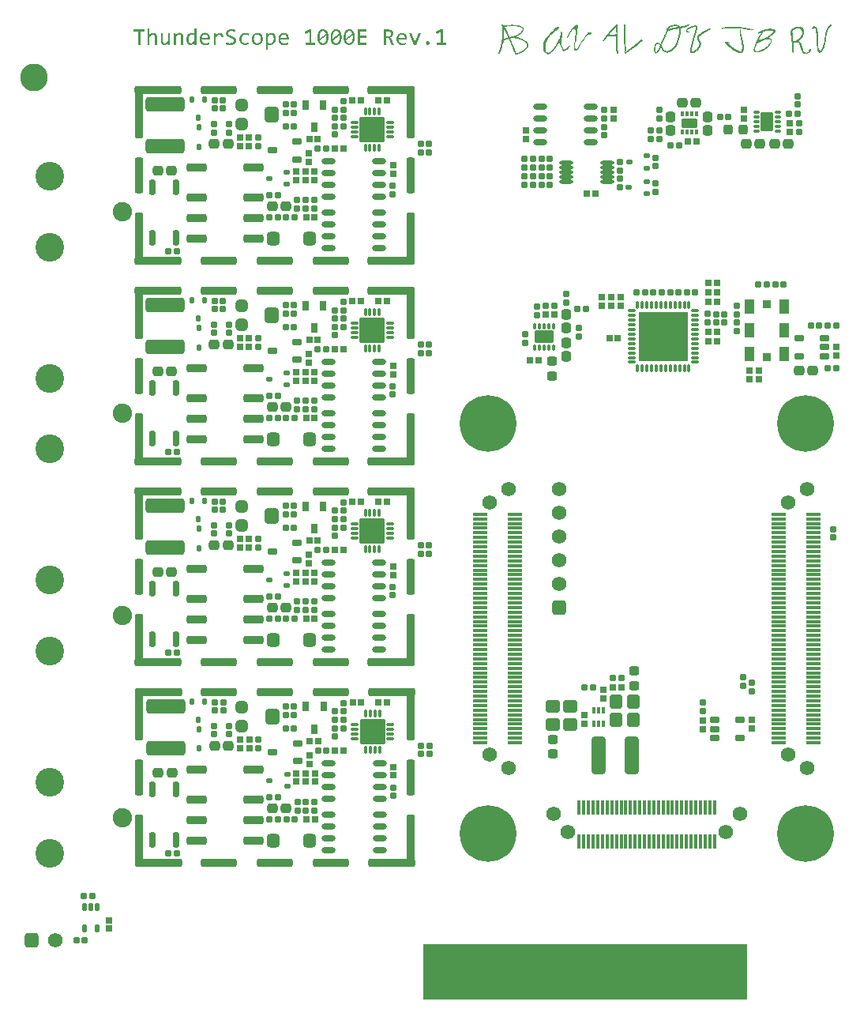
<source format=gts>
G04*
G04 #@! TF.GenerationSoftware,Altium Limited,Altium Designer,21.0.9 (235)*
G04*
G04 Layer_Color=8388736*
%FSLAX25Y25*%
%MOIN*%
G70*
G04*
G04 #@! TF.SameCoordinates,6D45A94B-17CC-4D83-881B-F394DC7C88B3*
G04*
G04*
G04 #@! TF.FilePolarity,Negative*
G04*
G01*
G75*
%ADD64R,1.37008X0.23524*%
G04:AMPARAMS|DCode=65|XSize=26.62mil|YSize=26.62mil|CornerRadius=7.41mil|HoleSize=0mil|Usage=FLASHONLY|Rotation=180.000|XOffset=0mil|YOffset=0mil|HoleType=Round|Shape=RoundedRectangle|*
%AMROUNDEDRECTD65*
21,1,0.02662,0.01181,0,0,180.0*
21,1,0.01181,0.02662,0,0,180.0*
1,1,0.01481,-0.00591,0.00591*
1,1,0.01481,0.00591,0.00591*
1,1,0.01481,0.00591,-0.00591*
1,1,0.01481,-0.00591,-0.00591*
%
%ADD65ROUNDEDRECTD65*%
G04:AMPARAMS|DCode=66|XSize=26.62mil|YSize=26.62mil|CornerRadius=7.41mil|HoleSize=0mil|Usage=FLASHONLY|Rotation=90.000|XOffset=0mil|YOffset=0mil|HoleType=Round|Shape=RoundedRectangle|*
%AMROUNDEDRECTD66*
21,1,0.02662,0.01181,0,0,90.0*
21,1,0.01181,0.02662,0,0,90.0*
1,1,0.01481,0.00591,0.00591*
1,1,0.01481,0.00591,-0.00591*
1,1,0.01481,-0.00591,-0.00591*
1,1,0.01481,-0.00591,0.00591*
%
%ADD66ROUNDEDRECTD66*%
G04:AMPARAMS|DCode=67|XSize=28.2mil|YSize=28.2mil|CornerRadius=7.8mil|HoleSize=0mil|Usage=FLASHONLY|Rotation=0.000|XOffset=0mil|YOffset=0mil|HoleType=Round|Shape=RoundedRectangle|*
%AMROUNDEDRECTD67*
21,1,0.02820,0.01260,0,0,0.0*
21,1,0.01260,0.02820,0,0,0.0*
1,1,0.01560,0.00630,-0.00630*
1,1,0.01560,-0.00630,-0.00630*
1,1,0.01560,-0.00630,0.00630*
1,1,0.01560,0.00630,0.00630*
%
%ADD67ROUNDEDRECTD67*%
G04:AMPARAMS|DCode=68|XSize=12.84mil|YSize=26.62mil|CornerRadius=3.96mil|HoleSize=0mil|Usage=FLASHONLY|Rotation=270.000|XOffset=0mil|YOffset=0mil|HoleType=Round|Shape=RoundedRectangle|*
%AMROUNDEDRECTD68*
21,1,0.01284,0.01870,0,0,270.0*
21,1,0.00492,0.02662,0,0,270.0*
1,1,0.00792,-0.00935,-0.00246*
1,1,0.00792,-0.00935,0.00246*
1,1,0.00792,0.00935,0.00246*
1,1,0.00792,0.00935,-0.00246*
%
%ADD68ROUNDEDRECTD68*%
G04:AMPARAMS|DCode=69|XSize=81.74mil|YSize=50.24mil|CornerRadius=3.86mil|HoleSize=0mil|Usage=FLASHONLY|Rotation=270.000|XOffset=0mil|YOffset=0mil|HoleType=Round|Shape=RoundedRectangle|*
%AMROUNDEDRECTD69*
21,1,0.08174,0.04252,0,0,270.0*
21,1,0.07402,0.05024,0,0,270.0*
1,1,0.00772,-0.02126,-0.03701*
1,1,0.00772,-0.02126,0.03701*
1,1,0.00772,0.02126,0.03701*
1,1,0.00772,0.02126,-0.03701*
%
%ADD69ROUNDEDRECTD69*%
G04:AMPARAMS|DCode=70|XSize=40.4mil|YSize=44.34mil|CornerRadius=10.85mil|HoleSize=0mil|Usage=FLASHONLY|Rotation=270.000|XOffset=0mil|YOffset=0mil|HoleType=Round|Shape=RoundedRectangle|*
%AMROUNDEDRECTD70*
21,1,0.04040,0.02264,0,0,270.0*
21,1,0.01870,0.04434,0,0,270.0*
1,1,0.02170,-0.01132,-0.00935*
1,1,0.02170,-0.01132,0.00935*
1,1,0.02170,0.01132,0.00935*
1,1,0.02170,0.01132,-0.00935*
%
%ADD70ROUNDEDRECTD70*%
G04:AMPARAMS|DCode=71|XSize=42.37mil|YSize=38.43mil|CornerRadius=10.36mil|HoleSize=0mil|Usage=FLASHONLY|Rotation=90.000|XOffset=0mil|YOffset=0mil|HoleType=Round|Shape=RoundedRectangle|*
%AMROUNDEDRECTD71*
21,1,0.04237,0.01772,0,0,90.0*
21,1,0.02165,0.03843,0,0,90.0*
1,1,0.02072,0.00886,0.01083*
1,1,0.02072,0.00886,-0.01083*
1,1,0.02072,-0.00886,-0.01083*
1,1,0.02072,-0.00886,0.01083*
%
%ADD71ROUNDEDRECTD71*%
G04:AMPARAMS|DCode=72|XSize=12.84mil|YSize=26.62mil|CornerRadius=3.96mil|HoleSize=0mil|Usage=FLASHONLY|Rotation=0.000|XOffset=0mil|YOffset=0mil|HoleType=Round|Shape=RoundedRectangle|*
%AMROUNDEDRECTD72*
21,1,0.01284,0.01870,0,0,0.0*
21,1,0.00492,0.02662,0,0,0.0*
1,1,0.00792,0.00246,-0.00935*
1,1,0.00792,-0.00246,-0.00935*
1,1,0.00792,-0.00246,0.00935*
1,1,0.00792,0.00246,0.00935*
%
%ADD72ROUNDEDRECTD72*%
G04:AMPARAMS|DCode=73|XSize=81.74mil|YSize=50.24mil|CornerRadius=3.86mil|HoleSize=0mil|Usage=FLASHONLY|Rotation=0.000|XOffset=0mil|YOffset=0mil|HoleType=Round|Shape=RoundedRectangle|*
%AMROUNDEDRECTD73*
21,1,0.08174,0.04252,0,0,0.0*
21,1,0.07402,0.05024,0,0,0.0*
1,1,0.00772,0.03701,-0.02126*
1,1,0.00772,-0.03701,-0.02126*
1,1,0.00772,-0.03701,0.02126*
1,1,0.00772,0.03701,0.02126*
%
%ADD73ROUNDEDRECTD73*%
G04:AMPARAMS|DCode=74|XSize=105.36mil|YSize=105.36mil|CornerRadius=4.06mil|HoleSize=0mil|Usage=FLASHONLY|Rotation=270.000|XOffset=0mil|YOffset=0mil|HoleType=Round|Shape=RoundedRectangle|*
%AMROUNDEDRECTD74*
21,1,0.10536,0.09724,0,0,270.0*
21,1,0.09724,0.10536,0,0,270.0*
1,1,0.00812,-0.04862,-0.04862*
1,1,0.00812,-0.04862,0.04862*
1,1,0.00812,0.04862,0.04862*
1,1,0.00812,0.04862,-0.04862*
%
%ADD74ROUNDEDRECTD74*%
%ADD75O,0.03647X0.01284*%
%ADD76O,0.01284X0.03647*%
G04:AMPARAMS|DCode=77|XSize=65.99mil|YSize=38.43mil|CornerRadius=3.27mil|HoleSize=0mil|Usage=FLASHONLY|Rotation=0.000|XOffset=0mil|YOffset=0mil|HoleType=Round|Shape=RoundedRectangle|*
%AMROUNDEDRECTD77*
21,1,0.06599,0.03189,0,0,0.0*
21,1,0.05945,0.03843,0,0,0.0*
1,1,0.00654,0.02972,-0.01595*
1,1,0.00654,-0.02972,-0.01595*
1,1,0.00654,-0.02972,0.01595*
1,1,0.00654,0.02972,0.01595*
%
%ADD77ROUNDEDRECTD77*%
G04:AMPARAMS|DCode=78|XSize=12.84mil|YSize=22.69mil|CornerRadius=3.96mil|HoleSize=0mil|Usage=FLASHONLY|Rotation=0.000|XOffset=0mil|YOffset=0mil|HoleType=Round|Shape=RoundedRectangle|*
%AMROUNDEDRECTD78*
21,1,0.01284,0.01476,0,0,0.0*
21,1,0.00492,0.02269,0,0,0.0*
1,1,0.00792,0.00246,-0.00738*
1,1,0.00792,-0.00246,-0.00738*
1,1,0.00792,-0.00246,0.00738*
1,1,0.00792,0.00246,0.00738*
%
%ADD78ROUNDEDRECTD78*%
G04:AMPARAMS|DCode=79|XSize=14.81mil|YSize=62.06mil|CornerRadius=4.45mil|HoleSize=0mil|Usage=FLASHONLY|Rotation=270.000|XOffset=0mil|YOffset=0mil|HoleType=Round|Shape=RoundedRectangle|*
%AMROUNDEDRECTD79*
21,1,0.01481,0.05315,0,0,270.0*
21,1,0.00591,0.06206,0,0,270.0*
1,1,0.00891,-0.02657,-0.00295*
1,1,0.00891,-0.02657,0.00295*
1,1,0.00891,0.02657,0.00295*
1,1,0.00891,0.02657,-0.00295*
%
%ADD79ROUNDEDRECTD79*%
G04:AMPARAMS|DCode=80|XSize=18.75mil|YSize=36.47mil|CornerRadius=5.44mil|HoleSize=0mil|Usage=FLASHONLY|Rotation=0.000|XOffset=0mil|YOffset=0mil|HoleType=Round|Shape=RoundedRectangle|*
%AMROUNDEDRECTD80*
21,1,0.01875,0.02559,0,0,0.0*
21,1,0.00787,0.03647,0,0,0.0*
1,1,0.01087,0.00394,-0.01280*
1,1,0.01087,-0.00394,-0.01280*
1,1,0.01087,-0.00394,0.01280*
1,1,0.01087,0.00394,0.01280*
%
%ADD80ROUNDEDRECTD80*%
G04:AMPARAMS|DCode=81|XSize=21.5mil|YSize=26.62mil|CornerRadius=6.13mil|HoleSize=0mil|Usage=FLASHONLY|Rotation=90.000|XOffset=0mil|YOffset=0mil|HoleType=Round|Shape=RoundedRectangle|*
%AMROUNDEDRECTD81*
21,1,0.02150,0.01437,0,0,90.0*
21,1,0.00925,0.02662,0,0,90.0*
1,1,0.01225,0.00719,0.00463*
1,1,0.01225,0.00719,-0.00463*
1,1,0.01225,-0.00719,-0.00463*
1,1,0.01225,-0.00719,0.00463*
%
%ADD81ROUNDEDRECTD81*%
%ADD82O,0.05812X0.01678*%
G04:AMPARAMS|DCode=83|XSize=28.2mil|YSize=28.2mil|CornerRadius=7.8mil|HoleSize=0mil|Usage=FLASHONLY|Rotation=90.000|XOffset=0mil|YOffset=0mil|HoleType=Round|Shape=RoundedRectangle|*
%AMROUNDEDRECTD83*
21,1,0.02820,0.01260,0,0,90.0*
21,1,0.01260,0.02820,0,0,90.0*
1,1,0.01560,0.00630,0.00630*
1,1,0.01560,0.00630,-0.00630*
1,1,0.01560,-0.00630,-0.00630*
1,1,0.01560,-0.00630,0.00630*
%
%ADD83ROUNDEDRECTD83*%
G04:AMPARAMS|DCode=84|XSize=26.62mil|YSize=42.37mil|CornerRadius=7.41mil|HoleSize=0mil|Usage=FLASHONLY|Rotation=270.000|XOffset=0mil|YOffset=0mil|HoleType=Round|Shape=RoundedRectangle|*
%AMROUNDEDRECTD84*
21,1,0.02662,0.02756,0,0,270.0*
21,1,0.01181,0.04237,0,0,270.0*
1,1,0.01481,-0.01378,-0.00591*
1,1,0.01481,-0.01378,0.00591*
1,1,0.01481,0.01378,0.00591*
1,1,0.01481,0.01378,-0.00591*
%
%ADD84ROUNDEDRECTD84*%
%ADD85O,0.03843X0.01284*%
%ADD86O,0.01284X0.03843*%
%ADD87R,0.21087X0.21087*%
G04:AMPARAMS|DCode=88|XSize=42.37mil|YSize=58.12mil|CornerRadius=3.47mil|HoleSize=0mil|Usage=FLASHONLY|Rotation=0.000|XOffset=0mil|YOffset=0mil|HoleType=Round|Shape=RoundedRectangle|*
%AMROUNDEDRECTD88*
21,1,0.04237,0.05118,0,0,0.0*
21,1,0.03543,0.05812,0,0,0.0*
1,1,0.00694,0.01772,-0.02559*
1,1,0.00694,-0.01772,-0.02559*
1,1,0.00694,-0.01772,0.02559*
1,1,0.00694,0.01772,0.02559*
%
%ADD88ROUNDEDRECTD88*%
G04:AMPARAMS|DCode=89|XSize=34.5mil|YSize=34.5mil|CornerRadius=3.08mil|HoleSize=0mil|Usage=FLASHONLY|Rotation=180.000|XOffset=0mil|YOffset=0mil|HoleType=Round|Shape=RoundedRectangle|*
%AMROUNDEDRECTD89*
21,1,0.03450,0.02835,0,0,180.0*
21,1,0.02835,0.03450,0,0,180.0*
1,1,0.00615,-0.01417,0.01417*
1,1,0.00615,0.01417,0.01417*
1,1,0.00615,0.01417,-0.01417*
1,1,0.00615,-0.01417,-0.01417*
%
%ADD89ROUNDEDRECTD89*%
G04:AMPARAMS|DCode=90|XSize=40.4mil|YSize=44.34mil|CornerRadius=10.85mil|HoleSize=0mil|Usage=FLASHONLY|Rotation=180.000|XOffset=0mil|YOffset=0mil|HoleType=Round|Shape=RoundedRectangle|*
%AMROUNDEDRECTD90*
21,1,0.04040,0.02264,0,0,180.0*
21,1,0.01870,0.04434,0,0,180.0*
1,1,0.02170,-0.00935,0.01132*
1,1,0.02170,0.00935,0.01132*
1,1,0.02170,0.00935,-0.01132*
1,1,0.02170,-0.00935,-0.01132*
%
%ADD90ROUNDEDRECTD90*%
G04:AMPARAMS|DCode=91|XSize=42.37mil|YSize=38.43mil|CornerRadius=10.36mil|HoleSize=0mil|Usage=FLASHONLY|Rotation=180.000|XOffset=0mil|YOffset=0mil|HoleType=Round|Shape=RoundedRectangle|*
%AMROUNDEDRECTD91*
21,1,0.04237,0.01772,0,0,180.0*
21,1,0.02165,0.03843,0,0,180.0*
1,1,0.02072,-0.01083,0.00886*
1,1,0.02072,0.01083,0.00886*
1,1,0.02072,0.01083,-0.00886*
1,1,0.02072,-0.01083,-0.00886*
%
%ADD91ROUNDEDRECTD91*%
G04:AMPARAMS|DCode=92|XSize=34.5mil|YSize=221.5mil|CornerRadius=9.37mil|HoleSize=0mil|Usage=FLASHONLY|Rotation=180.000|XOffset=0mil|YOffset=0mil|HoleType=Round|Shape=RoundedRectangle|*
%AMROUNDEDRECTD92*
21,1,0.03450,0.20276,0,0,180.0*
21,1,0.01575,0.22150,0,0,180.0*
1,1,0.01875,-0.00787,0.10138*
1,1,0.01875,0.00787,0.10138*
1,1,0.01875,0.00787,-0.10138*
1,1,0.01875,-0.00787,-0.10138*
%
%ADD92ROUNDEDRECTD92*%
G04:AMPARAMS|DCode=93|XSize=34.5mil|YSize=199.06mil|CornerRadius=9.37mil|HoleSize=0mil|Usage=FLASHONLY|Rotation=90.000|XOffset=0mil|YOffset=0mil|HoleType=Round|Shape=RoundedRectangle|*
%AMROUNDEDRECTD93*
21,1,0.03450,0.18032,0,0,90.0*
21,1,0.01575,0.19906,0,0,90.0*
1,1,0.01875,0.09016,0.00787*
1,1,0.01875,0.09016,-0.00787*
1,1,0.01875,-0.09016,-0.00787*
1,1,0.01875,-0.09016,0.00787*
%
%ADD93ROUNDEDRECTD93*%
G04:AMPARAMS|DCode=94|XSize=34.5mil|YSize=152.61mil|CornerRadius=9.37mil|HoleSize=0mil|Usage=FLASHONLY|Rotation=0.000|XOffset=0mil|YOffset=0mil|HoleType=Round|Shape=RoundedRectangle|*
%AMROUNDEDRECTD94*
21,1,0.03450,0.13386,0,0,0.0*
21,1,0.01575,0.15261,0,0,0.0*
1,1,0.01875,0.00787,-0.06693*
1,1,0.01875,-0.00787,-0.06693*
1,1,0.01875,-0.00787,0.06693*
1,1,0.01875,0.00787,0.06693*
%
%ADD94ROUNDEDRECTD94*%
G04:AMPARAMS|DCode=95|XSize=34.5mil|YSize=152.61mil|CornerRadius=9.37mil|HoleSize=0mil|Usage=FLASHONLY|Rotation=90.000|XOffset=0mil|YOffset=0mil|HoleType=Round|Shape=RoundedRectangle|*
%AMROUNDEDRECTD95*
21,1,0.03450,0.13386,0,0,90.0*
21,1,0.01575,0.15261,0,0,90.0*
1,1,0.01875,0.06693,0.00787*
1,1,0.01875,0.06693,-0.00787*
1,1,0.01875,-0.06693,-0.00787*
1,1,0.01875,-0.06693,0.00787*
%
%ADD95ROUNDEDRECTD95*%
G04:AMPARAMS|DCode=96|XSize=26.62mil|YSize=63.63mil|CornerRadius=7.41mil|HoleSize=0mil|Usage=FLASHONLY|Rotation=0.000|XOffset=0mil|YOffset=0mil|HoleType=Round|Shape=RoundedRectangle|*
%AMROUNDEDRECTD96*
21,1,0.02662,0.04882,0,0,0.0*
21,1,0.01181,0.06363,0,0,0.0*
1,1,0.01481,0.00591,-0.02441*
1,1,0.01481,-0.00591,-0.02441*
1,1,0.01481,-0.00591,0.02441*
1,1,0.01481,0.00591,0.02441*
%
%ADD96ROUNDEDRECTD96*%
%ADD97O,0.06009X0.02662*%
G04:AMPARAMS|DCode=98|XSize=50.24mil|YSize=50.24mil|CornerRadius=13.31mil|HoleSize=0mil|Usage=FLASHONLY|Rotation=270.000|XOffset=0mil|YOffset=0mil|HoleType=Round|Shape=RoundedRectangle|*
%AMROUNDEDRECTD98*
21,1,0.05024,0.02362,0,0,270.0*
21,1,0.02362,0.05024,0,0,270.0*
1,1,0.02662,-0.01181,-0.01181*
1,1,0.02662,-0.01181,0.01181*
1,1,0.02662,0.01181,0.01181*
1,1,0.02662,0.01181,-0.01181*
%
%ADD98ROUNDEDRECTD98*%
G04:AMPARAMS|DCode=99|XSize=65.99mil|YSize=62.06mil|CornerRadius=16.26mil|HoleSize=0mil|Usage=FLASHONLY|Rotation=270.000|XOffset=0mil|YOffset=0mil|HoleType=Round|Shape=RoundedRectangle|*
%AMROUNDEDRECTD99*
21,1,0.06599,0.02953,0,0,270.0*
21,1,0.03347,0.06206,0,0,270.0*
1,1,0.03253,-0.01476,-0.01673*
1,1,0.03253,-0.01476,0.01673*
1,1,0.03253,0.01476,0.01673*
1,1,0.03253,0.01476,-0.01673*
%
%ADD99ROUNDEDRECTD99*%
G04:AMPARAMS|DCode=100|XSize=21.5mil|YSize=26.62mil|CornerRadius=6.13mil|HoleSize=0mil|Usage=FLASHONLY|Rotation=180.000|XOffset=0mil|YOffset=0mil|HoleType=Round|Shape=RoundedRectangle|*
%AMROUNDEDRECTD100*
21,1,0.02150,0.01437,0,0,180.0*
21,1,0.00925,0.02662,0,0,180.0*
1,1,0.01225,-0.00463,0.00719*
1,1,0.01225,0.00463,0.00719*
1,1,0.01225,0.00463,-0.00719*
1,1,0.01225,-0.00463,-0.00719*
%
%ADD100ROUNDEDRECTD100*%
G04:AMPARAMS|DCode=101|XSize=28.59mil|YSize=42.37mil|CornerRadius=7.9mil|HoleSize=0mil|Usage=FLASHONLY|Rotation=0.000|XOffset=0mil|YOffset=0mil|HoleType=Round|Shape=RoundedRectangle|*
%AMROUNDEDRECTD101*
21,1,0.02859,0.02657,0,0,0.0*
21,1,0.01280,0.04237,0,0,0.0*
1,1,0.01580,0.00640,-0.01329*
1,1,0.01580,-0.00640,-0.01329*
1,1,0.01580,-0.00640,0.01329*
1,1,0.01580,0.00640,0.01329*
%
%ADD101ROUNDEDRECTD101*%
G04:AMPARAMS|DCode=102|XSize=34.5mil|YSize=84.1mil|CornerRadius=9.37mil|HoleSize=0mil|Usage=FLASHONLY|Rotation=270.000|XOffset=0mil|YOffset=0mil|HoleType=Round|Shape=RoundedRectangle|*
%AMROUNDEDRECTD102*
21,1,0.03450,0.06535,0,0,270.0*
21,1,0.01575,0.08410,0,0,270.0*
1,1,0.01875,-0.03268,-0.00787*
1,1,0.01875,-0.03268,0.00787*
1,1,0.01875,0.03268,0.00787*
1,1,0.01875,0.03268,-0.00787*
%
%ADD102ROUNDEDRECTD102*%
G04:AMPARAMS|DCode=103|XSize=62.06mil|YSize=168.35mil|CornerRadius=16.26mil|HoleSize=0mil|Usage=FLASHONLY|Rotation=90.000|XOffset=0mil|YOffset=0mil|HoleType=Round|Shape=RoundedRectangle|*
%AMROUNDEDRECTD103*
21,1,0.06206,0.13583,0,0,90.0*
21,1,0.02953,0.16835,0,0,90.0*
1,1,0.03253,0.06791,0.01476*
1,1,0.03253,0.06791,-0.01476*
1,1,0.03253,-0.06791,-0.01476*
1,1,0.03253,-0.06791,0.01476*
%
%ADD103ROUNDEDRECTD103*%
G04:AMPARAMS|DCode=104|XSize=26.23mil|YSize=20.72mil|CornerRadius=5.93mil|HoleSize=0mil|Usage=FLASHONLY|Rotation=90.000|XOffset=0mil|YOffset=0mil|HoleType=Round|Shape=RoundedRectangle|*
%AMROUNDEDRECTD104*
21,1,0.02623,0.00886,0,0,90.0*
21,1,0.01437,0.02072,0,0,90.0*
1,1,0.01186,0.00443,0.00719*
1,1,0.01186,0.00443,-0.00719*
1,1,0.01186,-0.00443,-0.00719*
1,1,0.01186,-0.00443,0.00719*
%
%ADD104ROUNDEDRECTD104*%
G04:AMPARAMS|DCode=105|XSize=58.12mil|YSize=54.18mil|CornerRadius=14.3mil|HoleSize=0mil|Usage=FLASHONLY|Rotation=90.000|XOffset=0mil|YOffset=0mil|HoleType=Round|Shape=RoundedRectangle|*
%AMROUNDEDRECTD105*
21,1,0.05812,0.02559,0,0,90.0*
21,1,0.02953,0.05418,0,0,90.0*
1,1,0.02859,0.01280,0.01476*
1,1,0.02859,0.01280,-0.01476*
1,1,0.02859,-0.01280,-0.01476*
1,1,0.02859,-0.01280,0.01476*
%
%ADD105ROUNDEDRECTD105*%
G04:AMPARAMS|DCode=106|XSize=14.81mil|YSize=62.06mil|CornerRadius=4.45mil|HoleSize=0mil|Usage=FLASHONLY|Rotation=0.000|XOffset=0mil|YOffset=0mil|HoleType=Round|Shape=RoundedRectangle|*
%AMROUNDEDRECTD106*
21,1,0.01481,0.05315,0,0,0.0*
21,1,0.00591,0.06206,0,0,0.0*
1,1,0.00891,0.00295,-0.02657*
1,1,0.00891,-0.00295,-0.02657*
1,1,0.00891,-0.00295,0.02657*
1,1,0.00891,0.00295,0.02657*
%
%ADD106ROUNDEDRECTD106*%
G04:AMPARAMS|DCode=107|XSize=14.81mil|YSize=29.38mil|CornerRadius=4.45mil|HoleSize=0mil|Usage=FLASHONLY|Rotation=180.000|XOffset=0mil|YOffset=0mil|HoleType=Round|Shape=RoundedRectangle|*
%AMROUNDEDRECTD107*
21,1,0.01481,0.02047,0,0,180.0*
21,1,0.00591,0.02938,0,0,180.0*
1,1,0.00891,-0.00295,0.01024*
1,1,0.00891,0.00295,0.01024*
1,1,0.00891,0.00295,-0.01024*
1,1,0.00891,-0.00295,-0.01024*
%
%ADD107ROUNDEDRECTD107*%
%ADD108R,0.03056X0.16835*%
G04:AMPARAMS|DCode=109|XSize=62.06mil|YSize=54.18mil|CornerRadius=14.3mil|HoleSize=0mil|Usage=FLASHONLY|Rotation=90.000|XOffset=0mil|YOffset=0mil|HoleType=Round|Shape=RoundedRectangle|*
%AMROUNDEDRECTD109*
21,1,0.06206,0.02559,0,0,90.0*
21,1,0.03347,0.05418,0,0,90.0*
1,1,0.02859,0.01280,0.01673*
1,1,0.02859,0.01280,-0.01673*
1,1,0.02859,-0.01280,-0.01673*
1,1,0.02859,-0.01280,0.01673*
%
%ADD109ROUNDEDRECTD109*%
G04:AMPARAMS|DCode=110|XSize=62.06mil|YSize=54.18mil|CornerRadius=14.3mil|HoleSize=0mil|Usage=FLASHONLY|Rotation=0.000|XOffset=0mil|YOffset=0mil|HoleType=Round|Shape=RoundedRectangle|*
%AMROUNDEDRECTD110*
21,1,0.06206,0.02559,0,0,0.0*
21,1,0.03347,0.05418,0,0,0.0*
1,1,0.02859,0.01673,-0.01280*
1,1,0.02859,-0.01673,-0.01280*
1,1,0.02859,-0.01673,0.01280*
1,1,0.02859,0.01673,0.01280*
%
%ADD110ROUNDEDRECTD110*%
%ADD111R,0.03056X0.12898*%
G04:AMPARAMS|DCode=112|XSize=160.48mil|YSize=62.06mil|CornerRadius=16.26mil|HoleSize=0mil|Usage=FLASHONLY|Rotation=90.000|XOffset=0mil|YOffset=0mil|HoleType=Round|Shape=RoundedRectangle|*
%AMROUNDEDRECTD112*
21,1,0.16048,0.02953,0,0,90.0*
21,1,0.12795,0.06206,0,0,90.0*
1,1,0.03253,0.01476,0.06398*
1,1,0.03253,0.01476,-0.06398*
1,1,0.03253,-0.01476,-0.06398*
1,1,0.03253,-0.01476,0.06398*
%
%ADD112ROUNDEDRECTD112*%
%ADD113C,0.06206*%
G04:AMPARAMS|DCode=114|XSize=62.06mil|YSize=62.06mil|CornerRadius=16.26mil|HoleSize=0mil|Usage=FLASHONLY|Rotation=90.000|XOffset=0mil|YOffset=0mil|HoleType=Round|Shape=RoundedRectangle|*
%AMROUNDEDRECTD114*
21,1,0.06206,0.02953,0,0,90.0*
21,1,0.02953,0.06206,0,0,90.0*
1,1,0.03253,0.01476,0.01476*
1,1,0.03253,0.01476,-0.01476*
1,1,0.03253,-0.01476,-0.01476*
1,1,0.03253,-0.01476,0.01476*
%
%ADD114ROUNDEDRECTD114*%
G04:AMPARAMS|DCode=115|XSize=62.06mil|YSize=62.06mil|CornerRadius=16.26mil|HoleSize=0mil|Usage=FLASHONLY|Rotation=0.000|XOffset=0mil|YOffset=0mil|HoleType=Round|Shape=RoundedRectangle|*
%AMROUNDEDRECTD115*
21,1,0.06206,0.02953,0,0,0.0*
21,1,0.02953,0.06206,0,0,0.0*
1,1,0.03253,0.01476,-0.01476*
1,1,0.03253,-0.01476,-0.01476*
1,1,0.03253,-0.01476,0.01476*
1,1,0.03253,0.01476,0.01476*
%
%ADD115ROUNDEDRECTD115*%
%ADD116C,0.08174*%
%ADD117C,0.12111*%
%ADD118C,0.11639*%
%ADD119C,0.23922*%
G36*
X241197Y410265D02*
X241263D01*
Y410232D01*
X241296D01*
Y410199D01*
X241329D01*
Y410166D01*
X241395D01*
Y410133D01*
Y410100D01*
X241428D01*
Y410067D01*
X241461D01*
Y410034D01*
Y410001D01*
Y409968D01*
X241527D01*
Y409935D01*
Y409902D01*
X241560D01*
Y409869D01*
Y409836D01*
Y409803D01*
Y409771D01*
X241593D01*
Y409738D01*
Y409705D01*
Y409672D01*
Y409639D01*
Y409606D01*
X241626D01*
Y409573D01*
Y409540D01*
Y409507D01*
Y409474D01*
Y409441D01*
Y409408D01*
Y409375D01*
Y409342D01*
Y409309D01*
Y409276D01*
Y409243D01*
X241593D01*
Y409210D01*
Y409177D01*
Y409144D01*
Y409111D01*
Y409079D01*
X241560D01*
Y409046D01*
Y409013D01*
Y408980D01*
Y408947D01*
X241527D01*
Y408914D01*
Y408881D01*
X241461D01*
Y408848D01*
Y408815D01*
X241428D01*
Y408782D01*
Y408749D01*
Y408716D01*
Y408683D01*
X241395D01*
Y408650D01*
Y408617D01*
Y408584D01*
X241362D01*
Y408551D01*
Y408518D01*
Y408485D01*
X241329D01*
Y408452D01*
X241296D01*
Y408420D01*
Y408387D01*
X241329D01*
Y408354D01*
X241263D01*
Y408321D01*
Y408288D01*
Y408255D01*
Y408222D01*
X241230D01*
Y408189D01*
Y408156D01*
Y408123D01*
X241197D01*
Y408090D01*
Y408057D01*
Y408024D01*
Y407991D01*
Y407958D01*
X241164D01*
Y407925D01*
Y407892D01*
Y407859D01*
Y407826D01*
Y407793D01*
Y407760D01*
Y407727D01*
Y407694D01*
Y407662D01*
Y407629D01*
Y407596D01*
Y407563D01*
Y407530D01*
Y407497D01*
Y407464D01*
Y407431D01*
Y407398D01*
Y407365D01*
Y407332D01*
Y407299D01*
Y407266D01*
Y407233D01*
Y407200D01*
Y407167D01*
Y407134D01*
Y407101D01*
Y407068D01*
Y407035D01*
Y407002D01*
Y406969D01*
Y406937D01*
Y406904D01*
Y406871D01*
Y406838D01*
Y406805D01*
Y406772D01*
Y406739D01*
Y406706D01*
Y406673D01*
Y406640D01*
Y406607D01*
Y406574D01*
Y406541D01*
Y406508D01*
Y406475D01*
Y406442D01*
Y406409D01*
Y406376D01*
Y406343D01*
Y406311D01*
X241098D01*
Y406278D01*
Y406245D01*
Y406212D01*
Y406179D01*
Y406146D01*
X241065D01*
Y406113D01*
Y406080D01*
Y406047D01*
X241033D01*
Y406014D01*
Y405981D01*
Y405948D01*
Y405915D01*
X241000D01*
Y405882D01*
Y405849D01*
Y405816D01*
Y405783D01*
X240934D01*
Y405750D01*
Y405717D01*
Y405684D01*
X240901D01*
Y405651D01*
Y405618D01*
Y405585D01*
Y405553D01*
X240868D01*
Y405520D01*
Y405487D01*
Y405454D01*
Y405421D01*
Y405388D01*
Y405355D01*
X240835D01*
Y405322D01*
Y405289D01*
Y405256D01*
Y405223D01*
Y405190D01*
Y405157D01*
Y405124D01*
Y405091D01*
Y405058D01*
Y405025D01*
Y404992D01*
Y404959D01*
Y404926D01*
Y404893D01*
Y404861D01*
Y404828D01*
Y404795D01*
Y404762D01*
Y404729D01*
Y404696D01*
Y404663D01*
Y404630D01*
Y404597D01*
Y404564D01*
Y404531D01*
Y404498D01*
Y404465D01*
Y404432D01*
Y404399D01*
Y404366D01*
Y404333D01*
Y404300D01*
Y404267D01*
Y404235D01*
Y404202D01*
Y404169D01*
Y404136D01*
Y404103D01*
Y404070D01*
Y404037D01*
Y404004D01*
Y403971D01*
Y403938D01*
Y403905D01*
Y403872D01*
Y403839D01*
Y403806D01*
Y403773D01*
Y403740D01*
Y403707D01*
Y403674D01*
Y403641D01*
Y403608D01*
Y403575D01*
Y403542D01*
X240769D01*
Y403510D01*
Y403476D01*
Y403444D01*
X240802D01*
Y403411D01*
X240736D01*
Y403378D01*
Y403345D01*
Y403312D01*
Y403279D01*
X240703D01*
Y403246D01*
Y403213D01*
Y403180D01*
X240670D01*
Y403147D01*
Y403114D01*
X240637D01*
Y403081D01*
Y403048D01*
Y403015D01*
X240571D01*
Y402982D01*
Y402949D01*
X240538D01*
Y402916D01*
Y402883D01*
X240505D01*
Y402850D01*
Y402817D01*
Y402784D01*
X240472D01*
Y402752D01*
Y402719D01*
X240406D01*
Y402686D01*
Y402653D01*
Y402620D01*
Y402587D01*
X240373D01*
Y402554D01*
Y402521D01*
Y402488D01*
Y402455D01*
X240340D01*
Y402422D01*
Y402389D01*
Y402356D01*
Y402323D01*
Y402290D01*
Y402257D01*
Y402224D01*
Y402191D01*
Y402158D01*
Y402126D01*
Y402093D01*
Y402060D01*
Y402027D01*
Y401994D01*
Y401961D01*
Y401928D01*
Y401895D01*
Y401862D01*
Y401829D01*
Y401796D01*
Y401763D01*
Y401730D01*
Y401697D01*
Y401664D01*
Y401631D01*
Y401598D01*
Y401565D01*
Y401532D01*
Y401499D01*
Y401466D01*
Y401433D01*
Y401401D01*
Y401368D01*
Y401335D01*
Y401302D01*
Y401269D01*
Y401236D01*
Y401203D01*
Y401170D01*
Y401137D01*
Y401104D01*
Y401071D01*
Y401038D01*
Y401005D01*
Y400972D01*
Y400939D01*
Y400906D01*
Y400873D01*
Y400840D01*
Y400807D01*
Y400774D01*
Y400741D01*
Y400708D01*
Y400675D01*
Y400643D01*
Y400610D01*
Y400577D01*
X240373D01*
Y400544D01*
Y400511D01*
Y400478D01*
Y400445D01*
X240439D01*
Y400412D01*
X240472D01*
Y400379D01*
Y400346D01*
X240505D01*
Y400313D01*
X240538D01*
Y400280D01*
Y400247D01*
X240604D01*
Y400214D01*
X240670D01*
Y400181D01*
X240802D01*
Y400148D01*
X240934D01*
Y400181D01*
X241065D01*
Y400214D01*
X241131D01*
Y400247D01*
X241197D01*
Y400280D01*
Y400313D01*
X241230D01*
Y400346D01*
X241263D01*
Y400379D01*
X241296D01*
Y400412D01*
X241362D01*
Y400445D01*
X241395D01*
Y400478D01*
Y400511D01*
Y400544D01*
X241428D01*
Y400577D01*
Y400610D01*
X241494D01*
Y400643D01*
Y400675D01*
Y400708D01*
X241527D01*
Y400741D01*
X241560D01*
Y400774D01*
Y400807D01*
Y400840D01*
X241593D01*
Y400873D01*
Y400906D01*
X241626D01*
Y400939D01*
X241659D01*
Y400972D01*
X241691D01*
Y401005D01*
X241724D01*
Y401038D01*
Y401071D01*
X241757D01*
Y401104D01*
X241823D01*
Y401137D01*
Y401170D01*
X241790D01*
Y401203D01*
X241856D01*
Y401236D01*
Y401269D01*
X241889D01*
Y401302D01*
Y401335D01*
Y401368D01*
X241922D01*
Y401401D01*
X241955D01*
Y401433D01*
Y401466D01*
X242021D01*
Y401499D01*
Y401532D01*
Y401565D01*
X242054D01*
Y401598D01*
Y401631D01*
X242087D01*
Y401664D01*
Y401697D01*
Y401730D01*
X242120D01*
Y401763D01*
Y401796D01*
X242186D01*
Y401829D01*
Y401862D01*
Y401895D01*
X242219D01*
Y401928D01*
Y401961D01*
X242252D01*
Y401994D01*
Y402027D01*
Y402060D01*
X242285D01*
Y402093D01*
Y402126D01*
X242351D01*
Y402158D01*
Y402191D01*
Y402224D01*
X242384D01*
Y402257D01*
X242417D01*
Y402290D01*
Y402323D01*
X242449D01*
Y402356D01*
Y402389D01*
Y402422D01*
Y402455D01*
X242515D01*
Y402488D01*
X242482D01*
Y402521D01*
X242548D01*
Y402554D01*
Y402587D01*
Y402620D01*
X242581D01*
Y402653D01*
Y402686D01*
X242614D01*
Y402719D01*
Y402752D01*
Y402784D01*
X242647D01*
Y402817D01*
Y402850D01*
X242713D01*
Y402883D01*
Y402916D01*
Y402949D01*
X242746D01*
Y402982D01*
X242779D01*
Y403015D01*
Y403048D01*
X242812D01*
Y403081D01*
Y403114D01*
X242845D01*
Y403147D01*
X242911D01*
Y403180D01*
X242944D01*
Y403213D01*
X242977D01*
Y403246D01*
Y403279D01*
X243010D01*
Y403312D01*
X243076D01*
Y403345D01*
X243109D01*
Y403378D01*
X243141D01*
Y403411D01*
Y403444D01*
X243174D01*
Y403476D01*
X243207D01*
Y403510D01*
X243273D01*
Y403542D01*
X243306D01*
Y403575D01*
X243339D01*
Y403608D01*
Y403641D01*
X243372D01*
Y403674D01*
X243438D01*
Y403707D01*
X243471D01*
Y403740D01*
X243504D01*
Y403773D01*
Y403806D01*
X243537D01*
Y403839D01*
X243603D01*
Y403872D01*
X243636D01*
Y403905D01*
X243669D01*
Y403938D01*
Y403971D01*
X243702D01*
Y404004D01*
X243768D01*
Y404037D01*
Y404070D01*
X243800D01*
Y404103D01*
Y404136D01*
X243833D01*
Y404169D01*
X243866D01*
Y404202D01*
Y404235D01*
X243932D01*
Y404267D01*
Y404300D01*
Y404333D01*
X243965D01*
Y404366D01*
X243998D01*
Y404399D01*
Y404432D01*
X244031D01*
Y404465D01*
Y404498D01*
Y404531D01*
X244097D01*
Y404564D01*
Y404597D01*
X244130D01*
Y404630D01*
Y404663D01*
Y404696D01*
X244163D01*
Y404729D01*
Y404762D01*
X244196D01*
Y404795D01*
Y404828D01*
Y404861D01*
X244262D01*
Y404893D01*
X244229D01*
Y404926D01*
X244295D01*
Y404959D01*
Y404992D01*
Y405025D01*
X244328D01*
Y405058D01*
Y405091D01*
X244361D01*
Y405124D01*
Y405157D01*
Y405190D01*
X244394D01*
Y405223D01*
Y405256D01*
X244460D01*
Y405289D01*
Y405322D01*
X244493D01*
Y405355D01*
Y405388D01*
Y405421D01*
X244526D01*
Y405454D01*
Y405487D01*
X244558D01*
Y405520D01*
Y405553D01*
Y405585D01*
X244624D01*
Y405618D01*
Y405651D01*
Y405684D01*
X244657D01*
Y405717D01*
X244690D01*
Y405750D01*
Y405783D01*
X244723D01*
Y405816D01*
X244756D01*
Y405849D01*
X244789D01*
Y405882D01*
X244822D01*
Y405915D01*
X244855D01*
Y405948D01*
X244888D01*
Y405981D01*
X244921D01*
Y406014D01*
X244954D01*
Y406047D01*
X244987D01*
Y406080D01*
X245020D01*
Y406113D01*
X245053D01*
Y406146D01*
Y406179D01*
X245086D01*
Y406212D01*
Y406245D01*
X245119D01*
Y406278D01*
X245184D01*
Y406311D01*
X245217D01*
Y406343D01*
X245250D01*
Y406376D01*
Y406409D01*
X245316D01*
Y406442D01*
Y406475D01*
X245349D01*
Y406508D01*
Y406541D01*
X245382D01*
Y406574D01*
Y406607D01*
Y406640D01*
Y406673D01*
X245415D01*
Y406706D01*
Y406739D01*
Y406772D01*
Y406805D01*
X245481D01*
Y406838D01*
Y406871D01*
Y406904D01*
Y406937D01*
X245514D01*
Y406969D01*
Y407002D01*
X245547D01*
Y407035D01*
X245580D01*
Y407068D01*
X245613D01*
Y407101D01*
Y407134D01*
X245712D01*
Y407167D01*
X245811D01*
Y407200D01*
X246635D01*
Y407167D01*
X246799D01*
Y407134D01*
X246898D01*
Y407101D01*
Y407068D01*
X246931D01*
Y407035D01*
X246964D01*
Y407002D01*
X246997D01*
Y406969D01*
X247063D01*
Y406937D01*
X247096D01*
Y406904D01*
Y406871D01*
Y406838D01*
X247129D01*
Y406805D01*
Y406772D01*
Y406739D01*
Y406706D01*
Y406673D01*
Y406640D01*
X247162D01*
Y406607D01*
Y406574D01*
Y406541D01*
Y406508D01*
X247129D01*
Y406475D01*
Y406442D01*
Y406409D01*
Y406376D01*
X247096D01*
Y406343D01*
Y406311D01*
Y406278D01*
X247030D01*
Y406245D01*
Y406212D01*
Y406179D01*
X246997D01*
Y406146D01*
X246931D01*
Y406113D01*
X246865D01*
Y406080D01*
X246766D01*
Y406113D01*
X246569D01*
Y406146D01*
X246371D01*
Y406179D01*
X246338D01*
Y406212D01*
X245975D01*
Y406179D01*
X245942D01*
Y406146D01*
X245778D01*
Y406113D01*
X245712D01*
Y406080D01*
X245679D01*
Y406047D01*
X245580D01*
Y406014D01*
Y405981D01*
X245547D01*
Y405948D01*
X245514D01*
Y405915D01*
X245481D01*
Y405882D01*
X245415D01*
Y405849D01*
Y405816D01*
X245382D01*
Y405783D01*
X245349D01*
Y405750D01*
X245316D01*
Y405717D01*
X245283D01*
Y405684D01*
X245217D01*
Y405651D01*
Y405618D01*
X245184D01*
Y405585D01*
X245152D01*
Y405553D01*
X245119D01*
Y405520D01*
X245053D01*
Y405487D01*
Y405454D01*
X245020D01*
Y405421D01*
Y405388D01*
X244987D01*
Y405355D01*
X244921D01*
Y405322D01*
Y405289D01*
Y405256D01*
X244888D01*
Y405223D01*
Y405190D01*
X244855D01*
Y405157D01*
X244822D01*
Y405124D01*
Y405091D01*
Y405058D01*
X244756D01*
Y405025D01*
Y404992D01*
X244723D01*
Y404959D01*
Y404926D01*
Y404893D01*
X244690D01*
Y404861D01*
Y404828D01*
X244657D01*
Y404795D01*
Y404762D01*
Y404729D01*
X244591D01*
Y404696D01*
X244624D01*
Y404663D01*
X244558D01*
Y404630D01*
Y404597D01*
Y404564D01*
X244526D01*
Y404531D01*
Y404498D01*
X244493D01*
Y404465D01*
Y404432D01*
Y404399D01*
X244427D01*
Y404366D01*
X244460D01*
Y404333D01*
X244394D01*
Y404300D01*
Y404267D01*
Y404235D01*
X244361D01*
Y404202D01*
X244328D01*
Y404169D01*
Y404136D01*
X244295D01*
Y404103D01*
X244262D01*
Y404070D01*
X244229D01*
Y404037D01*
X244196D01*
Y404004D01*
X244163D01*
Y403971D01*
X244130D01*
Y403938D01*
X244097D01*
Y403905D01*
X244064D01*
Y403872D01*
X244031D01*
Y403839D01*
X243998D01*
Y403806D01*
X243965D01*
Y403773D01*
X243932D01*
Y403740D01*
X243899D01*
Y403707D01*
X243866D01*
Y403674D01*
X243833D01*
Y403641D01*
X243800D01*
Y403608D01*
X243768D01*
Y403575D01*
Y403542D01*
X243702D01*
Y403510D01*
X243669D01*
Y403476D01*
X243636D01*
Y403444D01*
X243603D01*
Y403411D01*
X243570D01*
Y403378D01*
X243537D01*
Y403345D01*
X243504D01*
Y403312D01*
X243471D01*
Y403279D01*
X243438D01*
Y403246D01*
X243405D01*
Y403213D01*
X243372D01*
Y403180D01*
X243339D01*
Y403147D01*
X243306D01*
Y403114D01*
X243273D01*
Y403081D01*
X243207D01*
Y403048D01*
Y403015D01*
X243240D01*
Y402982D01*
X243207D01*
Y402949D01*
X243141D01*
Y402916D01*
X243109D01*
Y402883D01*
Y402850D01*
Y402817D01*
X243076D01*
Y402784D01*
X243010D01*
Y402752D01*
Y402719D01*
Y402686D01*
X242977D01*
Y402653D01*
X242944D01*
Y402620D01*
Y402587D01*
X242911D01*
Y402554D01*
Y402521D01*
Y402488D01*
X242878D01*
Y402455D01*
X242812D01*
Y402422D01*
Y402389D01*
X242779D01*
Y402356D01*
Y402323D01*
Y402290D01*
X242746D01*
Y402257D01*
Y402224D01*
X242680D01*
Y402191D01*
Y402158D01*
X242713D01*
Y402126D01*
X242647D01*
Y402093D01*
Y402060D01*
X242614D01*
Y402027D01*
Y401994D01*
Y401961D01*
Y401928D01*
X242581D01*
Y401895D01*
Y401862D01*
X242548D01*
Y401829D01*
X242515D01*
Y401796D01*
Y401763D01*
X242548D01*
Y401730D01*
X242482D01*
Y401697D01*
Y401664D01*
Y401631D01*
Y401598D01*
X242449D01*
Y401565D01*
Y401532D01*
X242417D01*
Y401499D01*
Y401466D01*
Y401433D01*
Y401401D01*
X242384D01*
Y401368D01*
Y401335D01*
X242318D01*
Y401302D01*
Y401269D01*
Y401236D01*
X242285D01*
Y401203D01*
Y401170D01*
X242252D01*
Y401137D01*
Y401104D01*
Y401071D01*
X242219D01*
Y401038D01*
Y401005D01*
X242153D01*
Y400972D01*
Y400939D01*
Y400906D01*
X242120D01*
Y400873D01*
Y400840D01*
X242087D01*
Y400807D01*
Y400774D01*
Y400741D01*
X242054D01*
Y400708D01*
Y400675D01*
X241988D01*
Y400643D01*
X242021D01*
Y400610D01*
X241988D01*
Y400577D01*
X241955D01*
Y400544D01*
Y400511D01*
X241922D01*
Y400478D01*
X241889D01*
Y400445D01*
Y400412D01*
Y400379D01*
X241856D01*
Y400346D01*
X241823D01*
Y400313D01*
X241757D01*
Y400280D01*
X241724D01*
Y400247D01*
Y400214D01*
X241691D01*
Y400181D01*
X241659D01*
Y400148D01*
X241593D01*
Y400115D01*
X241560D01*
Y400082D01*
Y400049D01*
X241527D01*
Y400016D01*
X241494D01*
Y399984D01*
X241461D01*
Y399951D01*
X241395D01*
Y399918D01*
Y399885D01*
Y399852D01*
X241362D01*
Y399819D01*
X241329D01*
Y399786D01*
X241296D01*
Y399753D01*
X241263D01*
Y399720D01*
X241230D01*
Y399687D01*
X241197D01*
Y399654D01*
X241164D01*
Y399621D01*
X241098D01*
Y399588D01*
Y399555D01*
Y399522D01*
X241065D01*
Y399489D01*
X241033D01*
Y399456D01*
X240967D01*
Y399423D01*
X240934D01*
Y399390D01*
X240901D01*
Y399357D01*
X240868D01*
Y399324D01*
X240802D01*
Y399291D01*
X240703D01*
Y399259D01*
X240340D01*
Y399291D01*
X240242D01*
Y399324D01*
X240176D01*
Y399357D01*
X240143D01*
Y399390D01*
Y399423D01*
X240077D01*
Y399456D01*
X240044D01*
Y399489D01*
X240011D01*
Y399522D01*
X239978D01*
Y399555D01*
Y399588D01*
Y399621D01*
X239945D01*
Y399654D01*
Y399687D01*
Y399720D01*
Y399753D01*
Y399786D01*
X239879D01*
Y399819D01*
X239912D01*
Y399852D01*
Y399885D01*
Y399918D01*
Y399951D01*
Y399984D01*
Y400016D01*
Y400049D01*
Y400082D01*
Y400115D01*
Y400148D01*
Y400181D01*
Y400214D01*
Y400247D01*
Y400280D01*
Y400313D01*
Y400346D01*
Y400379D01*
Y400412D01*
Y400445D01*
Y400478D01*
Y400511D01*
Y400544D01*
Y400577D01*
Y400610D01*
Y400643D01*
Y400675D01*
Y400708D01*
Y400741D01*
Y400774D01*
Y400807D01*
Y400840D01*
Y400873D01*
Y400906D01*
Y400939D01*
Y400972D01*
Y401005D01*
Y401038D01*
Y401071D01*
Y401104D01*
Y401137D01*
Y401170D01*
Y401203D01*
Y401236D01*
Y401269D01*
Y401302D01*
Y401335D01*
Y401368D01*
Y401401D01*
Y401433D01*
Y401466D01*
Y401499D01*
Y401532D01*
Y401565D01*
Y401598D01*
Y401631D01*
Y401664D01*
Y401697D01*
Y401730D01*
Y401763D01*
Y401796D01*
Y401829D01*
Y401862D01*
Y401895D01*
Y401928D01*
Y401961D01*
Y401994D01*
Y402027D01*
Y402060D01*
Y402093D01*
Y402126D01*
Y402158D01*
Y402191D01*
Y402224D01*
Y402257D01*
Y402290D01*
Y402323D01*
Y402356D01*
Y402389D01*
X239879D01*
Y402422D01*
X239945D01*
Y402455D01*
Y402488D01*
Y402521D01*
Y402554D01*
Y402587D01*
Y402620D01*
X239978D01*
Y402653D01*
Y402686D01*
X240011D01*
Y402719D01*
Y402752D01*
Y402784D01*
Y402817D01*
X240077D01*
Y402850D01*
X240044D01*
Y402883D01*
X240110D01*
Y402916D01*
Y402949D01*
Y402982D01*
X240143D01*
Y403015D01*
Y403048D01*
Y403081D01*
Y403114D01*
X240176D01*
Y403147D01*
Y403180D01*
Y403213D01*
Y403246D01*
Y403279D01*
X240209D01*
Y403312D01*
Y403345D01*
Y403378D01*
Y403411D01*
Y403444D01*
Y403476D01*
Y403510D01*
Y403542D01*
Y403575D01*
Y403608D01*
Y403641D01*
Y403674D01*
Y403707D01*
Y403740D01*
Y403773D01*
Y403806D01*
Y403839D01*
Y403872D01*
Y403905D01*
Y403938D01*
Y403971D01*
Y404004D01*
Y404037D01*
Y404070D01*
Y404103D01*
Y404136D01*
Y404169D01*
Y404202D01*
Y404235D01*
Y404267D01*
Y404300D01*
Y404333D01*
Y404366D01*
Y404399D01*
Y404432D01*
Y404465D01*
Y404498D01*
Y404531D01*
Y404564D01*
Y404597D01*
Y404630D01*
Y404663D01*
Y404696D01*
Y404729D01*
Y404762D01*
Y404795D01*
Y404828D01*
Y404861D01*
Y404893D01*
Y404926D01*
Y404959D01*
Y404992D01*
Y405025D01*
Y405058D01*
Y405091D01*
Y405124D01*
Y405157D01*
Y405190D01*
Y405223D01*
X240275D01*
Y405256D01*
Y405289D01*
Y405322D01*
Y405355D01*
Y405388D01*
X240307D01*
Y405421D01*
Y405454D01*
X240340D01*
Y405487D01*
Y405520D01*
Y405553D01*
X240373D01*
Y405585D01*
Y405618D01*
X240439D01*
Y405651D01*
Y405684D01*
Y405717D01*
X240472D01*
Y405750D01*
Y405783D01*
Y405816D01*
X240505D01*
Y405849D01*
Y405882D01*
Y405915D01*
Y405948D01*
Y405981D01*
X240538D01*
Y406014D01*
Y406047D01*
Y406080D01*
Y406113D01*
Y406146D01*
Y406179D01*
Y406212D01*
Y406245D01*
Y406278D01*
Y406311D01*
Y406343D01*
Y406376D01*
Y406409D01*
Y406442D01*
Y406475D01*
Y406508D01*
Y406541D01*
Y406574D01*
Y406607D01*
Y406640D01*
Y406673D01*
Y406706D01*
Y406739D01*
Y406772D01*
Y406805D01*
Y406838D01*
Y406871D01*
Y406904D01*
Y406937D01*
Y406969D01*
Y407002D01*
Y407035D01*
Y407068D01*
Y407101D01*
Y407134D01*
Y407167D01*
Y407200D01*
Y407233D01*
Y407266D01*
Y407299D01*
Y407332D01*
Y407365D01*
Y407398D01*
Y407431D01*
Y407464D01*
Y407497D01*
Y407530D01*
Y407563D01*
Y407596D01*
Y407629D01*
Y407662D01*
Y407694D01*
Y407727D01*
Y407760D01*
Y407793D01*
Y407826D01*
Y407859D01*
Y407892D01*
Y407925D01*
Y407958D01*
X240505D01*
Y407991D01*
Y408024D01*
Y408057D01*
X240472D01*
Y408090D01*
Y408123D01*
Y408156D01*
X240406D01*
Y408189D01*
X240439D01*
Y408222D01*
X240373D01*
Y408255D01*
X240340D01*
Y408288D01*
Y408321D01*
X240307D01*
Y408354D01*
X240209D01*
Y408387D01*
X240143D01*
Y408420D01*
X239648D01*
Y408387D01*
X239582D01*
Y408354D01*
X239484D01*
Y408321D01*
X239451D01*
Y408288D01*
X239385D01*
Y408255D01*
X239352D01*
Y408222D01*
X239319D01*
Y408189D01*
X239286D01*
Y408156D01*
X239253D01*
Y408123D01*
X239220D01*
Y408090D01*
X239187D01*
Y408057D01*
X239154D01*
Y408024D01*
X239121D01*
Y407991D01*
X239088D01*
Y407958D01*
X239055D01*
Y407925D01*
X239022D01*
Y407892D01*
X238989D01*
Y407859D01*
Y407826D01*
X238956D01*
Y407793D01*
X238924D01*
Y407760D01*
Y407727D01*
Y407694D01*
X238858D01*
Y407662D01*
X238891D01*
Y407629D01*
X238825D01*
Y407596D01*
Y407563D01*
Y407530D01*
X238792D01*
Y407497D01*
X238759D01*
Y407464D01*
Y407431D01*
X238726D01*
Y407398D01*
Y407365D01*
Y407332D01*
X238660D01*
Y407299D01*
Y407266D01*
Y407233D01*
X238627D01*
Y407200D01*
X238594D01*
Y407167D01*
X238561D01*
Y407134D01*
X238495D01*
Y407101D01*
Y407068D01*
Y407035D01*
X238462D01*
Y407002D01*
X238429D01*
Y406969D01*
X238396D01*
Y406937D01*
X238363D01*
Y406904D01*
X238297D01*
Y406871D01*
Y406838D01*
Y406805D01*
X238264D01*
Y406772D01*
X238231D01*
Y406739D01*
Y406706D01*
Y406673D01*
X238198D01*
Y406640D01*
Y406607D01*
X238133D01*
Y406574D01*
Y406541D01*
Y406508D01*
X238100D01*
Y406475D01*
Y406442D01*
X238067D01*
Y406409D01*
Y406376D01*
X238034D01*
Y406343D01*
Y406311D01*
Y406278D01*
X237968D01*
Y406245D01*
Y406212D01*
X237935D01*
Y406179D01*
Y406146D01*
Y406113D01*
X237902D01*
Y406080D01*
Y406047D01*
X237869D01*
Y406014D01*
Y405981D01*
X237803D01*
Y405948D01*
X237836D01*
Y405915D01*
X237803D01*
Y405882D01*
X237737D01*
Y405849D01*
Y405816D01*
Y405783D01*
X237704D01*
Y405750D01*
X237638D01*
Y405717D01*
X237671D01*
Y405684D01*
X237605D01*
Y405651D01*
Y405618D01*
Y405585D01*
Y405553D01*
X237572D01*
Y405520D01*
Y405487D01*
Y405454D01*
X237539D01*
Y405421D01*
Y405388D01*
X237507D01*
Y405355D01*
Y405322D01*
X237474D01*
Y405289D01*
X237441D01*
Y405256D01*
Y405223D01*
X237408D01*
Y405190D01*
X237375D01*
Y405157D01*
X237342D01*
Y405124D01*
Y405091D01*
X237309D01*
Y405058D01*
X237243D01*
Y405025D01*
X237210D01*
Y404992D01*
X237177D01*
Y404959D01*
Y404926D01*
X237144D01*
Y404893D01*
X237045D01*
Y404861D01*
X236946D01*
Y404893D01*
X236880D01*
Y404926D01*
Y404959D01*
Y404992D01*
X236847D01*
Y405025D01*
X236880D01*
Y405058D01*
Y405091D01*
Y405124D01*
Y405157D01*
Y405190D01*
X236946D01*
Y405223D01*
Y405256D01*
X236913D01*
Y405289D01*
X236979D01*
Y405322D01*
Y405355D01*
Y405388D01*
Y405421D01*
X237012D01*
Y405454D01*
Y405487D01*
Y405520D01*
Y405553D01*
X237045D01*
Y405585D01*
Y405618D01*
X237078D01*
Y405651D01*
Y405684D01*
Y405717D01*
X237144D01*
Y405750D01*
Y405783D01*
X237177D01*
Y405816D01*
Y405849D01*
X237210D01*
Y405882D01*
Y405915D01*
Y405948D01*
X237243D01*
Y405981D01*
X237309D01*
Y406014D01*
Y406047D01*
Y406080D01*
X237342D01*
Y406113D01*
X237375D01*
Y406146D01*
Y406179D01*
X237408D01*
Y406212D01*
Y406245D01*
Y406278D01*
Y406311D01*
X237474D01*
Y406343D01*
Y406376D01*
Y406409D01*
X237507D01*
Y406442D01*
Y406475D01*
Y406508D01*
X237539D01*
Y406541D01*
X237572D01*
Y406574D01*
Y406607D01*
Y406640D01*
X237638D01*
Y406673D01*
X237605D01*
Y406706D01*
X237638D01*
Y406739D01*
X237671D01*
Y406772D01*
X237704D01*
Y406805D01*
Y406838D01*
X237737D01*
Y406871D01*
Y406904D01*
Y406937D01*
Y406969D01*
X237770D01*
Y407002D01*
Y407035D01*
X237836D01*
Y407068D01*
Y407101D01*
Y407134D01*
Y407167D01*
X237869D01*
Y407200D01*
Y407233D01*
X237902D01*
Y407266D01*
Y407299D01*
Y407332D01*
X237935D01*
Y407365D01*
X237968D01*
Y407398D01*
X238001D01*
Y407431D01*
X238034D01*
Y407464D01*
X238067D01*
Y407497D01*
X238100D01*
Y407530D01*
X238133D01*
Y407563D01*
X238166D01*
Y407596D01*
X238198D01*
Y407629D01*
X238231D01*
Y407662D01*
X238264D01*
Y407694D01*
X238297D01*
Y407727D01*
Y407760D01*
X238330D01*
Y407793D01*
X238363D01*
Y407826D01*
X238396D01*
Y407859D01*
Y407892D01*
X238429D01*
Y407925D01*
X238462D01*
Y407958D01*
Y407991D01*
X238528D01*
Y408024D01*
Y408057D01*
X238561D01*
Y408090D01*
X238594D01*
Y408123D01*
Y408156D01*
X238627D01*
Y408189D01*
X238660D01*
Y408222D01*
X238693D01*
Y408255D01*
X238759D01*
Y408288D01*
Y408321D01*
Y408354D01*
X238792D01*
Y408387D01*
X238825D01*
Y408420D01*
X238858D01*
Y408452D01*
X238891D01*
Y408485D01*
X238924D01*
Y408518D01*
X238956D01*
Y408551D01*
X238989D01*
Y408584D01*
Y408617D01*
X239022D01*
Y408650D01*
X239055D01*
Y408683D01*
X239088D01*
Y408716D01*
Y408749D01*
X239121D01*
Y408782D01*
X239154D01*
Y408815D01*
X239187D01*
Y408848D01*
X239220D01*
Y408881D01*
X239187D01*
Y408914D01*
X239253D01*
Y408947D01*
X239286D01*
Y408980D01*
X239319D01*
Y409013D01*
Y409046D01*
X239418D01*
Y409079D01*
X239451D01*
Y409111D01*
X239484D01*
Y409144D01*
X239550D01*
Y409177D01*
X239582D01*
Y409210D01*
X239616D01*
Y409243D01*
X239648D01*
Y409276D01*
X239714D01*
Y409309D01*
X239747D01*
Y409342D01*
X239780D01*
Y409375D01*
X239813D01*
Y409408D01*
X239846D01*
Y409441D01*
X239879D01*
Y409474D01*
X239912D01*
Y409507D01*
X239945D01*
Y409540D01*
X239978D01*
Y409573D01*
X240011D01*
Y409606D01*
X240044D01*
Y409639D01*
X240077D01*
Y409672D01*
X240110D01*
Y409705D01*
X240143D01*
Y409738D01*
X240209D01*
Y409771D01*
X240242D01*
Y409803D01*
X240307D01*
Y409836D01*
X240340D01*
Y409869D01*
Y409902D01*
X240373D01*
Y409935D01*
X240472D01*
Y409968D01*
X240505D01*
Y410001D01*
X240571D01*
Y410034D01*
X240604D01*
Y410067D01*
X240637D01*
Y410100D01*
X240703D01*
Y410133D01*
X240736D01*
Y410166D01*
X240835D01*
Y410199D01*
X240901D01*
Y410232D01*
Y410265D01*
X241000D01*
Y410298D01*
X241197D01*
Y410265D01*
D02*
G37*
G36*
X209699Y410353D02*
X209746D01*
Y410342D01*
X209758D01*
Y410330D01*
X209805D01*
Y410318D01*
X209840D01*
Y410306D01*
X209852D01*
Y410294D01*
X209887D01*
Y410283D01*
X209899D01*
Y410271D01*
X209923D01*
Y410259D01*
X209946D01*
Y410247D01*
X209970D01*
Y410236D01*
X209993D01*
Y410224D01*
X210017D01*
Y410212D01*
X210040D01*
Y410200D01*
X210052D01*
Y410188D01*
X210087D01*
Y410177D01*
X210111D01*
Y410165D01*
X210135D01*
Y410153D01*
X210170D01*
Y410141D01*
X210205D01*
Y410130D01*
X210217D01*
Y410118D01*
X210241D01*
Y410106D01*
X210264D01*
Y410094D01*
X210288D01*
Y410083D01*
X210311D01*
Y410071D01*
X210358D01*
Y410059D01*
X210370D01*
Y410047D01*
X210405D01*
Y410036D01*
X210429D01*
Y410024D01*
X210441D01*
Y410036D01*
X210452D01*
Y410024D01*
X210476D01*
Y410012D01*
X210758D01*
Y410024D01*
X210817D01*
Y410036D01*
X210853D01*
Y410024D01*
X210864D01*
Y410036D01*
X210876D01*
Y410024D01*
X210888D01*
Y410036D01*
X210959D01*
Y410047D01*
X211194D01*
Y410059D01*
X211206D01*
Y410071D01*
X211371D01*
Y410083D01*
X211489D01*
Y410094D01*
X211500D01*
Y410106D01*
X211512D01*
Y410094D01*
X211524D01*
Y410106D01*
X211536D01*
Y410094D01*
X211547D01*
Y410106D01*
X211595D01*
Y410118D01*
X211724D01*
Y410130D01*
X211736D01*
Y410141D01*
X211924D01*
Y410153D01*
X212242D01*
Y410165D01*
X212254D01*
Y410177D01*
X212266D01*
Y410165D01*
X212278D01*
Y410177D01*
X212313D01*
Y410165D01*
X212325D01*
Y410177D01*
X212501D01*
Y410188D01*
X212631D01*
Y410200D01*
X212643D01*
Y410212D01*
X212866D01*
Y410224D01*
X213302D01*
Y410236D01*
X213337D01*
Y410247D01*
X213396D01*
Y410236D01*
X213408D01*
Y410247D01*
X213420D01*
Y410236D01*
X213455D01*
Y410247D01*
X213655D01*
Y410236D01*
X213667D01*
Y410247D01*
X213679D01*
Y410236D01*
X213690D01*
Y410247D01*
X214150D01*
Y410236D01*
X214173D01*
Y410224D01*
X214479D01*
Y410212D01*
X214668D01*
Y410200D01*
X214691D01*
Y410212D01*
X214774D01*
Y410200D01*
X214786D01*
Y410212D01*
X214797D01*
Y410200D01*
X214833D01*
Y410188D01*
X214844D01*
Y410200D01*
X214880D01*
Y410188D01*
X215221D01*
Y410177D01*
X215327D01*
Y410165D01*
X215363D01*
Y410153D01*
X215516D01*
Y410141D01*
X215657D01*
Y410130D01*
X215680D01*
Y410118D01*
X215822D01*
Y410106D01*
X215869D01*
Y410094D01*
X215881D01*
Y410106D01*
X215916D01*
Y410094D01*
X215928D01*
Y410106D01*
X215963D01*
Y410094D01*
X215975D01*
Y410083D01*
X216116D01*
Y410071D01*
X216222D01*
Y410059D01*
X216246D01*
Y410047D01*
X216304D01*
Y410036D01*
X216340D01*
Y410024D01*
X216352D01*
Y410036D01*
X216363D01*
Y410024D01*
X216375D01*
Y410036D01*
X216387D01*
Y410024D01*
X216399D01*
Y410012D01*
X216469D01*
Y410000D01*
X216540D01*
Y409988D01*
X216552D01*
Y409977D01*
X216611D01*
Y409965D01*
X216622D01*
Y409953D01*
X216634D01*
Y409965D01*
X216646D01*
Y409953D01*
X216670D01*
Y409941D01*
X216717D01*
Y409930D01*
X216752D01*
Y409918D01*
X216764D01*
Y409906D01*
X216811D01*
Y409894D01*
X216834D01*
Y409882D01*
X216858D01*
Y409871D01*
X216893D01*
Y409859D01*
X216917D01*
Y409847D01*
X216940D01*
Y409835D01*
X216976D01*
Y409824D01*
X216999D01*
Y409812D01*
X217023D01*
Y409800D01*
X217070D01*
Y409788D01*
X217082D01*
Y409776D01*
X217093D01*
Y409788D01*
X217105D01*
Y409776D01*
X217117D01*
Y409765D01*
X217164D01*
Y409753D01*
Y409741D01*
X217176D01*
Y409753D01*
X217188D01*
Y409741D01*
X217199D01*
Y409729D01*
X217235D01*
Y409718D01*
X217270D01*
Y409706D01*
X217294D01*
Y409694D01*
X217341D01*
Y409682D01*
X217352D01*
Y409670D01*
X217376D01*
Y409659D01*
X217423D01*
Y409647D01*
X217458D01*
Y409635D01*
X217470D01*
Y409623D01*
X217517D01*
Y409612D01*
X217541D01*
Y409600D01*
X217553D01*
Y409588D01*
X217600D01*
Y409576D01*
X217623D01*
Y409564D01*
X217647D01*
Y409553D01*
X217670D01*
Y409541D01*
X217682D01*
Y409529D01*
X217718D01*
Y409517D01*
X217741D01*
Y409506D01*
X217765D01*
Y409494D01*
X217788D01*
Y409482D01*
X217800D01*
Y409470D01*
X217823D01*
Y409458D01*
X217835D01*
Y409447D01*
X217870D01*
Y409435D01*
X217882D01*
Y409423D01*
X217906D01*
Y409411D01*
X217941D01*
Y409400D01*
Y409388D01*
X217965D01*
Y409376D01*
X217988D01*
Y409364D01*
X218000D01*
Y409352D01*
X218012D01*
Y409341D01*
X218024D01*
Y409329D01*
X218035D01*
Y409317D01*
X218071D01*
Y409305D01*
X218082D01*
Y409294D01*
X218094D01*
Y409282D01*
X218106D01*
Y409270D01*
X218130D01*
Y409258D01*
X218141D01*
Y409246D01*
X218153D01*
Y409235D01*
X218165D01*
Y409223D01*
X218189D01*
Y409211D01*
Y409199D01*
X218212D01*
Y409188D01*
Y409176D01*
X218224D01*
Y409164D01*
X218235D01*
Y409152D01*
X218259D01*
Y409141D01*
Y409129D01*
X218271D01*
Y409117D01*
X218283D01*
Y409105D01*
X218294D01*
Y409094D01*
Y409082D01*
X218306D01*
Y409070D01*
X218318D01*
Y409058D01*
X218330D01*
Y409046D01*
X218341D01*
Y409035D01*
X218353D01*
Y409023D01*
X218365D01*
Y409011D01*
X218377D01*
Y408999D01*
X218389D01*
Y408988D01*
Y408976D01*
X218400D01*
Y408964D01*
Y408952D01*
X218412D01*
Y408940D01*
X218424D01*
Y408929D01*
X218436D01*
Y408917D01*
Y408905D01*
Y408893D01*
X218459D01*
Y408882D01*
Y408870D01*
X218471D01*
Y408858D01*
Y408846D01*
X218483D01*
Y408834D01*
X218495D01*
Y408823D01*
Y408811D01*
X218506D01*
Y408799D01*
Y408787D01*
X218518D01*
Y408776D01*
Y408764D01*
X218530D01*
Y408752D01*
Y408740D01*
X218542D01*
Y408729D01*
Y408717D01*
Y408705D01*
X218553D01*
Y408693D01*
Y408681D01*
Y408670D01*
Y408658D01*
Y408646D01*
Y408634D01*
X218577D01*
Y408623D01*
Y408611D01*
Y408599D01*
Y408587D01*
Y408575D01*
Y408564D01*
Y408552D01*
Y408540D01*
X218589D01*
Y408528D01*
X218577D01*
Y408517D01*
X218589D01*
Y408505D01*
Y408493D01*
Y408481D01*
Y408469D01*
Y408458D01*
Y408446D01*
Y408434D01*
Y408422D01*
Y408411D01*
Y408399D01*
Y408387D01*
Y408375D01*
Y408363D01*
Y408352D01*
Y408340D01*
Y408328D01*
Y408316D01*
Y408305D01*
Y408293D01*
X218577D01*
Y408281D01*
Y408269D01*
Y408257D01*
Y408246D01*
Y408234D01*
Y408222D01*
Y408210D01*
X218565D01*
Y408199D01*
Y408187D01*
Y408175D01*
X218553D01*
Y408163D01*
Y408151D01*
Y408140D01*
Y408128D01*
Y408116D01*
Y408104D01*
X218542D01*
Y408093D01*
Y408081D01*
Y408069D01*
Y408057D01*
Y408045D01*
X218518D01*
Y408034D01*
Y408022D01*
Y408010D01*
X218506D01*
Y407998D01*
Y407987D01*
Y407975D01*
Y407963D01*
X218483D01*
Y407951D01*
Y407940D01*
Y407928D01*
X218471D01*
Y407916D01*
Y407904D01*
Y407893D01*
Y407881D01*
Y407869D01*
X218447D01*
Y407857D01*
Y407845D01*
Y407834D01*
Y407822D01*
X218436D01*
Y407810D01*
Y407798D01*
Y407787D01*
X218424D01*
Y407775D01*
X218412D01*
Y407763D01*
Y407751D01*
X218400D01*
Y407739D01*
Y407728D01*
Y407716D01*
Y407704D01*
X218389D01*
Y407692D01*
X218377D01*
Y407681D01*
Y407669D01*
Y407657D01*
X218365D01*
Y407645D01*
X218353D01*
Y407633D01*
X218341D01*
Y407622D01*
X218353D01*
Y407610D01*
X218330D01*
Y407598D01*
Y407586D01*
Y407575D01*
X218318D01*
Y407563D01*
X218306D01*
Y407551D01*
Y407539D01*
X218294D01*
Y407527D01*
Y407516D01*
X218283D01*
Y407504D01*
Y407492D01*
X218271D01*
Y407480D01*
Y407469D01*
X218259D01*
Y407457D01*
X218247D01*
Y407445D01*
Y407433D01*
X218235D01*
Y407421D01*
Y407410D01*
X218224D01*
Y407398D01*
X218200D01*
Y407386D01*
Y407374D01*
Y407363D01*
X218189D01*
Y407351D01*
Y407339D01*
X218165D01*
Y407327D01*
Y407315D01*
Y407304D01*
X218153D01*
Y407292D01*
Y407280D01*
X218141D01*
Y407268D01*
Y407257D01*
X218118D01*
Y407245D01*
Y407233D01*
X218106D01*
Y407221D01*
Y407209D01*
X218094D01*
Y407198D01*
X218082D01*
Y407186D01*
Y407174D01*
X218071D01*
Y407162D01*
X218059D01*
Y407151D01*
Y407139D01*
X218047D01*
Y407127D01*
X218035D01*
Y407115D01*
X218012D01*
Y407103D01*
Y407092D01*
X217988D01*
Y407080D01*
Y407068D01*
X217976D01*
Y407056D01*
X217965D01*
Y407045D01*
X217941D01*
Y407033D01*
Y407021D01*
X217918D01*
Y407009D01*
Y406998D01*
X217906D01*
Y406986D01*
Y406974D01*
X217894D01*
Y406962D01*
X217882D01*
Y406951D01*
X217870D01*
Y406939D01*
X217859D01*
Y406927D01*
X217847D01*
Y406915D01*
X217835D01*
Y406903D01*
X217823D01*
Y406892D01*
X217812D01*
Y406880D01*
X217800D01*
Y406868D01*
X217788D01*
Y406856D01*
X217776D01*
Y406845D01*
X217765D01*
Y406833D01*
Y406821D01*
X217753D01*
Y406809D01*
Y406797D01*
X217741D01*
Y406786D01*
X217729D01*
Y406774D01*
X217718D01*
Y406762D01*
X217706D01*
Y406750D01*
X217694D01*
Y406739D01*
X217682D01*
Y406727D01*
X217670D01*
Y406715D01*
X217659D01*
Y406703D01*
Y406691D01*
X217647D01*
Y406680D01*
X217635D01*
Y406668D01*
X217623D01*
Y406656D01*
X217612D01*
Y406644D01*
X217600D01*
Y406633D01*
X217588D01*
Y406621D01*
X217576D01*
Y406609D01*
X217564D01*
Y406597D01*
X217553D01*
Y406585D01*
X217541D01*
Y406574D01*
X217529D01*
Y406562D01*
X217517D01*
Y406550D01*
X217506D01*
Y406538D01*
X217494D01*
Y406527D01*
X217482D01*
Y406515D01*
Y406503D01*
X217458D01*
Y406491D01*
X217435D01*
Y406480D01*
X217423D01*
Y406468D01*
X217411D01*
Y406456D01*
X217376D01*
Y406444D01*
X217364D01*
Y406432D01*
X217352D01*
Y406421D01*
X217341D01*
Y406409D01*
X217329D01*
Y406397D01*
X217317D01*
Y406385D01*
X217305D01*
Y406374D01*
X217282D01*
Y406362D01*
X217270D01*
Y406350D01*
X217247D01*
Y406338D01*
X217211D01*
Y406326D01*
X217199D01*
Y406315D01*
X217176D01*
Y406303D01*
X217164D01*
Y406291D01*
X217141D01*
Y406279D01*
X217129D01*
Y406267D01*
X217105D01*
Y406256D01*
X217093D01*
Y406244D01*
X217082D01*
Y406232D01*
X217070D01*
Y406220D01*
X217058D01*
Y406209D01*
X217035D01*
Y406197D01*
X217023D01*
Y406185D01*
X217011D01*
Y406173D01*
X216987D01*
Y406161D01*
X216976D01*
Y406150D01*
X216952D01*
Y406138D01*
X216940D01*
Y406126D01*
X216929D01*
Y406114D01*
X216917D01*
Y406103D01*
X216893D01*
Y406091D01*
Y406079D01*
X216870D01*
Y406067D01*
X216858D01*
Y406056D01*
X216846D01*
Y406044D01*
X216834D01*
Y406032D01*
X216811D01*
Y406020D01*
X216799D01*
Y406008D01*
X216787D01*
Y405997D01*
X216764D01*
Y405985D01*
X216740D01*
Y405973D01*
X216728D01*
Y405961D01*
X216705D01*
Y405950D01*
X216681D01*
Y405938D01*
X216658D01*
Y405926D01*
X216634D01*
Y405914D01*
X216622D01*
Y405902D01*
X216611D01*
Y405891D01*
X216599D01*
Y405879D01*
X216575D01*
Y405867D01*
X216552D01*
Y405855D01*
X216516D01*
Y405844D01*
X216505D01*
Y405832D01*
X216481D01*
Y405820D01*
X216458D01*
Y405808D01*
X216434D01*
Y405796D01*
X216422D01*
Y405785D01*
X216399D01*
Y405773D01*
X216387D01*
Y405761D01*
X216363D01*
Y405749D01*
X216340D01*
Y405738D01*
X216328D01*
Y405726D01*
X216304D01*
Y405714D01*
X216269D01*
Y405702D01*
X216257D01*
Y405691D01*
X216222D01*
Y405679D01*
X216198D01*
Y405667D01*
X216187D01*
Y405655D01*
X216163D01*
Y405644D01*
X216140D01*
Y405632D01*
X216128D01*
Y405620D01*
X216104D01*
Y405608D01*
X216069D01*
Y405596D01*
X216057D01*
Y405585D01*
X216022D01*
Y405573D01*
X215987D01*
Y405561D01*
X215975D01*
Y405549D01*
X215939D01*
Y405538D01*
X215916D01*
Y405526D01*
X215904D01*
Y405514D01*
X215881D01*
Y405502D01*
X215857D01*
Y405490D01*
X215845D01*
Y405479D01*
X215822D01*
Y405467D01*
X215786D01*
Y405455D01*
X215775D01*
Y405443D01*
X215739D01*
Y405432D01*
X215716D01*
Y405420D01*
X215704D01*
Y405408D01*
X215680D01*
Y405396D01*
X215657D01*
Y405384D01*
X215645D01*
Y405373D01*
X215621D01*
Y405361D01*
X215586D01*
Y405349D01*
Y405337D01*
X215551D01*
Y405326D01*
X215527D01*
Y405314D01*
Y405302D01*
X215492D01*
Y405290D01*
Y405278D01*
Y405267D01*
X215480D01*
Y405255D01*
Y405243D01*
Y405231D01*
Y405220D01*
X215492D01*
Y405208D01*
Y405196D01*
X215504D01*
Y405184D01*
Y405172D01*
Y405161D01*
X215527D01*
Y405149D01*
Y405137D01*
X215539D01*
Y405125D01*
X215574D01*
Y405114D01*
X215692D01*
Y405102D01*
Y405090D01*
X215786D01*
Y405078D01*
X215869D01*
Y405066D01*
Y405055D01*
X215951D01*
Y405043D01*
X216010D01*
Y405031D01*
X216022D01*
Y405019D01*
X216092D01*
Y405008D01*
X216151D01*
Y404996D01*
Y404984D01*
X216222D01*
Y404972D01*
X216257D01*
Y404960D01*
X216269D01*
Y404949D01*
X216316D01*
Y404937D01*
X216363D01*
Y404925D01*
Y404913D01*
X216399D01*
Y404902D01*
X216434D01*
Y404890D01*
X216446D01*
Y404878D01*
X216493D01*
Y404866D01*
X216516D01*
Y404855D01*
X216528D01*
Y404843D01*
X216564D01*
Y404831D01*
X216599D01*
Y404819D01*
X216611D01*
Y404808D01*
X216646D01*
Y404796D01*
X216693D01*
Y404784D01*
X216705D01*
Y404772D01*
X216740D01*
Y404760D01*
X216775D01*
Y404749D01*
X216787D01*
Y404737D01*
X216823D01*
Y404725D01*
X216846D01*
Y404713D01*
X216858D01*
Y404702D01*
X216905D01*
Y404690D01*
X216929D01*
Y404678D01*
X216940D01*
Y404666D01*
X216964D01*
Y404654D01*
X217011D01*
Y404643D01*
X217023D01*
Y404631D01*
X217058D01*
Y404619D01*
X217070D01*
Y404607D01*
X217093D01*
Y404596D01*
X217141D01*
Y404584D01*
X217199D01*
Y404572D01*
X217211D01*
Y404560D01*
X217270D01*
Y404548D01*
X217282D01*
Y404537D01*
X217294D01*
Y404548D01*
X217305D01*
Y404537D01*
X217317D01*
Y404525D01*
X217364D01*
Y404513D01*
X217400D01*
Y404501D01*
X217411D01*
Y404490D01*
X217458D01*
Y404478D01*
X217470D01*
Y404466D01*
X217482D01*
Y404478D01*
X217494D01*
Y404466D01*
X217506D01*
Y404454D01*
X217541D01*
Y404442D01*
X217564D01*
Y404431D01*
X217576D01*
Y404419D01*
X217600D01*
Y404407D01*
X217612D01*
Y404395D01*
X217623D01*
Y404407D01*
X217635D01*
Y404395D01*
X217659D01*
Y404384D01*
X217682D01*
Y404372D01*
X217718D01*
Y404360D01*
X217729D01*
Y404348D01*
X217776D01*
Y404337D01*
X217800D01*
Y404325D01*
X217835D01*
Y404313D01*
X217870D01*
Y404301D01*
X217906D01*
Y404289D01*
X217918D01*
Y404278D01*
X217965D01*
Y404266D01*
X217988D01*
Y404254D01*
X218024D01*
Y404242D01*
X218071D01*
Y404230D01*
X218094D01*
Y404219D01*
X218106D01*
Y404207D01*
X218141D01*
Y404195D01*
X218153D01*
Y404183D01*
X218189D01*
Y404172D01*
X218212D01*
Y404160D01*
X218235D01*
Y404148D01*
X218247D01*
Y404136D01*
X218271D01*
Y404124D01*
X218294D01*
Y404113D01*
X218318D01*
Y404101D01*
X218341D01*
Y404089D01*
X218353D01*
Y404077D01*
X218365D01*
Y404066D01*
X218400D01*
Y404054D01*
X218412D01*
Y404042D01*
X218424D01*
Y404030D01*
X218459D01*
Y404018D01*
X218471D01*
Y404007D01*
X218483D01*
Y403995D01*
X218506D01*
Y403983D01*
X218518D01*
Y403971D01*
X218542D01*
Y403960D01*
X218565D01*
Y403948D01*
X218589D01*
Y403936D01*
X218601D01*
Y403924D01*
X218636D01*
Y403913D01*
X218648D01*
Y403901D01*
X218671D01*
Y403889D01*
X218706D01*
Y403877D01*
Y403865D01*
X218730D01*
Y403854D01*
X218754D01*
Y403842D01*
X218765D01*
Y403830D01*
X218801D01*
Y403818D01*
X218824D01*
Y403807D01*
X218836D01*
Y403795D01*
X218860D01*
Y403783D01*
X218895D01*
Y403771D01*
X218907D01*
Y403759D01*
X218930D01*
Y403748D01*
X218954D01*
Y403736D01*
X218966D01*
Y403724D01*
X218989D01*
Y403712D01*
X219024D01*
Y403701D01*
Y403689D01*
X219060D01*
Y403677D01*
X219072D01*
Y403665D01*
X219095D01*
Y403653D01*
X219119D01*
Y403642D01*
X219154D01*
Y403630D01*
X219166D01*
Y403618D01*
X219189D01*
Y403606D01*
X219213D01*
Y403595D01*
X219225D01*
Y403583D01*
X219260D01*
Y403571D01*
X219272D01*
Y403559D01*
X219284D01*
Y403548D01*
X219307D01*
Y403536D01*
X219331D01*
Y403524D01*
X219342D01*
Y403512D01*
X219366D01*
Y403501D01*
X219390D01*
Y403489D01*
X219401D01*
Y403477D01*
X219425D01*
Y403465D01*
X219448D01*
Y403453D01*
X219460D01*
Y403442D01*
X219472D01*
Y403430D01*
X219495D01*
Y403418D01*
Y403406D01*
X219519D01*
Y403395D01*
X219543D01*
Y403383D01*
X219554D01*
Y403371D01*
X219566D01*
Y403359D01*
X219590D01*
Y403347D01*
X219601D01*
Y403336D01*
X219625D01*
Y403324D01*
X219637D01*
Y403312D01*
X219649D01*
Y403300D01*
X219672D01*
Y403289D01*
X219696D01*
Y403277D01*
Y403265D01*
X219719D01*
Y403253D01*
X219731D01*
Y403241D01*
X219743D01*
Y403230D01*
X219766D01*
Y403218D01*
X219778D01*
Y403206D01*
X219790D01*
Y403194D01*
X219802D01*
Y403183D01*
X219825D01*
Y403171D01*
X219837D01*
Y403159D01*
X219849D01*
Y403147D01*
X219861D01*
Y403135D01*
X219872D01*
Y403124D01*
X219884D01*
Y403112D01*
X219896D01*
Y403100D01*
X219908D01*
Y403088D01*
X219919D01*
Y403077D01*
X219931D01*
Y403065D01*
X219943D01*
Y403053D01*
X219955D01*
Y403041D01*
X219966D01*
Y403029D01*
X219978D01*
Y403018D01*
X219990D01*
Y403006D01*
X220002D01*
Y402994D01*
X220013D01*
Y402982D01*
X220025D01*
Y402971D01*
X220037D01*
Y402959D01*
X220049D01*
Y402947D01*
X220061D01*
Y402935D01*
X220072D01*
Y402923D01*
X220084D01*
Y402912D01*
X220096D01*
Y402900D01*
Y402888D01*
X220108D01*
Y402876D01*
X220120D01*
Y402865D01*
X220131D01*
Y402853D01*
X220143D01*
Y402841D01*
X220155D01*
Y402829D01*
X220167D01*
Y402817D01*
X220178D01*
Y402806D01*
Y402794D01*
X220190D01*
Y402782D01*
Y402770D01*
X220202D01*
Y402759D01*
X220214D01*
Y402747D01*
X220226D01*
Y402735D01*
X220237D01*
Y402723D01*
Y402711D01*
X220249D01*
Y402700D01*
X220261D01*
Y402688D01*
Y402676D01*
X220273D01*
Y402664D01*
X220284D01*
Y402653D01*
X220296D01*
Y402641D01*
Y402629D01*
X220308D01*
Y402617D01*
Y402606D01*
Y402594D01*
X220320D01*
Y402582D01*
X220332D01*
Y402570D01*
X220343D01*
Y402559D01*
Y402547D01*
X220355D01*
Y402535D01*
X220367D01*
Y402523D01*
Y402511D01*
X220379D01*
Y402500D01*
Y402488D01*
Y402476D01*
X220390D01*
Y402464D01*
X220402D01*
Y402453D01*
Y402441D01*
Y402429D01*
X220414D01*
Y402417D01*
Y402405D01*
Y402394D01*
X220426D01*
Y402382D01*
X220437D01*
Y402370D01*
Y402358D01*
Y402347D01*
X220449D01*
Y402335D01*
Y402323D01*
Y402311D01*
Y402299D01*
X220473D01*
Y402288D01*
Y402276D01*
Y402264D01*
Y402252D01*
Y402241D01*
X220484D01*
Y402229D01*
Y402217D01*
Y402205D01*
X220496D01*
Y402193D01*
X220508D01*
Y402182D01*
Y402170D01*
Y402158D01*
Y402146D01*
Y402135D01*
X220520D01*
Y402123D01*
Y402111D01*
Y402099D01*
Y402087D01*
X220532D01*
Y402076D01*
Y402064D01*
X220543D01*
Y402052D01*
Y402040D01*
Y402029D01*
Y402017D01*
Y402005D01*
X220555D01*
Y401993D01*
Y401981D01*
Y401970D01*
Y401958D01*
Y401946D01*
Y401934D01*
Y401923D01*
X220579D01*
Y401911D01*
Y401899D01*
Y401887D01*
Y401875D01*
Y401864D01*
Y401852D01*
Y401840D01*
Y401828D01*
Y401817D01*
Y401805D01*
X220590D01*
Y401793D01*
Y401781D01*
Y401769D01*
Y401758D01*
Y401746D01*
Y401734D01*
Y401722D01*
Y401711D01*
Y401699D01*
Y401687D01*
Y401675D01*
Y401664D01*
Y401652D01*
Y401640D01*
Y401628D01*
Y401616D01*
X220567D01*
Y401605D01*
X220579D01*
Y401593D01*
Y401581D01*
Y401569D01*
Y401558D01*
Y401546D01*
Y401534D01*
Y401522D01*
Y401510D01*
Y401499D01*
Y401487D01*
Y401475D01*
Y401463D01*
Y401452D01*
X220567D01*
Y401440D01*
X220555D01*
Y401428D01*
Y401416D01*
Y401404D01*
Y401393D01*
Y401381D01*
Y401369D01*
Y401357D01*
X220543D01*
Y401346D01*
Y401334D01*
Y401322D01*
Y401310D01*
Y401299D01*
X220532D01*
Y401287D01*
X220520D01*
Y401275D01*
Y401263D01*
Y401252D01*
X220508D01*
Y401240D01*
Y401228D01*
Y401216D01*
Y401204D01*
Y401193D01*
X220496D01*
Y401181D01*
X220484D01*
Y401169D01*
Y401157D01*
Y401146D01*
Y401134D01*
X220473D01*
Y401122D01*
Y401110D01*
Y401098D01*
Y401087D01*
X220461D01*
Y401075D01*
X220449D01*
Y401063D01*
Y401051D01*
Y401040D01*
X220437D01*
Y401028D01*
Y401016D01*
Y401004D01*
Y400992D01*
X220414D01*
Y400981D01*
Y400969D01*
Y400957D01*
Y400945D01*
Y400934D01*
X220402D01*
Y400922D01*
Y400910D01*
X220390D01*
Y400898D01*
X220379D01*
Y400886D01*
Y400875D01*
Y400863D01*
Y400851D01*
X220367D01*
Y400839D01*
Y400828D01*
Y400816D01*
Y400804D01*
X220343D01*
Y400792D01*
Y400780D01*
Y400769D01*
Y400757D01*
X220332D01*
Y400745D01*
Y400733D01*
Y400722D01*
X220308D01*
Y400710D01*
Y400698D01*
Y400686D01*
X220296D01*
Y400674D01*
Y400663D01*
Y400651D01*
X220273D01*
Y400639D01*
Y400627D01*
Y400616D01*
X220261D01*
Y400604D01*
Y400592D01*
Y400580D01*
X220237D01*
Y400568D01*
Y400557D01*
Y400545D01*
X220226D01*
Y400533D01*
X220214D01*
Y400521D01*
X220202D01*
Y400510D01*
X220190D01*
Y400498D01*
Y400486D01*
Y400474D01*
X220167D01*
Y400462D01*
Y400451D01*
X220155D01*
Y400439D01*
X220143D01*
Y400427D01*
X220131D01*
Y400415D01*
Y400404D01*
X220120D01*
Y400392D01*
X220108D01*
Y400380D01*
X220096D01*
Y400368D01*
X220084D01*
Y400357D01*
Y400345D01*
X220072D01*
Y400333D01*
X220061D01*
Y400321D01*
X220049D01*
Y400310D01*
X220037D01*
Y400298D01*
X220025D01*
Y400286D01*
Y400274D01*
X220002D01*
Y400262D01*
X219990D01*
Y400251D01*
Y400239D01*
X219978D01*
Y400227D01*
X219966D01*
Y400215D01*
X219955D01*
Y400204D01*
Y400192D01*
X219943D01*
Y400180D01*
Y400168D01*
X219919D01*
Y400156D01*
X219908D01*
Y400145D01*
Y400133D01*
X219896D01*
Y400121D01*
Y400109D01*
X219884D01*
Y400098D01*
X219872D01*
Y400086D01*
X219861D01*
Y400074D01*
X219849D01*
Y400062D01*
X219837D01*
Y400050D01*
X219825D01*
Y400039D01*
X219813D01*
Y400027D01*
X219802D01*
Y400015D01*
X219790D01*
Y400003D01*
X219778D01*
Y399992D01*
X219766D01*
Y399980D01*
X219755D01*
Y399968D01*
X219743D01*
Y399956D01*
X219731D01*
Y399944D01*
X219719D01*
Y399933D01*
X219707D01*
Y399921D01*
X219696D01*
Y399909D01*
X219684D01*
Y399897D01*
X219672D01*
Y399886D01*
X219660D01*
Y399874D01*
X219649D01*
Y399862D01*
X219637D01*
Y399850D01*
X219625D01*
Y399838D01*
X219613D01*
Y399827D01*
X219601D01*
Y399815D01*
X219590D01*
Y399803D01*
X219578D01*
Y399791D01*
X219566D01*
Y399780D01*
X219554D01*
Y399768D01*
X219543D01*
Y399756D01*
X219531D01*
Y399744D01*
X219519D01*
Y399732D01*
X219507D01*
Y399721D01*
X219495D01*
Y399709D01*
X219484D01*
Y399697D01*
X219472D01*
Y399685D01*
X219460D01*
Y399674D01*
X219448D01*
Y399662D01*
X219437D01*
Y399650D01*
X219425D01*
Y399638D01*
X219413D01*
Y399626D01*
X219401D01*
Y399615D01*
X219390D01*
Y399603D01*
X219378D01*
Y399591D01*
X219366D01*
Y399579D01*
X219354D01*
Y399568D01*
X219342D01*
Y399556D01*
X219331D01*
Y399544D01*
X219319D01*
Y399532D01*
X219307D01*
Y399521D01*
X219284D01*
Y399509D01*
Y399497D01*
X219260D01*
Y399485D01*
X219248D01*
Y399474D01*
X219236D01*
Y399462D01*
X219225D01*
Y399450D01*
X219201D01*
Y399438D01*
X219189D01*
Y399426D01*
X219178D01*
Y399415D01*
X219166D01*
Y399403D01*
X219154D01*
Y399391D01*
X219142D01*
Y399379D01*
X219119D01*
Y399367D01*
X219107D01*
Y399356D01*
X219095D01*
Y399344D01*
X219072D01*
Y399332D01*
X219060D01*
Y399320D01*
X219048D01*
Y399309D01*
X219024D01*
Y399297D01*
X219013D01*
Y399285D01*
X219001D01*
Y399273D01*
X218977D01*
Y399261D01*
X218966D01*
Y399250D01*
X218942D01*
Y399238D01*
X218918D01*
Y399226D01*
Y399214D01*
X218895D01*
Y399203D01*
X218860D01*
Y399191D01*
Y399179D01*
X218848D01*
Y399167D01*
X218824D01*
Y399155D01*
X218812D01*
Y399144D01*
X218801D01*
Y399132D01*
X218777D01*
Y399120D01*
X218765D01*
Y399108D01*
X218754D01*
Y399097D01*
X218730D01*
Y399085D01*
X218718D01*
Y399073D01*
X218706D01*
Y399061D01*
X218683D01*
Y399050D01*
Y399038D01*
X218648D01*
Y399026D01*
X218636D01*
Y399014D01*
X218624D01*
Y399003D01*
X218601D01*
Y398991D01*
X218577D01*
Y398979D01*
Y398967D01*
X218553D01*
Y398955D01*
X218530D01*
Y398944D01*
X218518D01*
Y398932D01*
X218495D01*
Y398920D01*
X218483D01*
Y398908D01*
X218471D01*
Y398897D01*
X218447D01*
Y398885D01*
X218424D01*
Y398873D01*
X218412D01*
Y398861D01*
X218377D01*
Y398849D01*
X218353D01*
Y398838D01*
X218341D01*
Y398826D01*
X218306D01*
Y398814D01*
X218283D01*
Y398802D01*
X218259D01*
Y398791D01*
X218224D01*
Y398779D01*
X218200D01*
Y398767D01*
X218177D01*
Y398755D01*
X218141D01*
Y398743D01*
X218118D01*
Y398732D01*
X218094D01*
Y398720D01*
X218071D01*
Y398708D01*
X218035D01*
Y398696D01*
X218024D01*
Y398685D01*
X218000D01*
Y398673D01*
X217965D01*
Y398661D01*
X217953D01*
Y398649D01*
X217929D01*
Y398637D01*
X217918D01*
Y398626D01*
X217906D01*
Y398614D01*
X217882D01*
Y398602D01*
X217859D01*
Y398590D01*
X217835D01*
Y398579D01*
X217812D01*
Y398567D01*
X217800D01*
Y398555D01*
X217776D01*
Y398543D01*
X217753D01*
Y398532D01*
X217741D01*
Y398520D01*
X217718D01*
Y398508D01*
X217694D01*
Y398496D01*
X217670D01*
Y398484D01*
X217647D01*
Y398473D01*
X217623D01*
Y398461D01*
X217600D01*
Y398449D01*
X217576D01*
Y398437D01*
X217553D01*
Y398426D01*
X217517D01*
Y398414D01*
X217506D01*
Y398402D01*
X217470D01*
Y398390D01*
X217447D01*
Y398378D01*
X217423D01*
Y398367D01*
X217400D01*
Y398355D01*
X217376D01*
Y398343D01*
X217352D01*
Y398331D01*
X217317D01*
Y398320D01*
X217294D01*
Y398308D01*
X217282D01*
Y398296D01*
X217247D01*
Y398284D01*
X217235D01*
Y398272D01*
X217211D01*
Y398261D01*
X217176D01*
Y398249D01*
X217164D01*
Y398237D01*
X217141D01*
Y398225D01*
X217129D01*
Y398214D01*
X217093D01*
Y398202D01*
X217082D01*
Y398190D01*
X217046D01*
Y398178D01*
X217035D01*
Y398166D01*
X217011D01*
Y398155D01*
X216976D01*
Y398143D01*
X216952D01*
Y398131D01*
X216929D01*
Y398119D01*
X216881D01*
Y398108D01*
X216870D01*
Y398096D01*
X216846D01*
Y398084D01*
X216799D01*
Y398072D01*
X216787D01*
Y398060D01*
X216775D01*
Y398072D01*
X216764D01*
Y398060D01*
X216740D01*
Y398049D01*
X216693D01*
Y398037D01*
X216658D01*
Y398025D01*
X216634D01*
Y398013D01*
X216599D01*
Y398002D01*
X216575D01*
Y397990D01*
X216564D01*
Y398002D01*
X216552D01*
Y397990D01*
X216540D01*
Y397978D01*
X216493D01*
Y397966D01*
X216469D01*
Y397955D01*
X216458D01*
Y397966D01*
X216446D01*
Y397955D01*
X216434D01*
Y397943D01*
X216375D01*
Y397931D01*
X216340D01*
Y397919D01*
X216328D01*
Y397931D01*
X216316D01*
Y397919D01*
X216304D01*
Y397931D01*
X216293D01*
Y397919D01*
X216281D01*
Y397907D01*
X216234D01*
Y397896D01*
X216210D01*
Y397884D01*
X216151D01*
Y397872D01*
X216104D01*
Y397860D01*
X216081D01*
Y397849D01*
X216069D01*
Y397860D01*
X216057D01*
Y397849D01*
X216034D01*
Y397837D01*
X215975D01*
Y397825D01*
X215951D01*
Y397813D01*
X215916D01*
Y397801D01*
X215881D01*
Y397790D01*
X215869D01*
Y397778D01*
X215857D01*
Y397790D01*
X215845D01*
Y397778D01*
X215798D01*
Y397766D01*
X215751D01*
Y397754D01*
X215739D01*
Y397743D01*
X215727D01*
Y397731D01*
X215704D01*
Y397719D01*
X215680D01*
Y397707D01*
X215669D01*
Y397719D01*
X215657D01*
Y397707D01*
X215645D01*
Y397719D01*
X215633D01*
Y397707D01*
X215598D01*
Y397695D01*
X215539D01*
Y397684D01*
X215516D01*
Y397672D01*
X215457D01*
Y397660D01*
X215221D01*
Y397672D01*
X215162D01*
Y397684D01*
X215150D01*
Y397695D01*
X215115D01*
Y397707D01*
X215103D01*
Y397719D01*
X215080D01*
Y397731D01*
X215068D01*
Y397743D01*
X215056D01*
Y397754D01*
X215045D01*
Y397766D01*
Y397778D01*
X215033D01*
Y397790D01*
Y397801D01*
Y397813D01*
X215021D01*
Y397825D01*
Y397837D01*
Y397849D01*
X215009D01*
Y397860D01*
X214998D01*
Y397872D01*
Y397884D01*
X214986D01*
Y397896D01*
Y397907D01*
X214974D01*
Y397919D01*
Y397931D01*
X214962D01*
Y397943D01*
Y397955D01*
Y397966D01*
Y397978D01*
X214950D01*
Y397990D01*
Y398002D01*
Y398013D01*
X214939D01*
Y398025D01*
X214927D01*
Y398037D01*
Y398049D01*
Y398060D01*
X214915D01*
Y398072D01*
Y398084D01*
Y398096D01*
X214903D01*
Y398108D01*
X214892D01*
Y398119D01*
Y398131D01*
X214880D01*
Y398143D01*
Y398155D01*
X214868D01*
Y398166D01*
Y398178D01*
X214856D01*
Y398190D01*
Y398202D01*
Y398214D01*
Y398225D01*
X214844D01*
Y398237D01*
Y398249D01*
Y398261D01*
X214833D01*
Y398272D01*
X214821D01*
Y398284D01*
Y398296D01*
Y398308D01*
X214809D01*
Y398320D01*
X214797D01*
Y398331D01*
Y398343D01*
X214786D01*
Y398355D01*
Y398367D01*
Y398378D01*
X214774D01*
Y398390D01*
Y398402D01*
Y398414D01*
Y398426D01*
X214786D01*
Y398437D01*
X214774D01*
Y398449D01*
Y398461D01*
Y398473D01*
X214762D01*
Y398484D01*
X214750D01*
Y398496D01*
Y398508D01*
Y398520D01*
X214738D01*
Y398532D01*
X214727D01*
Y398543D01*
X214715D01*
Y398555D01*
Y398567D01*
Y398579D01*
X214703D01*
Y398590D01*
Y398602D01*
Y398614D01*
X214680D01*
Y398626D01*
Y398637D01*
X214668D01*
Y398649D01*
Y398661D01*
X214656D01*
Y398673D01*
X214644D01*
Y398685D01*
Y398696D01*
X214633D01*
Y398708D01*
X214621D01*
Y398720D01*
Y398732D01*
X214609D01*
Y398743D01*
Y398755D01*
X214597D01*
Y398767D01*
Y398779D01*
Y398791D01*
X214574D01*
Y398802D01*
Y398814D01*
Y398826D01*
X214550D01*
Y398838D01*
Y398849D01*
X214538D01*
Y398861D01*
Y398873D01*
X214527D01*
Y398885D01*
X214515D01*
Y398897D01*
X214527D01*
Y398908D01*
X214515D01*
Y398920D01*
X214503D01*
Y398932D01*
Y398944D01*
Y398955D01*
X214479D01*
Y398967D01*
Y398979D01*
Y398991D01*
X214468D01*
Y399003D01*
Y399014D01*
X214456D01*
Y399026D01*
X214444D01*
Y399038D01*
X214432D01*
Y399050D01*
Y399061D01*
Y399073D01*
X214421D01*
Y399085D01*
X214409D01*
Y399097D01*
Y399108D01*
X214397D01*
Y399120D01*
Y399132D01*
X214385D01*
Y399144D01*
Y399155D01*
X214373D01*
Y399167D01*
X214362D01*
Y399179D01*
Y399191D01*
Y399203D01*
Y399214D01*
Y399226D01*
X214350D01*
Y399238D01*
Y399250D01*
X214338D01*
Y399261D01*
Y399273D01*
X214326D01*
Y399285D01*
Y399297D01*
Y399309D01*
X214315D01*
Y399320D01*
Y399332D01*
X214303D01*
Y399344D01*
Y399356D01*
X214291D01*
Y399367D01*
Y399379D01*
X214279D01*
Y399391D01*
Y399403D01*
Y399415D01*
X214267D01*
Y399426D01*
X214256D01*
Y399438D01*
Y399450D01*
Y399462D01*
X214244D01*
Y399474D01*
Y399485D01*
Y399497D01*
X214232D01*
Y399509D01*
Y399521D01*
X214220D01*
Y399532D01*
Y399544D01*
Y399556D01*
Y399568D01*
Y399579D01*
X214209D01*
Y399591D01*
Y399603D01*
Y399615D01*
Y399626D01*
X214197D01*
Y399638D01*
Y399650D01*
Y399662D01*
X214185D01*
Y399674D01*
Y399685D01*
Y399697D01*
Y399709D01*
Y399721D01*
Y399732D01*
Y399744D01*
X214173D01*
Y399756D01*
Y399768D01*
Y399780D01*
Y399791D01*
Y399803D01*
X214161D01*
Y399815D01*
Y399827D01*
Y399838D01*
X214150D01*
Y399850D01*
Y399862D01*
Y399874D01*
Y399886D01*
X214138D01*
Y399897D01*
Y399909D01*
X214126D01*
Y399921D01*
X214138D01*
Y399933D01*
X214126D01*
Y399944D01*
Y399956D01*
X214114D01*
Y399968D01*
Y399980D01*
Y399992D01*
X214103D01*
Y400003D01*
Y400015D01*
X214091D01*
Y400027D01*
Y400039D01*
X214079D01*
Y400050D01*
Y400062D01*
X214067D01*
Y400074D01*
Y400086D01*
X214055D01*
Y400098D01*
Y400109D01*
X214044D01*
Y400121D01*
Y400133D01*
X214032D01*
Y400145D01*
Y400156D01*
X214020D01*
Y400168D01*
X214008D01*
Y400180D01*
Y400192D01*
X213997D01*
Y400204D01*
Y400215D01*
X213985D01*
Y400227D01*
Y400239D01*
X213973D01*
Y400251D01*
Y400262D01*
Y400274D01*
Y400286D01*
X213961D01*
Y400298D01*
X213949D01*
Y400310D01*
Y400321D01*
Y400333D01*
X213938D01*
Y400345D01*
Y400357D01*
Y400368D01*
X213914D01*
Y400380D01*
Y400392D01*
Y400404D01*
X213902D01*
Y400415D01*
Y400427D01*
Y400439D01*
X213891D01*
Y400451D01*
Y400462D01*
X213879D01*
Y400474D01*
X213867D01*
Y400486D01*
Y400498D01*
Y400510D01*
Y400521D01*
X213855D01*
Y400533D01*
X213843D01*
Y400545D01*
Y400557D01*
X213855D01*
Y400568D01*
X213843D01*
Y400580D01*
X213832D01*
Y400592D01*
Y400604D01*
Y400616D01*
Y400627D01*
X213820D01*
Y400639D01*
X213808D01*
Y400651D01*
Y400663D01*
Y400674D01*
Y400686D01*
X213796D01*
Y400698D01*
Y400710D01*
Y400722D01*
Y400733D01*
X213785D01*
Y400745D01*
Y400757D01*
X213773D01*
Y400769D01*
X213785D01*
Y400780D01*
X213773D01*
Y400792D01*
X213761D01*
Y400804D01*
Y400816D01*
Y400828D01*
Y400839D01*
Y400851D01*
X213749D01*
Y400863D01*
X213738D01*
Y400875D01*
X213749D01*
Y400886D01*
X213738D01*
Y400898D01*
Y400910D01*
Y400922D01*
X213726D01*
Y400934D01*
Y400945D01*
Y400957D01*
Y400969D01*
X213714D01*
Y400981D01*
Y400992D01*
X213702D01*
Y401004D01*
X213714D01*
Y401016D01*
X213702D01*
Y401028D01*
X213690D01*
Y401040D01*
Y401051D01*
X213679D01*
Y401063D01*
Y401075D01*
X213667D01*
Y401087D01*
Y401098D01*
X213655D01*
Y401110D01*
Y401122D01*
Y401134D01*
Y401146D01*
X213632D01*
Y401157D01*
Y401169D01*
X213643D01*
Y401181D01*
X213620D01*
Y401193D01*
Y401204D01*
Y401216D01*
Y401228D01*
X213608D01*
Y401240D01*
X213596D01*
Y401252D01*
Y401263D01*
Y401275D01*
Y401287D01*
X213584D01*
Y401299D01*
Y401310D01*
Y401322D01*
Y401334D01*
X213573D01*
Y401346D01*
X213561D01*
Y401357D01*
Y401369D01*
Y401381D01*
X213549D01*
Y401393D01*
Y401404D01*
Y401416D01*
X213537D01*
Y401428D01*
X213526D01*
Y401440D01*
Y401452D01*
Y401463D01*
Y401475D01*
Y401487D01*
X213514D01*
Y401499D01*
Y401510D01*
Y401522D01*
Y401534D01*
X213502D01*
Y401546D01*
Y401558D01*
X213490D01*
Y401569D01*
Y401581D01*
Y401593D01*
X213478D01*
Y401605D01*
Y401616D01*
Y401628D01*
X213467D01*
Y401640D01*
X213455D01*
Y401652D01*
Y401664D01*
Y401675D01*
X213443D01*
Y401687D01*
Y401699D01*
Y401711D01*
X213420D01*
Y401722D01*
Y401734D01*
Y401746D01*
X213408D01*
Y401758D01*
Y401769D01*
Y401781D01*
Y401793D01*
X213396D01*
Y401805D01*
X213384D01*
Y401817D01*
Y401828D01*
Y401840D01*
X213373D01*
Y401852D01*
Y401864D01*
Y401875D01*
X213349D01*
Y401887D01*
X213337D01*
Y401899D01*
Y401911D01*
X213326D01*
Y401923D01*
X213314D01*
Y401934D01*
Y401946D01*
Y401958D01*
X213302D01*
Y401970D01*
Y401981D01*
Y401993D01*
X213278D01*
Y402005D01*
Y402017D01*
Y402029D01*
X213267D01*
Y402040D01*
Y402052D01*
Y402064D01*
X213255D01*
Y402076D01*
X213243D01*
Y402087D01*
Y402099D01*
X213231D01*
Y402111D01*
Y402123D01*
Y402135D01*
Y402146D01*
Y402158D01*
X213208D01*
Y402170D01*
Y402182D01*
Y402193D01*
Y402205D01*
X213196D01*
Y402217D01*
Y402229D01*
Y402241D01*
X213184D01*
Y402252D01*
X213172D01*
Y402264D01*
Y402276D01*
Y402288D01*
Y402299D01*
X213161D01*
Y402311D01*
Y402323D01*
Y402335D01*
Y402347D01*
X213149D01*
Y402358D01*
X213137D01*
Y402370D01*
Y402382D01*
Y402394D01*
Y402405D01*
X213125D01*
Y402417D01*
Y402429D01*
Y402441D01*
Y402453D01*
X213113D01*
Y402464D01*
X213102D01*
Y402476D01*
Y402488D01*
Y402500D01*
X213090D01*
Y402511D01*
Y402523D01*
Y402535D01*
X213078D01*
Y402547D01*
X213066D01*
Y402559D01*
Y402570D01*
X213055D01*
Y402582D01*
Y402594D01*
Y402606D01*
Y402617D01*
X213031D01*
Y402629D01*
Y402641D01*
Y402653D01*
X213019D01*
Y402664D01*
Y402676D01*
Y402688D01*
X213007D01*
Y402700D01*
X212996D01*
Y402711D01*
Y402723D01*
Y402735D01*
X212984D01*
Y402747D01*
Y402759D01*
Y402770D01*
X212960D01*
Y402782D01*
Y402794D01*
Y402806D01*
X212949D01*
Y402817D01*
Y402829D01*
Y402841D01*
X212937D01*
Y402853D01*
X212925D01*
Y402865D01*
Y402876D01*
Y402888D01*
Y402900D01*
X212913D01*
Y402912D01*
Y402923D01*
X212901D01*
Y402935D01*
X212890D01*
Y402947D01*
Y402959D01*
Y402971D01*
Y402982D01*
X212878D01*
Y402994D01*
Y403006D01*
X212866D01*
Y403018D01*
X212855D01*
Y403029D01*
Y403041D01*
Y403053D01*
X212843D01*
Y403065D01*
Y403077D01*
Y403088D01*
X212819D01*
Y403100D01*
Y403112D01*
Y403124D01*
Y403135D01*
X212807D01*
Y403147D01*
Y403159D01*
X212796D01*
Y403171D01*
Y403183D01*
X212784D01*
Y403194D01*
X212772D01*
Y403206D01*
Y403218D01*
Y403230D01*
X212760D01*
Y403241D01*
X212749D01*
Y403253D01*
Y403265D01*
Y403277D01*
X212737D01*
Y403289D01*
Y403300D01*
Y403312D01*
X212725D01*
Y403324D01*
X212713D01*
Y403336D01*
Y403347D01*
Y403359D01*
X212701D01*
Y403371D01*
Y403383D01*
Y403395D01*
Y403406D01*
X212690D01*
Y403418D01*
Y403430D01*
X212678D01*
Y403442D01*
Y403453D01*
Y403465D01*
X212666D01*
Y403477D01*
Y403489D01*
Y403501D01*
X212654D01*
Y403512D01*
X212643D01*
Y403524D01*
Y403536D01*
Y403548D01*
Y403559D01*
X212631D01*
Y403571D01*
Y403583D01*
Y403595D01*
Y403606D01*
X212619D01*
Y403618D01*
X212607D01*
Y403630D01*
Y403642D01*
Y403653D01*
Y403665D01*
X212595D01*
Y403677D01*
Y403689D01*
X212584D01*
Y403701D01*
Y403712D01*
X212572D01*
Y403724D01*
Y403736D01*
Y403748D01*
X212560D01*
Y403759D01*
Y403771D01*
X212548D01*
Y403783D01*
X212537D01*
Y403795D01*
Y403807D01*
Y403818D01*
X212525D01*
Y403830D01*
Y403842D01*
Y403854D01*
Y403865D01*
X212513D01*
Y403877D01*
Y403889D01*
X212501D01*
Y403901D01*
Y403913D01*
Y403924D01*
X212489D01*
Y403936D01*
Y403948D01*
X212478D01*
Y403960D01*
Y403971D01*
X212466D01*
Y403983D01*
Y403995D01*
Y404007D01*
X212454D01*
Y404018D01*
X212442D01*
Y404030D01*
Y404042D01*
X212431D01*
Y404054D01*
Y404066D01*
X212419D01*
Y404077D01*
Y404089D01*
Y404101D01*
X212407D01*
Y404113D01*
X212395D01*
Y404124D01*
X212384D01*
Y404136D01*
Y404148D01*
X212372D01*
Y404160D01*
Y404172D01*
X212360D01*
Y404183D01*
X212348D01*
Y404195D01*
X212336D01*
Y404207D01*
X212313D01*
Y404219D01*
X212301D01*
Y404230D01*
X212278D01*
Y404242D01*
X212266D01*
Y404254D01*
X212254D01*
Y404266D01*
X212219D01*
Y404278D01*
X212183D01*
Y404289D01*
X212148D01*
Y404301D01*
X212042D01*
Y404289D01*
X212018D01*
Y404278D01*
X211960D01*
Y404266D01*
X211912D01*
Y404254D01*
X211901D01*
Y404242D01*
X211854D01*
Y404230D01*
X211807D01*
Y404219D01*
X211795D01*
Y404207D01*
X211771D01*
Y404195D01*
X211736D01*
Y404183D01*
X211724D01*
Y404172D01*
X211677D01*
Y404160D01*
X211642D01*
Y404148D01*
X211618D01*
Y404136D01*
X211571D01*
Y404124D01*
X211524D01*
Y404113D01*
X211512D01*
Y404101D01*
X211465D01*
Y404089D01*
X211430D01*
Y404077D01*
Y404066D01*
X211383D01*
Y404054D01*
X211324D01*
Y404042D01*
Y404030D01*
X211288D01*
Y404018D01*
X211241D01*
Y404007D01*
X211229D01*
Y403995D01*
X211194D01*
Y403983D01*
X211159D01*
Y403971D01*
X211135D01*
Y403960D01*
X211076D01*
Y403948D01*
X211053D01*
Y403936D01*
X211041D01*
Y403924D01*
X210994D01*
Y403913D01*
X210959D01*
Y403901D01*
X210947D01*
Y403889D01*
X210900D01*
Y403877D01*
X210876D01*
Y403865D01*
X210864D01*
Y403854D01*
X210829D01*
Y403842D01*
X210782D01*
Y403830D01*
X210770D01*
Y403818D01*
X210735D01*
Y403807D01*
X210723D01*
Y403795D01*
X210700D01*
Y403783D01*
X210664D01*
Y403771D01*
X210641D01*
Y403759D01*
X210617D01*
Y403748D01*
X210582D01*
Y403736D01*
X210558D01*
Y403724D01*
X210535D01*
Y403712D01*
X210500D01*
Y403701D01*
X210452D01*
Y403689D01*
X210441D01*
Y403677D01*
X210405D01*
Y403665D01*
X210382D01*
Y403653D01*
X210370D01*
Y403642D01*
X210335D01*
Y403630D01*
X210323D01*
Y403618D01*
X210311D01*
Y403606D01*
X210288D01*
Y403595D01*
X210276D01*
Y403606D01*
X210264D01*
Y403595D01*
X210276D01*
Y403583D01*
X210264D01*
Y403571D01*
Y403559D01*
X210252D01*
Y403548D01*
X210241D01*
Y403536D01*
Y403524D01*
Y403512D01*
X210217D01*
Y403501D01*
Y403489D01*
Y403477D01*
X210205D01*
Y403465D01*
Y403453D01*
Y403442D01*
X210193D01*
Y403430D01*
X210182D01*
Y403418D01*
Y403406D01*
Y403395D01*
Y403383D01*
Y403371D01*
Y403359D01*
Y403347D01*
Y403336D01*
Y403324D01*
X210170D01*
Y403312D01*
Y403300D01*
Y403289D01*
Y403277D01*
Y403265D01*
Y403253D01*
Y403241D01*
Y403230D01*
X210146D01*
Y403218D01*
Y403206D01*
Y403194D01*
Y403183D01*
Y403171D01*
Y403159D01*
X210135D01*
Y403147D01*
Y403135D01*
Y403124D01*
Y403112D01*
X210111D01*
Y403100D01*
Y403088D01*
Y403077D01*
Y403065D01*
X210099D01*
Y403053D01*
Y403041D01*
Y403029D01*
Y403018D01*
Y403006D01*
X210087D01*
Y402994D01*
X210076D01*
Y402982D01*
Y402971D01*
Y402959D01*
Y402947D01*
Y402935D01*
X210064D01*
Y402923D01*
Y402912D01*
Y402900D01*
Y402888D01*
Y402876D01*
Y402865D01*
X210040D01*
Y402853D01*
Y402841D01*
Y402829D01*
Y402817D01*
Y402806D01*
Y402794D01*
X210029D01*
Y402782D01*
Y402770D01*
Y402759D01*
Y402747D01*
Y402735D01*
Y402723D01*
X210017D01*
Y402711D01*
X210005D01*
Y402700D01*
Y402688D01*
Y402676D01*
Y402664D01*
Y402653D01*
X209993D01*
Y402641D01*
Y402629D01*
Y402617D01*
X209981D01*
Y402606D01*
X209970D01*
Y402594D01*
Y402582D01*
Y402570D01*
Y402559D01*
X209958D01*
Y402547D01*
Y402535D01*
Y402523D01*
X209934D01*
Y402511D01*
Y402500D01*
Y402488D01*
Y402476D01*
X209923D01*
Y402464D01*
Y402453D01*
Y402441D01*
Y402429D01*
X209911D01*
Y402417D01*
X209899D01*
Y402405D01*
Y402394D01*
Y402382D01*
X209887D01*
Y402370D01*
Y402358D01*
X209875D01*
Y402347D01*
X209864D01*
Y402335D01*
Y402323D01*
Y402311D01*
X209852D01*
Y402299D01*
Y402288D01*
X209840D01*
Y402276D01*
X209828D01*
Y402264D01*
Y402252D01*
Y402241D01*
X209817D01*
Y402229D01*
Y402217D01*
Y402205D01*
X209793D01*
Y402193D01*
Y402182D01*
Y402170D01*
X209781D01*
Y402158D01*
Y402146D01*
Y402135D01*
X209770D01*
Y402123D01*
X209758D01*
Y402111D01*
Y402099D01*
Y402087D01*
X209746D01*
Y402076D01*
Y402064D01*
X209734D01*
Y402052D01*
X209722D01*
Y402040D01*
Y402029D01*
Y402017D01*
Y402005D01*
X209711D01*
Y401993D01*
Y401981D01*
Y401970D01*
Y401958D01*
Y401946D01*
X209699D01*
Y401934D01*
X209687D01*
Y401923D01*
Y401911D01*
Y401899D01*
Y401887D01*
Y401875D01*
Y401864D01*
X209675D01*
Y401852D01*
Y401840D01*
Y401828D01*
Y401817D01*
Y401805D01*
Y401793D01*
Y401781D01*
X209652D01*
Y401769D01*
Y401758D01*
Y401746D01*
Y401734D01*
Y401722D01*
Y401711D01*
Y401699D01*
Y401687D01*
Y401675D01*
X209640D01*
Y401664D01*
Y401652D01*
X209628D01*
Y401640D01*
X209640D01*
Y401628D01*
Y401616D01*
Y401605D01*
X209628D01*
Y401593D01*
X209640D01*
Y401581D01*
Y401569D01*
Y401558D01*
X209628D01*
Y401546D01*
X209616D01*
Y401534D01*
Y401522D01*
Y401510D01*
Y401499D01*
Y401487D01*
Y401475D01*
Y401463D01*
Y401452D01*
Y401440D01*
X209605D01*
Y401428D01*
Y401416D01*
Y401404D01*
Y401393D01*
Y401381D01*
Y401369D01*
Y401357D01*
Y401346D01*
Y401334D01*
Y401322D01*
Y401310D01*
Y401299D01*
Y401287D01*
X209593D01*
Y401275D01*
Y401263D01*
Y401252D01*
X209581D01*
Y401240D01*
Y401228D01*
Y401216D01*
Y401204D01*
Y401193D01*
X209569D01*
Y401181D01*
Y401169D01*
Y401157D01*
X209558D01*
Y401146D01*
Y401134D01*
Y401122D01*
Y401110D01*
X209546D01*
Y401098D01*
Y401087D01*
Y401075D01*
Y401063D01*
Y401051D01*
Y401040D01*
Y401028D01*
Y401016D01*
Y401004D01*
X209534D01*
Y400992D01*
Y400981D01*
Y400969D01*
Y400957D01*
X209522D01*
Y400945D01*
X209510D01*
Y400934D01*
Y400922D01*
Y400910D01*
Y400898D01*
X209499D01*
Y400886D01*
Y400875D01*
Y400863D01*
Y400851D01*
X209487D01*
Y400839D01*
X209475D01*
Y400828D01*
Y400816D01*
Y400804D01*
X209463D01*
Y400792D01*
Y400780D01*
Y400769D01*
X209452D01*
Y400757D01*
X209440D01*
Y400745D01*
Y400733D01*
X209428D01*
Y400722D01*
Y400710D01*
Y400698D01*
Y400686D01*
X209416D01*
Y400674D01*
X209404D01*
Y400663D01*
Y400651D01*
Y400639D01*
Y400627D01*
X209393D01*
Y400616D01*
Y400604D01*
Y400592D01*
Y400580D01*
X209381D01*
Y400568D01*
X209393D01*
Y400557D01*
Y400545D01*
X209369D01*
Y400533D01*
Y400521D01*
Y400510D01*
Y400498D01*
Y400486D01*
X209357D01*
Y400474D01*
X209346D01*
Y400462D01*
X209357D01*
Y400451D01*
X209346D01*
Y400439D01*
X209334D01*
Y400427D01*
Y400415D01*
Y400404D01*
Y400392D01*
Y400380D01*
X209322D01*
Y400368D01*
Y400357D01*
Y400345D01*
X209298D01*
Y400333D01*
Y400321D01*
Y400310D01*
Y400298D01*
X209287D01*
Y400286D01*
Y400274D01*
Y400262D01*
X209263D01*
Y400251D01*
Y400239D01*
Y400227D01*
Y400215D01*
Y400204D01*
X209251D01*
Y400192D01*
Y400180D01*
Y400168D01*
Y400156D01*
X209240D01*
Y400145D01*
X209228D01*
Y400133D01*
Y400121D01*
Y400109D01*
Y400098D01*
Y400086D01*
Y400074D01*
Y400062D01*
X209216D01*
Y400050D01*
X209204D01*
Y400039D01*
X209216D01*
Y400027D01*
Y400015D01*
X209204D01*
Y400003D01*
X209192D01*
Y399992D01*
Y399980D01*
Y399968D01*
Y399956D01*
Y399944D01*
Y399933D01*
Y399921D01*
X209181D01*
Y399909D01*
Y399897D01*
X209169D01*
Y399886D01*
X209181D01*
Y399874D01*
X209169D01*
Y399862D01*
X209181D01*
Y399850D01*
X209169D01*
Y399838D01*
X209157D01*
Y399827D01*
Y399815D01*
Y399803D01*
Y399791D01*
Y399780D01*
Y399768D01*
X209145D01*
Y399756D01*
Y399744D01*
X209134D01*
Y399732D01*
X209145D01*
Y399721D01*
X209134D01*
Y399709D01*
X209122D01*
Y399697D01*
Y399685D01*
Y399674D01*
Y399662D01*
Y399650D01*
Y399638D01*
X209110D01*
Y399626D01*
Y399615D01*
X209098D01*
Y399603D01*
Y399591D01*
Y399579D01*
X209110D01*
Y399568D01*
X209086D01*
Y399556D01*
Y399544D01*
Y399532D01*
Y399521D01*
Y399509D01*
Y399497D01*
X209075D01*
Y399485D01*
X209063D01*
Y399474D01*
X209075D01*
Y399462D01*
X209063D01*
Y399450D01*
X209075D01*
Y399438D01*
X209063D01*
Y399426D01*
X209051D01*
Y399415D01*
Y399403D01*
Y399391D01*
Y399379D01*
Y399367D01*
X209039D01*
Y399356D01*
Y399344D01*
Y399332D01*
X209028D01*
Y399320D01*
X209039D01*
Y399309D01*
X209028D01*
Y399297D01*
X209016D01*
Y399285D01*
Y399273D01*
Y399261D01*
Y399250D01*
Y399238D01*
Y399226D01*
X209004D01*
Y399214D01*
Y399203D01*
X208992D01*
Y399191D01*
X209004D01*
Y399179D01*
X208992D01*
Y399167D01*
Y399155D01*
X208980D01*
Y399144D01*
Y399132D01*
Y399120D01*
X208969D01*
Y399108D01*
Y399097D01*
Y399085D01*
X208957D01*
Y399073D01*
X208945D01*
Y399061D01*
Y399050D01*
Y399038D01*
Y399026D01*
X208933D01*
Y399014D01*
X208922D01*
Y399003D01*
Y398991D01*
X208910D01*
Y398979D01*
Y398967D01*
X208898D01*
Y398955D01*
Y398944D01*
Y398932D01*
X208886D01*
Y398920D01*
X208875D01*
Y398908D01*
Y398897D01*
Y398885D01*
X208863D01*
Y398873D01*
X208851D01*
Y398861D01*
X208863D01*
Y398849D01*
X208851D01*
Y398838D01*
X208839D01*
Y398826D01*
Y398814D01*
X208827D01*
Y398802D01*
Y398791D01*
X208804D01*
Y398779D01*
Y398767D01*
Y398755D01*
X208780D01*
Y398743D01*
X208792D01*
Y398732D01*
X208780D01*
Y398720D01*
X208769D01*
Y398708D01*
Y398696D01*
Y398685D01*
X208757D01*
Y398673D01*
X208745D01*
Y398661D01*
Y398649D01*
X208733D01*
Y398637D01*
Y398626D01*
Y398614D01*
X208721D01*
Y398602D01*
X208710D01*
Y398590D01*
X208698D01*
Y398579D01*
Y398567D01*
X208686D01*
Y398555D01*
X208674D01*
Y398543D01*
Y398532D01*
Y398520D01*
X208663D01*
Y398508D01*
X208651D01*
Y398496D01*
X208639D01*
Y398484D01*
X208651D01*
Y398473D01*
X208627D01*
Y398461D01*
Y398449D01*
X208615D01*
Y398437D01*
X208604D01*
Y398426D01*
Y398414D01*
X208592D01*
Y398402D01*
X208580D01*
Y398390D01*
X208568D01*
Y398378D01*
Y398367D01*
X208557D01*
Y398355D01*
X208545D01*
Y398343D01*
Y398331D01*
X208521D01*
Y398320D01*
Y398308D01*
X208509D01*
Y398296D01*
X208498D01*
Y398284D01*
X208474D01*
Y398272D01*
Y398261D01*
X208451D01*
Y398249D01*
Y398237D01*
X208439D01*
Y398225D01*
X208415D01*
Y398214D01*
X208404D01*
Y398202D01*
Y398190D01*
X208380D01*
Y398178D01*
X208368D01*
Y398166D01*
X208345D01*
Y398155D01*
X208333D01*
Y398143D01*
X208309D01*
Y398131D01*
X208298D01*
Y398143D01*
X208286D01*
Y398131D01*
X208274D01*
Y398119D01*
X208215D01*
Y398108D01*
X208203D01*
Y398096D01*
X208192D01*
Y398108D01*
X208180D01*
Y398096D01*
X208168D01*
Y398108D01*
X208156D01*
Y398119D01*
X208097D01*
Y398131D01*
X208062D01*
Y398143D01*
X208050D01*
Y398155D01*
X208039D01*
Y398166D01*
X208027D01*
Y398178D01*
X208015D01*
Y398190D01*
X208003D01*
Y398202D01*
Y398214D01*
X207992D01*
Y398225D01*
Y398237D01*
Y398249D01*
Y398261D01*
X207980D01*
Y398272D01*
X207968D01*
Y398284D01*
Y398296D01*
Y398308D01*
Y398320D01*
Y398331D01*
Y398343D01*
Y398355D01*
Y398367D01*
Y398378D01*
Y398390D01*
Y398402D01*
Y398414D01*
Y398426D01*
Y398437D01*
Y398449D01*
Y398461D01*
Y398473D01*
Y398484D01*
X207992D01*
Y398496D01*
Y398508D01*
Y398520D01*
Y398532D01*
Y398543D01*
Y398555D01*
Y398567D01*
X208003D01*
Y398579D01*
Y398590D01*
Y398602D01*
Y398614D01*
X208015D01*
Y398626D01*
X208027D01*
Y398637D01*
Y398649D01*
Y398661D01*
Y398673D01*
Y398685D01*
X208039D01*
Y398696D01*
Y398708D01*
Y398720D01*
X208050D01*
Y398732D01*
Y398743D01*
X208062D01*
Y398755D01*
Y398767D01*
Y398779D01*
X208074D01*
Y398791D01*
Y398802D01*
Y398814D01*
Y398826D01*
X208097D01*
Y398838D01*
Y398849D01*
Y398861D01*
X208109D01*
Y398873D01*
Y398885D01*
Y398897D01*
Y398908D01*
X208133D01*
Y398920D01*
Y398932D01*
Y398944D01*
Y398955D01*
Y398967D01*
X208144D01*
Y398979D01*
Y398991D01*
Y399003D01*
X208168D01*
Y399014D01*
Y399026D01*
Y399038D01*
X208180D01*
Y399050D01*
Y399061D01*
Y399073D01*
Y399085D01*
X208192D01*
Y399097D01*
X208203D01*
Y399108D01*
Y399120D01*
Y399132D01*
Y399144D01*
X208227D01*
Y399155D01*
X208215D01*
Y399167D01*
Y399179D01*
Y399191D01*
X208227D01*
Y399203D01*
X208239D01*
Y399214D01*
Y399226D01*
Y399238D01*
X208250D01*
Y399250D01*
Y399261D01*
Y399273D01*
Y399285D01*
X208274D01*
Y399297D01*
Y399309D01*
Y399320D01*
Y399332D01*
Y399344D01*
Y399356D01*
X208286D01*
Y399367D01*
Y399379D01*
X208298D01*
Y399391D01*
X208286D01*
Y399403D01*
X208298D01*
Y399415D01*
X208286D01*
Y399426D01*
Y399438D01*
Y399450D01*
X208309D01*
Y399462D01*
Y399474D01*
Y399485D01*
Y399497D01*
Y399509D01*
Y399521D01*
X208321D01*
Y399532D01*
Y399544D01*
Y399556D01*
X208333D01*
Y399568D01*
X208345D01*
Y399579D01*
Y399591D01*
Y399603D01*
Y399615D01*
Y399626D01*
X208356D01*
Y399638D01*
Y399650D01*
Y399662D01*
X208368D01*
Y399674D01*
X208356D01*
Y399685D01*
X208368D01*
Y399697D01*
Y399709D01*
X208380D01*
Y399721D01*
Y399732D01*
Y399744D01*
Y399756D01*
X208392D01*
Y399768D01*
Y399780D01*
X208404D01*
Y399791D01*
Y399803D01*
X208415D01*
Y399815D01*
Y399827D01*
Y399838D01*
X208427D01*
Y399850D01*
Y399862D01*
Y399874D01*
Y399886D01*
X208439D01*
Y399897D01*
Y399909D01*
X208451D01*
Y399921D01*
Y399933D01*
Y399944D01*
Y399956D01*
Y399968D01*
X208462D01*
Y399980D01*
Y399992D01*
Y400003D01*
Y400015D01*
Y400027D01*
X208474D01*
Y400039D01*
X208486D01*
Y400050D01*
Y400062D01*
Y400074D01*
Y400086D01*
Y400098D01*
X208498D01*
Y400109D01*
X208509D01*
Y400121D01*
X208498D01*
Y400133D01*
X208509D01*
Y400145D01*
Y400156D01*
X208521D01*
Y400168D01*
Y400180D01*
Y400192D01*
Y400204D01*
Y400215D01*
Y400227D01*
X208533D01*
Y400239D01*
Y400251D01*
Y400262D01*
Y400274D01*
X208545D01*
Y400286D01*
Y400298D01*
X208557D01*
Y400310D01*
Y400321D01*
Y400333D01*
Y400345D01*
Y400357D01*
Y400368D01*
X208568D01*
Y400380D01*
Y400392D01*
X208580D01*
Y400404D01*
X208568D01*
Y400415D01*
X208580D01*
Y400427D01*
X208592D01*
Y400439D01*
Y400451D01*
Y400462D01*
Y400474D01*
X208604D01*
Y400486D01*
Y400498D01*
X208615D01*
Y400510D01*
X208604D01*
Y400521D01*
X208615D01*
Y400533D01*
X208627D01*
Y400545D01*
Y400557D01*
Y400568D01*
Y400580D01*
X208639D01*
Y400592D01*
Y400604D01*
X208651D01*
Y400616D01*
X208639D01*
Y400627D01*
X208651D01*
Y400639D01*
X208663D01*
Y400651D01*
Y400663D01*
Y400674D01*
Y400686D01*
X208674D01*
Y400698D01*
Y400710D01*
X208686D01*
Y400722D01*
X208674D01*
Y400733D01*
X208686D01*
Y400745D01*
X208698D01*
Y400757D01*
Y400769D01*
Y400780D01*
X208710D01*
Y400792D01*
X208721D01*
Y400804D01*
X208710D01*
Y400816D01*
X208721D01*
Y400828D01*
X208710D01*
Y400839D01*
X208721D01*
Y400851D01*
X208733D01*
Y400863D01*
Y400875D01*
Y400886D01*
Y400898D01*
Y400910D01*
X208745D01*
Y400922D01*
X208757D01*
Y400934D01*
Y400945D01*
Y400957D01*
Y400969D01*
Y400981D01*
Y400992D01*
Y401004D01*
X208769D01*
Y401016D01*
Y401028D01*
Y401040D01*
Y401051D01*
Y401063D01*
Y401075D01*
X208780D01*
Y401087D01*
Y401098D01*
X208792D01*
Y401110D01*
X208780D01*
Y401122D01*
X208792D01*
Y401134D01*
Y401146D01*
Y401157D01*
X208804D01*
Y401169D01*
Y401181D01*
Y401193D01*
Y401204D01*
Y401216D01*
X208816D01*
Y401228D01*
X208827D01*
Y401240D01*
Y401252D01*
Y401263D01*
Y401275D01*
Y401287D01*
Y401299D01*
Y401310D01*
X208839D01*
Y401322D01*
Y401334D01*
Y401346D01*
Y401357D01*
Y401369D01*
Y401381D01*
X208851D01*
Y401393D01*
Y401404D01*
X208863D01*
Y401416D01*
Y401428D01*
Y401440D01*
X208875D01*
Y401452D01*
Y401463D01*
Y401475D01*
Y401487D01*
X208886D01*
Y401499D01*
Y401510D01*
X208898D01*
Y401522D01*
Y401534D01*
Y401546D01*
X208910D01*
Y401558D01*
Y401569D01*
Y401581D01*
Y401593D01*
X208933D01*
Y401605D01*
X208922D01*
Y401616D01*
X208933D01*
Y401628D01*
Y401640D01*
X208945D01*
Y401652D01*
Y401664D01*
Y401675D01*
Y401687D01*
Y401699D01*
X208957D01*
Y401711D01*
Y401722D01*
X208969D01*
Y401734D01*
Y401746D01*
Y401758D01*
Y401769D01*
Y401781D01*
Y401793D01*
Y401805D01*
X208980D01*
Y401817D01*
X208969D01*
Y401828D01*
X208980D01*
Y401840D01*
X208969D01*
Y401852D01*
Y401864D01*
Y401875D01*
X208980D01*
Y401887D01*
Y401899D01*
Y401911D01*
X208992D01*
Y401923D01*
X209004D01*
Y401934D01*
Y401946D01*
Y401958D01*
Y401970D01*
Y401981D01*
X209016D01*
Y401993D01*
Y402005D01*
Y402017D01*
Y402029D01*
Y402040D01*
Y402052D01*
Y402064D01*
Y402076D01*
Y402087D01*
X209028D01*
Y402099D01*
X209039D01*
Y402111D01*
Y402123D01*
Y402135D01*
Y402146D01*
Y402158D01*
X209051D01*
Y402170D01*
Y402182D01*
Y402193D01*
Y402205D01*
Y402217D01*
X209063D01*
Y402229D01*
Y402241D01*
Y402252D01*
X209075D01*
Y402264D01*
Y402276D01*
Y402288D01*
Y402299D01*
Y402311D01*
Y402323D01*
Y402335D01*
X209086D01*
Y402347D01*
Y402358D01*
Y402370D01*
Y402382D01*
Y402394D01*
Y402405D01*
Y402417D01*
X209098D01*
Y402429D01*
X209110D01*
Y402441D01*
Y402453D01*
Y402464D01*
Y402476D01*
Y402488D01*
Y402500D01*
Y402511D01*
X209122D01*
Y402523D01*
Y402535D01*
Y402547D01*
Y402559D01*
Y402570D01*
Y402582D01*
Y402594D01*
Y402606D01*
Y402617D01*
Y402629D01*
X209145D01*
Y402641D01*
Y402653D01*
Y402664D01*
Y402676D01*
Y402688D01*
Y402700D01*
Y402711D01*
Y402723D01*
X209157D01*
Y402735D01*
Y402747D01*
Y402759D01*
Y402770D01*
Y402782D01*
Y402794D01*
Y402806D01*
Y402817D01*
Y402829D01*
Y402841D01*
X209169D01*
Y402853D01*
Y402865D01*
X209181D01*
Y402876D01*
Y402888D01*
Y402900D01*
Y402912D01*
Y402923D01*
Y402935D01*
Y402947D01*
X209192D01*
Y402959D01*
Y402971D01*
Y402982D01*
Y402994D01*
Y403006D01*
Y403018D01*
Y403029D01*
Y403041D01*
Y403053D01*
X209216D01*
Y403065D01*
X209204D01*
Y403077D01*
X209216D01*
Y403088D01*
Y403100D01*
Y403112D01*
X209228D01*
Y403124D01*
Y403135D01*
Y403147D01*
Y403159D01*
Y403171D01*
X209240D01*
Y403183D01*
X209251D01*
Y403194D01*
Y403206D01*
Y403218D01*
Y403230D01*
Y403241D01*
X209263D01*
Y403253D01*
Y403265D01*
Y403277D01*
Y403289D01*
Y403300D01*
Y403312D01*
Y403324D01*
Y403336D01*
Y403347D01*
Y403359D01*
Y403371D01*
Y403383D01*
X209275D01*
Y403395D01*
Y403406D01*
X209287D01*
Y403418D01*
Y403430D01*
Y403442D01*
Y403453D01*
Y403465D01*
Y403477D01*
Y403489D01*
Y403501D01*
Y403512D01*
Y403524D01*
X209298D01*
Y403536D01*
Y403548D01*
Y403559D01*
Y403571D01*
Y403583D01*
Y403595D01*
Y403606D01*
Y403618D01*
X209310D01*
Y403630D01*
Y403642D01*
Y403653D01*
X209322D01*
Y403665D01*
Y403677D01*
Y403689D01*
Y403701D01*
Y403712D01*
X209334D01*
Y403724D01*
Y403736D01*
Y403748D01*
Y403759D01*
Y403771D01*
Y403783D01*
X209346D01*
Y403795D01*
X209357D01*
Y403807D01*
Y403818D01*
Y403830D01*
Y403842D01*
Y403854D01*
Y403865D01*
X209369D01*
Y403877D01*
Y403889D01*
Y403901D01*
Y403913D01*
Y403924D01*
Y403936D01*
Y403948D01*
X209381D01*
Y403960D01*
Y403971D01*
Y403983D01*
Y403995D01*
X209393D01*
Y404007D01*
Y404018D01*
Y404030D01*
Y404042D01*
Y404054D01*
Y404066D01*
Y404077D01*
Y404089D01*
Y404101D01*
Y404113D01*
X209404D01*
Y404124D01*
Y404136D01*
Y404148D01*
Y404160D01*
Y404172D01*
Y404183D01*
X209416D01*
Y404195D01*
Y404207D01*
Y404219D01*
Y404230D01*
Y404242D01*
Y404254D01*
X209428D01*
Y404266D01*
Y404278D01*
Y404289D01*
Y404301D01*
Y404313D01*
Y404325D01*
Y404337D01*
Y404348D01*
Y404360D01*
Y404372D01*
Y404384D01*
X209440D01*
Y404395D01*
Y404407D01*
Y404419D01*
Y404431D01*
Y404442D01*
Y404454D01*
Y404466D01*
Y404478D01*
Y404490D01*
Y404501D01*
Y404513D01*
Y404525D01*
Y404537D01*
X209452D01*
Y404548D01*
Y404560D01*
Y404572D01*
Y404584D01*
Y404596D01*
Y404607D01*
Y404619D01*
X209463D01*
Y404631D01*
Y404643D01*
Y404654D01*
Y404666D01*
Y404678D01*
Y404690D01*
Y404702D01*
Y404713D01*
Y404725D01*
Y404737D01*
Y404749D01*
X209475D01*
Y404760D01*
Y404772D01*
Y404784D01*
Y404796D01*
Y404808D01*
Y404819D01*
Y404831D01*
Y404843D01*
Y404855D01*
Y404866D01*
Y404878D01*
Y404890D01*
Y404902D01*
X209487D01*
Y404913D01*
Y404925D01*
Y404937D01*
Y404949D01*
Y404960D01*
X209499D01*
Y404972D01*
X209487D01*
Y404984D01*
X209499D01*
Y404996D01*
Y405008D01*
Y405019D01*
Y405031D01*
Y405043D01*
Y405055D01*
Y405066D01*
Y405078D01*
Y405090D01*
X209510D01*
Y405078D01*
X209522D01*
Y405090D01*
X209510D01*
Y405102D01*
X209522D01*
Y405114D01*
X209510D01*
Y405125D01*
Y405137D01*
Y405149D01*
Y405161D01*
Y405172D01*
X209522D01*
Y405184D01*
X209534D01*
Y405196D01*
Y405208D01*
Y405220D01*
Y405231D01*
Y405243D01*
Y405255D01*
Y405267D01*
Y405278D01*
Y405290D01*
Y405302D01*
X209546D01*
Y405314D01*
Y405326D01*
Y405337D01*
Y405349D01*
Y405361D01*
Y405373D01*
Y405384D01*
Y405396D01*
Y405408D01*
Y405420D01*
X209558D01*
Y405432D01*
X209569D01*
Y405443D01*
Y405455D01*
Y405467D01*
Y405479D01*
Y405490D01*
Y405502D01*
Y405514D01*
Y405526D01*
Y405538D01*
Y405549D01*
Y405561D01*
Y405573D01*
Y405585D01*
Y405596D01*
Y405608D01*
Y405620D01*
X209581D01*
Y405632D01*
Y405644D01*
Y405655D01*
Y405667D01*
Y405679D01*
Y405691D01*
Y405702D01*
Y405714D01*
Y405726D01*
Y405738D01*
Y405749D01*
Y405761D01*
Y405773D01*
Y405785D01*
Y405796D01*
Y405808D01*
Y405820D01*
X209605D01*
Y405832D01*
Y405844D01*
Y405855D01*
Y405867D01*
Y405879D01*
Y405891D01*
Y405902D01*
Y405914D01*
Y405926D01*
Y405938D01*
Y405950D01*
Y405961D01*
Y405973D01*
Y405985D01*
Y405997D01*
X209616D01*
Y406008D01*
Y406020D01*
Y406032D01*
Y406044D01*
Y406056D01*
Y406067D01*
Y406079D01*
Y406091D01*
Y406103D01*
Y406114D01*
Y406126D01*
Y406138D01*
Y406150D01*
Y406161D01*
X209628D01*
Y406173D01*
Y406185D01*
Y406197D01*
Y406209D01*
X209640D01*
Y406220D01*
X209628D01*
Y406232D01*
X209640D01*
Y406244D01*
X209628D01*
Y406256D01*
X209640D01*
Y406267D01*
X209628D01*
Y406279D01*
X209640D01*
Y406291D01*
Y406303D01*
Y406315D01*
X209628D01*
Y406326D01*
X209640D01*
Y406338D01*
Y406350D01*
Y406362D01*
Y406374D01*
Y406385D01*
Y406397D01*
Y406409D01*
Y406421D01*
Y406432D01*
Y406444D01*
Y406456D01*
Y406468D01*
Y406480D01*
Y406491D01*
Y406503D01*
Y406515D01*
Y406527D01*
Y406538D01*
Y406550D01*
Y406562D01*
Y406574D01*
Y406585D01*
Y406597D01*
Y406609D01*
Y406621D01*
X209652D01*
Y406633D01*
Y406644D01*
Y406656D01*
Y406668D01*
Y406680D01*
Y406691D01*
Y406703D01*
Y406715D01*
Y406727D01*
Y406739D01*
Y406750D01*
Y406762D01*
Y406774D01*
Y406786D01*
Y406797D01*
Y406809D01*
Y406821D01*
Y406833D01*
Y406845D01*
X209664D01*
Y406856D01*
Y406868D01*
X209675D01*
Y406880D01*
Y406892D01*
Y406903D01*
Y406915D01*
Y406927D01*
Y406939D01*
Y406951D01*
Y406962D01*
Y406974D01*
Y406986D01*
Y406998D01*
Y407009D01*
Y407021D01*
Y407033D01*
Y407045D01*
Y407056D01*
Y407068D01*
Y407080D01*
Y407092D01*
Y407103D01*
Y407115D01*
Y407127D01*
Y407139D01*
Y407151D01*
Y407162D01*
Y407174D01*
Y407186D01*
Y407198D01*
Y407209D01*
Y407221D01*
Y407233D01*
Y407245D01*
Y407257D01*
Y407268D01*
Y407280D01*
Y407292D01*
Y407304D01*
Y407315D01*
X209664D01*
Y407327D01*
X209652D01*
Y407339D01*
X209664D01*
Y407351D01*
Y407363D01*
Y407374D01*
Y407386D01*
Y407398D01*
Y407410D01*
Y407421D01*
X209652D01*
Y407433D01*
Y407445D01*
Y407457D01*
Y407469D01*
Y407480D01*
Y407492D01*
Y407504D01*
Y407516D01*
Y407527D01*
Y407539D01*
Y407551D01*
Y407563D01*
Y407575D01*
Y407586D01*
Y407598D01*
Y407610D01*
Y407622D01*
Y407633D01*
Y407645D01*
Y407657D01*
Y407669D01*
Y407681D01*
Y407692D01*
Y407704D01*
Y407716D01*
Y407728D01*
Y407739D01*
Y407751D01*
Y407763D01*
Y407775D01*
Y407787D01*
Y407798D01*
Y407810D01*
Y407822D01*
Y407834D01*
Y407845D01*
Y407857D01*
Y407869D01*
Y407881D01*
Y407893D01*
Y407904D01*
Y407916D01*
Y407928D01*
Y407940D01*
Y407951D01*
Y407963D01*
Y407975D01*
Y407987D01*
Y407998D01*
Y408010D01*
Y408022D01*
Y408034D01*
Y408045D01*
Y408057D01*
Y408069D01*
Y408081D01*
Y408093D01*
Y408104D01*
Y408116D01*
Y408128D01*
Y408140D01*
X209640D01*
Y408151D01*
Y408163D01*
Y408175D01*
Y408187D01*
Y408199D01*
Y408210D01*
Y408222D01*
Y408234D01*
Y408246D01*
Y408257D01*
Y408269D01*
Y408281D01*
Y408293D01*
Y408305D01*
Y408316D01*
Y408328D01*
Y408340D01*
Y408352D01*
Y408363D01*
X209616D01*
Y408375D01*
Y408387D01*
Y408399D01*
Y408411D01*
Y408422D01*
Y408434D01*
Y408446D01*
Y408458D01*
Y408469D01*
Y408481D01*
Y408493D01*
Y408505D01*
X209605D01*
Y408517D01*
Y408528D01*
Y408540D01*
Y408552D01*
Y408564D01*
Y408575D01*
Y408587D01*
Y408599D01*
Y408611D01*
Y408623D01*
Y408634D01*
Y408646D01*
Y408658D01*
Y408670D01*
Y408681D01*
Y408693D01*
Y408705D01*
Y408717D01*
X209581D01*
Y408729D01*
Y408740D01*
Y408752D01*
Y408764D01*
Y408776D01*
Y408787D01*
Y408799D01*
Y408811D01*
Y408823D01*
Y408834D01*
Y408846D01*
Y408858D01*
Y408870D01*
Y408882D01*
Y408893D01*
Y408905D01*
Y408917D01*
Y408929D01*
X209569D01*
Y408940D01*
Y408952D01*
Y408964D01*
Y408976D01*
Y408988D01*
Y408999D01*
Y409011D01*
Y409023D01*
X209558D01*
Y409035D01*
X209546D01*
Y409046D01*
Y409058D01*
Y409070D01*
Y409082D01*
Y409094D01*
Y409105D01*
Y409117D01*
Y409129D01*
Y409141D01*
Y409152D01*
Y409164D01*
X209534D01*
Y409176D01*
Y409188D01*
Y409199D01*
Y409211D01*
Y409223D01*
Y409235D01*
X209522D01*
Y409246D01*
Y409258D01*
X209510D01*
Y409270D01*
Y409282D01*
Y409294D01*
Y409305D01*
Y409317D01*
X209499D01*
Y409329D01*
Y409341D01*
Y409352D01*
Y409364D01*
Y409376D01*
X209487D01*
Y409388D01*
X209475D01*
Y409400D01*
Y409411D01*
Y409423D01*
Y409435D01*
Y409447D01*
Y409458D01*
Y409470D01*
X209463D01*
Y409482D01*
Y409494D01*
Y409506D01*
Y409517D01*
Y409529D01*
X209452D01*
Y409541D01*
X209440D01*
Y409553D01*
Y409564D01*
Y409576D01*
Y409588D01*
Y409600D01*
X209428D01*
Y409612D01*
Y409623D01*
Y409635D01*
Y409647D01*
Y409659D01*
Y409670D01*
Y409682D01*
X209416D01*
Y409670D01*
X209404D01*
Y409682D01*
Y409694D01*
Y409706D01*
Y409718D01*
Y409729D01*
Y409741D01*
Y409753D01*
X209393D01*
Y409765D01*
Y409776D01*
Y409788D01*
Y409800D01*
Y409812D01*
X209381D01*
Y409824D01*
X209369D01*
Y409835D01*
Y409847D01*
Y409859D01*
Y409871D01*
Y409882D01*
Y409894D01*
X209357D01*
Y409906D01*
Y409918D01*
Y409930D01*
Y409941D01*
Y409953D01*
Y409965D01*
X209346D01*
Y409977D01*
X209334D01*
Y409988D01*
Y410000D01*
Y410012D01*
Y410024D01*
Y410036D01*
Y410047D01*
Y410059D01*
Y410071D01*
Y410083D01*
Y410094D01*
Y410106D01*
Y410118D01*
Y410130D01*
Y410141D01*
Y410153D01*
Y410165D01*
Y410177D01*
Y410188D01*
X209346D01*
Y410200D01*
Y410212D01*
X209357D01*
Y410224D01*
Y410236D01*
X209369D01*
Y410247D01*
Y410259D01*
X209381D01*
Y410271D01*
X209393D01*
Y410283D01*
Y410294D01*
X209404D01*
Y410306D01*
X209428D01*
Y410318D01*
X209440D01*
Y410330D01*
X209463D01*
Y410342D01*
X209475D01*
Y410353D01*
X209510D01*
Y410365D01*
X209699D01*
Y410353D01*
D02*
G37*
G36*
X233124Y409474D02*
X233223D01*
Y409441D01*
X233321D01*
Y409408D01*
X233354D01*
Y409375D01*
X233387D01*
Y409342D01*
Y409309D01*
X233453D01*
Y409276D01*
X233486D01*
Y409243D01*
X233453D01*
Y409210D01*
X233519D01*
Y409177D01*
Y409144D01*
Y409111D01*
Y409079D01*
Y409046D01*
Y409013D01*
X233453D01*
Y408980D01*
Y408947D01*
X233486D01*
Y408914D01*
X233420D01*
Y408881D01*
Y408848D01*
X233387D01*
Y408815D01*
Y408782D01*
Y408749D01*
X233354D01*
Y408716D01*
X233321D01*
Y408683D01*
X233256D01*
Y408650D01*
Y408617D01*
Y408584D01*
X233223D01*
Y408551D01*
X233190D01*
Y408518D01*
Y408485D01*
X233157D01*
Y408452D01*
Y408420D01*
X233124D01*
Y408387D01*
X233058D01*
Y408354D01*
Y408321D01*
X233025D01*
Y408288D01*
Y408255D01*
X232992D01*
Y408222D01*
X232959D01*
Y408189D01*
X232860D01*
Y408156D01*
X232827D01*
Y408123D01*
X232794D01*
Y408090D01*
Y408057D01*
X232695D01*
Y408024D01*
X232629D01*
Y407991D01*
X232531D01*
Y407958D01*
X232465D01*
Y407925D01*
Y407892D01*
X232366D01*
Y407859D01*
X232300D01*
Y407826D01*
X232234D01*
Y407793D01*
X232168D01*
Y407760D01*
Y407727D01*
X232135D01*
Y407694D01*
X232069D01*
Y407662D01*
X232003D01*
Y407629D01*
X231970D01*
Y407596D01*
X231937D01*
Y407563D01*
Y407530D01*
X231905D01*
Y407497D01*
X231839D01*
Y407464D01*
X231806D01*
Y407431D01*
X231773D01*
Y407398D01*
Y407365D01*
X231740D01*
Y407332D01*
X231674D01*
Y407299D01*
X231641D01*
Y407266D01*
X231608D01*
Y407233D01*
Y407200D01*
X231575D01*
Y407167D01*
X231509D01*
Y407134D01*
X231476D01*
Y407101D01*
X231443D01*
Y407068D01*
X231410D01*
Y407035D01*
Y407002D01*
X231377D01*
Y406969D01*
X231311D01*
Y406937D01*
X231278D01*
Y406904D01*
X231245D01*
Y406871D01*
Y406838D01*
X231212D01*
Y406805D01*
X231147D01*
Y406772D01*
X231114D01*
Y406739D01*
X231081D01*
Y406706D01*
Y406673D01*
X231048D01*
Y406640D01*
X230982D01*
Y406607D01*
X230949D01*
Y406574D01*
X230916D01*
Y406541D01*
Y406508D01*
X230883D01*
Y406475D01*
X230784D01*
Y406442D01*
X230751D01*
Y406409D01*
X230718D01*
Y406376D01*
X230685D01*
Y406343D01*
X230652D01*
Y406311D01*
X230619D01*
Y406278D01*
X230553D01*
Y406245D01*
X230521D01*
Y406212D01*
X230422D01*
Y406179D01*
Y406146D01*
X230356D01*
Y406113D01*
X230323D01*
Y406080D01*
X230257D01*
Y406047D01*
X230191D01*
Y406014D01*
Y405981D01*
X230125D01*
Y405948D01*
X230059D01*
Y405915D01*
X230026D01*
Y405882D01*
X229960D01*
Y405849D01*
X229927D01*
Y405816D01*
X229894D01*
Y405783D01*
X229861D01*
Y405750D01*
X229763D01*
Y405717D01*
X229730D01*
Y405684D01*
X229697D01*
Y405651D01*
Y405618D01*
X229664D01*
Y405585D01*
X229631D01*
Y405553D01*
X229565D01*
Y405520D01*
Y405487D01*
Y405454D01*
X229532D01*
Y405421D01*
X229499D01*
Y405388D01*
Y405355D01*
X229466D01*
Y405322D01*
X229433D01*
Y405289D01*
X229400D01*
Y405256D01*
Y405223D01*
X229367D01*
Y405190D01*
X229334D01*
Y405157D01*
Y405124D01*
Y405091D01*
X229301D01*
Y405058D01*
X229235D01*
Y405025D01*
Y404992D01*
X229202D01*
Y404959D01*
Y404926D01*
X229169D01*
Y404893D01*
Y404861D01*
X229103D01*
Y404828D01*
Y404795D01*
Y404762D01*
X229070D01*
Y404729D01*
Y404696D01*
X229038D01*
Y404663D01*
Y404630D01*
X229005D01*
Y404597D01*
Y404564D01*
Y404531D01*
X228939D01*
Y404498D01*
X228972D01*
Y404465D01*
X228906D01*
Y404432D01*
Y404399D01*
Y404366D01*
X228873D01*
Y404333D01*
Y404300D01*
X228840D01*
Y404267D01*
Y404235D01*
Y404202D01*
X228807D01*
Y404169D01*
Y404136D01*
X228741D01*
Y404103D01*
Y404070D01*
Y404037D01*
X228708D01*
Y404004D01*
Y403971D01*
X228675D01*
Y403938D01*
Y403905D01*
Y403872D01*
X228642D01*
Y403839D01*
Y403806D01*
X228576D01*
Y403773D01*
Y403740D01*
Y403707D01*
X228543D01*
Y403674D01*
Y403641D01*
X228510D01*
Y403608D01*
Y403575D01*
Y403542D01*
X228477D01*
Y403510D01*
Y403476D01*
X228412D01*
Y403444D01*
X228444D01*
Y403411D01*
X228379D01*
Y403378D01*
Y403345D01*
Y403312D01*
X228346D01*
Y403279D01*
Y403246D01*
X228313D01*
Y403213D01*
Y403180D01*
X228280D01*
Y403147D01*
Y403114D01*
X228247D01*
Y403081D01*
X228214D01*
Y403048D01*
X228181D01*
Y403015D01*
X228148D01*
Y402982D01*
Y402949D01*
X228115D01*
Y402916D01*
X228082D01*
Y402883D01*
X228049D01*
Y402850D01*
X228016D01*
Y402817D01*
X227983D01*
Y402784D01*
Y402752D01*
X227950D01*
Y402719D01*
Y402686D01*
Y402653D01*
X227884D01*
Y402620D01*
X227917D01*
Y402587D01*
X227851D01*
Y402554D01*
Y402521D01*
Y402488D01*
Y402455D01*
X227818D01*
Y402422D01*
Y402389D01*
Y402356D01*
Y402323D01*
X227785D01*
Y402290D01*
Y402257D01*
Y402224D01*
Y402191D01*
X227752D01*
Y402158D01*
X227719D01*
Y402126D01*
Y402093D01*
Y402060D01*
Y402027D01*
Y401994D01*
Y401961D01*
Y401928D01*
Y401895D01*
Y401862D01*
Y401829D01*
Y401796D01*
Y401763D01*
Y401730D01*
Y401697D01*
Y401664D01*
Y401631D01*
Y401598D01*
Y401565D01*
Y401532D01*
Y401499D01*
Y401466D01*
Y401433D01*
Y401401D01*
Y401368D01*
Y401335D01*
Y401302D01*
Y401269D01*
Y401236D01*
Y401203D01*
Y401170D01*
Y401137D01*
Y401104D01*
Y401071D01*
Y401038D01*
Y401005D01*
Y400972D01*
Y400939D01*
Y400906D01*
Y400873D01*
Y400840D01*
Y400807D01*
Y400774D01*
Y400741D01*
Y400708D01*
Y400675D01*
Y400643D01*
Y400610D01*
Y400577D01*
Y400544D01*
Y400511D01*
Y400478D01*
Y400445D01*
Y400412D01*
Y400379D01*
Y400346D01*
Y400313D01*
Y400280D01*
Y400247D01*
Y400214D01*
Y400181D01*
Y400148D01*
Y400115D01*
Y400082D01*
Y400049D01*
Y400016D01*
Y399984D01*
Y399951D01*
Y399918D01*
Y399885D01*
Y399852D01*
Y399819D01*
Y399786D01*
Y399753D01*
Y399720D01*
Y399687D01*
Y399654D01*
Y399621D01*
Y399588D01*
Y399555D01*
Y399522D01*
Y399489D01*
Y399456D01*
Y399423D01*
Y399390D01*
Y399357D01*
Y399324D01*
Y399291D01*
Y399259D01*
X227752D01*
Y399226D01*
X227785D01*
Y399193D01*
Y399160D01*
Y399127D01*
X227818D01*
Y399094D01*
Y399061D01*
Y399028D01*
X227884D01*
Y398995D01*
X227917D01*
Y398962D01*
X227950D01*
Y398929D01*
X227983D01*
Y398896D01*
Y398863D01*
X228049D01*
Y398830D01*
X228082D01*
Y398797D01*
X228148D01*
Y398764D01*
X228214D01*
Y398731D01*
X228247D01*
Y398698D01*
X228313D01*
Y398665D01*
X228412D01*
Y398633D01*
X228477D01*
Y398600D01*
X228609D01*
Y398567D01*
X228741D01*
Y398534D01*
X228774D01*
Y398501D01*
X229136D01*
Y398534D01*
X229169D01*
Y398567D01*
X229334D01*
Y398600D01*
X229400D01*
Y398633D01*
X229433D01*
Y398665D01*
X229532D01*
Y398698D01*
X229565D01*
Y398731D01*
Y398764D01*
X229598D01*
Y398797D01*
X229631D01*
Y398830D01*
X229697D01*
Y398863D01*
X229730D01*
Y398896D01*
Y398929D01*
X229763D01*
Y398962D01*
X229796D01*
Y398995D01*
X229861D01*
Y399028D01*
X229927D01*
Y399061D01*
Y399094D01*
X229960D01*
Y399127D01*
X230026D01*
Y399160D01*
X230059D01*
Y399193D01*
X230092D01*
Y399226D01*
X230158D01*
Y399259D01*
X230191D01*
Y399291D01*
X230224D01*
Y399324D01*
X230290D01*
Y399357D01*
X230323D01*
Y399390D01*
X230356D01*
Y399423D01*
X230389D01*
Y399456D01*
X230455D01*
Y399489D01*
X230487D01*
Y399522D01*
X230521D01*
Y399555D01*
X230586D01*
Y399588D01*
Y399621D01*
X230619D01*
Y399654D01*
X230652D01*
Y399687D01*
X230685D01*
Y399720D01*
X230751D01*
Y399753D01*
Y399786D01*
X230784D01*
Y399819D01*
X230817D01*
Y399852D01*
X230850D01*
Y399885D01*
X230916D01*
Y399918D01*
X230949D01*
Y399951D01*
Y399984D01*
Y400016D01*
X230982D01*
Y400049D01*
X231015D01*
Y400082D01*
X231081D01*
Y400115D01*
Y400148D01*
Y400181D01*
X231114D01*
Y400214D01*
X231147D01*
Y400247D01*
Y400280D01*
Y400313D01*
X231179D01*
Y400346D01*
X231245D01*
Y400379D01*
X231278D01*
Y400412D01*
X231311D01*
Y400445D01*
Y400478D01*
Y400511D01*
X231344D01*
Y400544D01*
X231377D01*
Y400577D01*
X231443D01*
Y400610D01*
X231476D01*
Y400643D01*
Y400675D01*
X231509D01*
Y400708D01*
X231542D01*
Y400741D01*
X231608D01*
Y400774D01*
X231641D01*
Y400807D01*
Y400840D01*
X231674D01*
Y400873D01*
X231707D01*
Y400906D01*
X231773D01*
Y400939D01*
X231806D01*
Y400972D01*
Y401005D01*
X231839D01*
Y401038D01*
Y401071D01*
X231872D01*
Y401104D01*
X231937D01*
Y401137D01*
Y401170D01*
Y401203D01*
X231970D01*
Y401236D01*
X232003D01*
Y401269D01*
Y401302D01*
X232036D01*
Y401335D01*
Y401368D01*
X232102D01*
Y401401D01*
Y401433D01*
X232135D01*
Y401466D01*
X232168D01*
Y401499D01*
Y401532D01*
Y401565D01*
X232201D01*
Y401598D01*
Y401631D01*
X232267D01*
Y401664D01*
Y401697D01*
Y401730D01*
X232300D01*
Y401763D01*
Y401796D01*
X232333D01*
Y401829D01*
Y401862D01*
Y401895D01*
X232366D01*
Y401928D01*
X232432D01*
Y401961D01*
Y401994D01*
X232465D01*
Y402027D01*
Y402060D01*
Y402093D01*
X232498D01*
Y402126D01*
Y402158D01*
X232531D01*
Y402191D01*
Y402224D01*
Y402257D01*
X232596D01*
Y402290D01*
X232564D01*
Y402323D01*
X232629D01*
Y402356D01*
Y402389D01*
Y402422D01*
X232662D01*
Y402455D01*
Y402488D01*
X232695D01*
Y402521D01*
Y402554D01*
Y402587D01*
X232728D01*
Y402620D01*
Y402653D01*
Y402686D01*
X232794D01*
Y402719D01*
Y402752D01*
Y402784D01*
X232827D01*
Y402817D01*
Y402850D01*
X232860D01*
Y402883D01*
Y402916D01*
Y402949D01*
X232893D01*
Y402982D01*
Y403015D01*
X232959D01*
Y403048D01*
Y403081D01*
Y403114D01*
X232992D01*
Y403147D01*
Y403180D01*
X233025D01*
Y403213D01*
Y403246D01*
Y403279D01*
X233058D01*
Y403312D01*
Y403345D01*
X233124D01*
Y403378D01*
Y403411D01*
Y403444D01*
X233157D01*
Y403476D01*
Y403510D01*
X233190D01*
Y403542D01*
Y403575D01*
X233223D01*
Y403608D01*
Y403641D01*
Y403674D01*
X233289D01*
Y403707D01*
X233256D01*
Y403740D01*
X233321D01*
Y403773D01*
Y403806D01*
Y403839D01*
X233354D01*
Y403872D01*
Y403905D01*
X233387D01*
Y403938D01*
Y403971D01*
Y404004D01*
X233420D01*
Y404037D01*
Y404070D01*
X233486D01*
Y404103D01*
Y404136D01*
Y404169D01*
X233519D01*
Y404202D01*
Y404235D01*
X233552D01*
Y404267D01*
Y404300D01*
Y404333D01*
X233585D01*
Y404366D01*
X233651D01*
Y404399D01*
Y404432D01*
X233684D01*
Y404465D01*
Y404498D01*
Y404531D01*
X233717D01*
Y404564D01*
Y404597D01*
X233750D01*
Y404630D01*
Y404663D01*
Y404696D01*
Y404729D01*
X233816D01*
Y404762D01*
Y404795D01*
Y404828D01*
Y404861D01*
Y404893D01*
Y404926D01*
Y404959D01*
Y404992D01*
Y405025D01*
Y405058D01*
Y405091D01*
X233783D01*
Y405124D01*
X233849D01*
Y405157D01*
Y405190D01*
Y405223D01*
Y405256D01*
Y405289D01*
X233882D01*
Y405322D01*
Y405355D01*
Y405388D01*
Y405421D01*
X233915D01*
Y405454D01*
Y405487D01*
X233948D01*
Y405520D01*
Y405553D01*
Y405585D01*
X233980D01*
Y405618D01*
X234046D01*
Y405651D01*
Y405684D01*
Y405717D01*
Y405750D01*
X234079D01*
Y405783D01*
Y405816D01*
Y405849D01*
X234112D01*
Y405882D01*
Y405915D01*
Y405948D01*
Y405981D01*
Y406014D01*
Y406047D01*
Y406080D01*
Y406113D01*
Y406146D01*
Y406179D01*
Y406212D01*
Y406245D01*
Y406278D01*
Y406311D01*
Y406343D01*
Y406376D01*
Y406409D01*
Y406442D01*
Y406475D01*
Y406508D01*
Y406541D01*
Y406574D01*
Y406607D01*
Y406640D01*
Y406673D01*
Y406706D01*
Y406739D01*
Y406772D01*
Y406805D01*
Y406838D01*
Y406871D01*
Y406904D01*
Y406937D01*
Y406969D01*
X234178D01*
Y407002D01*
Y407035D01*
Y407068D01*
Y407101D01*
Y407134D01*
X234211D01*
Y407167D01*
Y407200D01*
X234244D01*
Y407233D01*
X234277D01*
Y407266D01*
Y407299D01*
X234310D01*
Y407332D01*
X234409D01*
Y407365D01*
X234574D01*
Y407332D01*
X234640D01*
Y407299D01*
X234673D01*
Y407266D01*
Y407233D01*
Y407200D01*
X234738D01*
Y407167D01*
Y407134D01*
X234771D01*
Y407101D01*
Y407068D01*
Y407035D01*
Y407002D01*
X234804D01*
Y406969D01*
Y406937D01*
Y406904D01*
Y406871D01*
Y406838D01*
Y406805D01*
Y406772D01*
Y406739D01*
Y406706D01*
Y406673D01*
Y406640D01*
Y406607D01*
Y406574D01*
Y406541D01*
Y406508D01*
Y406475D01*
Y406442D01*
Y406409D01*
Y406376D01*
Y406343D01*
Y406311D01*
Y406278D01*
Y406245D01*
Y406212D01*
Y406179D01*
Y406146D01*
Y406113D01*
Y406080D01*
Y406047D01*
Y406014D01*
Y405981D01*
Y405948D01*
Y405915D01*
Y405882D01*
Y405849D01*
Y405816D01*
Y405783D01*
Y405750D01*
Y405717D01*
Y405684D01*
Y405651D01*
Y405618D01*
Y405585D01*
Y405553D01*
Y405520D01*
Y405487D01*
Y405454D01*
Y405421D01*
Y405388D01*
Y405355D01*
Y405322D01*
Y405289D01*
Y405256D01*
Y405223D01*
Y405190D01*
Y405157D01*
Y405124D01*
Y405091D01*
Y405058D01*
Y405025D01*
X234771D01*
Y404992D01*
Y404959D01*
Y404926D01*
Y404893D01*
Y404861D01*
X234738D01*
Y404828D01*
Y404795D01*
Y404762D01*
X234673D01*
Y404729D01*
X234705D01*
Y404696D01*
X234640D01*
Y404663D01*
Y404630D01*
X234607D01*
Y404597D01*
Y404564D01*
Y404531D01*
X234574D01*
Y404498D01*
Y404465D01*
Y404432D01*
Y404399D01*
X234508D01*
Y404366D01*
Y404333D01*
Y404300D01*
X234541D01*
Y404267D01*
Y404235D01*
X234475D01*
Y404202D01*
Y404169D01*
Y404136D01*
Y404103D01*
Y404070D01*
Y404037D01*
Y404004D01*
Y403971D01*
Y403938D01*
Y403905D01*
Y403872D01*
Y403839D01*
Y403806D01*
Y403773D01*
Y403740D01*
Y403707D01*
Y403674D01*
Y403641D01*
Y403608D01*
Y403575D01*
Y403542D01*
Y403510D01*
Y403476D01*
Y403444D01*
Y403411D01*
Y403378D01*
Y403345D01*
Y403312D01*
Y403279D01*
Y403246D01*
Y403213D01*
Y403180D01*
Y403147D01*
Y403114D01*
Y403081D01*
Y403048D01*
Y403015D01*
Y402982D01*
Y402949D01*
Y402916D01*
Y402883D01*
Y402850D01*
Y402817D01*
Y402784D01*
Y402752D01*
Y402719D01*
Y402686D01*
Y402653D01*
Y402620D01*
Y402587D01*
Y402554D01*
Y402521D01*
Y402488D01*
Y402455D01*
Y402422D01*
Y402389D01*
Y402356D01*
Y402323D01*
Y402290D01*
Y402257D01*
Y402224D01*
Y402191D01*
Y402158D01*
Y402126D01*
Y402093D01*
Y402060D01*
Y402027D01*
Y401994D01*
Y401961D01*
X234541D01*
Y401928D01*
X234508D01*
Y401895D01*
Y401862D01*
Y401829D01*
Y401796D01*
X234574D01*
Y401763D01*
Y401730D01*
X234607D01*
Y401697D01*
Y401664D01*
Y401631D01*
Y401598D01*
X234640D01*
Y401565D01*
Y401532D01*
X234673D01*
Y401499D01*
Y401466D01*
Y401433D01*
X234738D01*
Y401401D01*
Y401368D01*
X234771D01*
Y401335D01*
Y401302D01*
Y401269D01*
Y401236D01*
X234804D01*
Y401203D01*
Y401170D01*
Y401137D01*
Y401104D01*
X234837D01*
Y401071D01*
Y401038D01*
Y401005D01*
X234903D01*
Y400972D01*
Y400939D01*
Y400906D01*
Y400873D01*
X234936D01*
Y400840D01*
Y400807D01*
Y400774D01*
X234969D01*
Y400741D01*
Y400708D01*
X235002D01*
Y400675D01*
Y400643D01*
Y400610D01*
X235068D01*
Y400577D01*
Y400544D01*
X235101D01*
Y400511D01*
Y400478D01*
Y400445D01*
Y400412D01*
X235134D01*
Y400379D01*
Y400346D01*
X235167D01*
Y400313D01*
Y400280D01*
Y400247D01*
X235233D01*
Y400214D01*
X235200D01*
Y400181D01*
X235266D01*
Y400148D01*
X235299D01*
Y400115D01*
Y400082D01*
X235365D01*
Y400049D01*
X235398D01*
Y400016D01*
X235431D01*
Y399984D01*
X235496D01*
Y399951D01*
X235529D01*
Y399918D01*
X235661D01*
Y399885D01*
X235991D01*
Y399918D01*
X236122D01*
Y399951D01*
X236155D01*
Y399984D01*
X236287D01*
Y400016D01*
X236353D01*
Y400049D01*
X236419D01*
Y400082D01*
X236518D01*
Y400115D01*
Y400148D01*
X236551D01*
Y400181D01*
X236584D01*
Y400214D01*
X236683D01*
Y400247D01*
X236716D01*
Y400280D01*
Y400313D01*
X236749D01*
Y400346D01*
X236814D01*
Y400379D01*
X236847D01*
Y400412D01*
X236880D01*
Y400445D01*
X236913D01*
Y400478D01*
Y400511D01*
X236979D01*
Y400544D01*
X237012D01*
Y400577D01*
X237045D01*
Y400610D01*
X237078D01*
Y400643D01*
Y400675D01*
X237111D01*
Y400708D01*
X237177D01*
Y400741D01*
X237210D01*
Y400774D01*
X237243D01*
Y400807D01*
Y400840D01*
X237276D01*
Y400873D01*
X237342D01*
Y400906D01*
X237375D01*
Y400939D01*
X237408D01*
Y400972D01*
Y401005D01*
X237507D01*
Y401038D01*
X237539D01*
Y401071D01*
X237572D01*
Y401104D01*
X237605D01*
Y401137D01*
X237638D01*
Y401170D01*
X237671D01*
Y401203D01*
X237704D01*
Y401236D01*
X237737D01*
Y401269D01*
X237803D01*
Y401302D01*
X237902D01*
Y401335D01*
Y401368D01*
X238067D01*
Y401335D01*
Y401302D01*
X238100D01*
Y401269D01*
X238133D01*
Y401236D01*
Y401203D01*
Y401170D01*
Y401137D01*
Y401104D01*
Y401071D01*
X238100D01*
Y401038D01*
Y401005D01*
X238067D01*
Y400972D01*
X238034D01*
Y400939D01*
Y400906D01*
X238001D01*
Y400873D01*
X237935D01*
Y400840D01*
X237902D01*
Y400807D01*
Y400774D01*
Y400741D01*
X237869D01*
Y400708D01*
X237836D01*
Y400675D01*
X237803D01*
Y400643D01*
X237737D01*
Y400610D01*
Y400577D01*
X237704D01*
Y400544D01*
Y400511D01*
X237671D01*
Y400478D01*
X237605D01*
Y400445D01*
Y400412D01*
Y400379D01*
Y400346D01*
X237572D01*
Y400313D01*
Y400280D01*
X237539D01*
Y400247D01*
Y400214D01*
Y400181D01*
X237507D01*
Y400148D01*
Y400115D01*
X237441D01*
Y400082D01*
Y400049D01*
Y400016D01*
X237408D01*
Y399984D01*
X237375D01*
Y399951D01*
X237342D01*
Y399918D01*
X237276D01*
Y399885D01*
X237243D01*
Y399852D01*
X237210D01*
Y399819D01*
X237111D01*
Y399786D01*
X237012D01*
Y399753D01*
X236946D01*
Y399720D01*
X236913D01*
Y399687D01*
X236847D01*
Y399654D01*
X236782D01*
Y399621D01*
X236716D01*
Y399588D01*
X236650D01*
Y399555D01*
Y399522D01*
X236518D01*
Y399489D01*
X236419D01*
Y399456D01*
X236254D01*
Y399423D01*
X236122D01*
Y399390D01*
Y399357D01*
X236024D01*
Y399324D01*
X235958D01*
Y399291D01*
X235925D01*
Y399259D01*
X235826D01*
Y399226D01*
X235727D01*
Y399193D01*
X235694D01*
Y399160D01*
X235398D01*
Y399193D01*
X235365D01*
Y399226D01*
X235299D01*
Y399259D01*
X235266D01*
Y399291D01*
X235167D01*
Y399324D01*
Y399357D01*
X235134D01*
Y399390D01*
Y399423D01*
X235101D01*
Y399456D01*
X235068D01*
Y399489D01*
Y399522D01*
X235035D01*
Y399555D01*
Y399588D01*
Y399621D01*
X234969D01*
Y399654D01*
X234936D01*
Y399687D01*
Y399720D01*
Y399753D01*
Y399786D01*
X234903D01*
Y399819D01*
Y399852D01*
X234870D01*
Y399885D01*
Y399918D01*
Y399951D01*
X234804D01*
Y399984D01*
Y400016D01*
X234771D01*
Y400049D01*
Y400082D01*
Y400115D01*
Y400148D01*
X234738D01*
Y400181D01*
Y400214D01*
Y400247D01*
Y400280D01*
X234705D01*
Y400313D01*
Y400346D01*
X234640D01*
Y400379D01*
Y400412D01*
Y400445D01*
Y400478D01*
X234607D01*
Y400511D01*
Y400544D01*
X234574D01*
Y400577D01*
X234541D01*
Y400610D01*
Y400643D01*
Y400675D01*
X234475D01*
Y400708D01*
X234442D01*
Y400741D01*
X234409D01*
Y400774D01*
Y400807D01*
Y400840D01*
X234376D01*
Y400873D01*
Y400906D01*
X234343D01*
Y400939D01*
Y400972D01*
Y401005D01*
X234277D01*
Y401038D01*
Y401071D01*
X234244D01*
Y401104D01*
Y401137D01*
Y401170D01*
Y401203D01*
X234211D01*
Y401236D01*
Y401269D01*
Y401302D01*
Y401335D01*
X234178D01*
Y401368D01*
Y401401D01*
Y401433D01*
X234112D01*
Y401466D01*
Y401499D01*
Y401532D01*
X234079D01*
Y401565D01*
Y401598D01*
X234046D01*
Y401631D01*
Y401664D01*
Y401697D01*
X234014D01*
Y401730D01*
Y401763D01*
X233948D01*
Y401796D01*
Y401829D01*
Y401862D01*
X233915D01*
Y401895D01*
Y401928D01*
Y401961D01*
X233882D01*
Y401994D01*
Y402027D01*
Y402060D01*
X233849D01*
Y402093D01*
Y402126D01*
X233783D01*
Y402158D01*
Y402191D01*
X233750D01*
Y402224D01*
X233717D01*
Y402257D01*
X233585D01*
Y402290D01*
X233387D01*
Y402257D01*
X233321D01*
Y402224D01*
X233223D01*
Y402191D01*
X233190D01*
Y402158D01*
Y402126D01*
X233157D01*
Y402093D01*
X233124D01*
Y402060D01*
X233058D01*
Y402027D01*
Y401994D01*
Y401961D01*
X233025D01*
Y401928D01*
X232992D01*
Y401895D01*
Y401862D01*
X232959D01*
Y401829D01*
X232926D01*
Y401796D01*
X232893D01*
Y401763D01*
X232860D01*
Y401730D01*
Y401697D01*
X232827D01*
Y401664D01*
X232794D01*
Y401631D01*
X232761D01*
Y401598D01*
X232794D01*
Y401565D01*
X232761D01*
Y401532D01*
X232695D01*
Y401499D01*
Y401466D01*
Y401433D01*
X232662D01*
Y401401D01*
Y401368D01*
X232629D01*
Y401335D01*
X232564D01*
Y401302D01*
Y401269D01*
Y401236D01*
X232531D01*
Y401203D01*
Y401170D01*
X232498D01*
Y401137D01*
Y401104D01*
Y401071D01*
X232465D01*
Y401038D01*
X232432D01*
Y401005D01*
X232366D01*
Y400972D01*
Y400939D01*
Y400906D01*
X232333D01*
Y400873D01*
X232300D01*
Y400840D01*
Y400807D01*
X232267D01*
Y400774D01*
X232234D01*
Y400741D01*
X232201D01*
Y400708D01*
Y400675D01*
X232168D01*
Y400643D01*
X232135D01*
Y400610D01*
Y400577D01*
Y400544D01*
X232102D01*
Y400511D01*
X232069D01*
Y400478D01*
X232003D01*
Y400445D01*
Y400412D01*
X231970D01*
Y400379D01*
X231937D01*
Y400346D01*
Y400313D01*
X231905D01*
Y400280D01*
X231872D01*
Y400247D01*
X231839D01*
Y400214D01*
X231806D01*
Y400181D01*
X231773D01*
Y400148D01*
X231740D01*
Y400115D01*
X231707D01*
Y400082D01*
X231674D01*
Y400049D01*
X231641D01*
Y400016D01*
X231608D01*
Y399984D01*
X231575D01*
Y399951D01*
X231509D01*
Y399918D01*
Y399885D01*
Y399852D01*
X231476D01*
Y399819D01*
X231443D01*
Y399786D01*
Y399753D01*
X231410D01*
Y399720D01*
Y399687D01*
Y399654D01*
X231344D01*
Y399621D01*
Y399588D01*
Y399555D01*
X231311D01*
Y399522D01*
X231278D01*
Y399489D01*
Y399456D01*
X231245D01*
Y399423D01*
Y399390D01*
Y399357D01*
X231212D01*
Y399324D01*
X231147D01*
Y399291D01*
X231114D01*
Y399259D01*
X231081D01*
Y399226D01*
X231048D01*
Y399193D01*
Y399160D01*
X230982D01*
Y399127D01*
X230916D01*
Y399094D01*
X230850D01*
Y399061D01*
X230751D01*
Y399028D01*
Y398995D01*
X230718D01*
Y398962D01*
X230619D01*
Y398929D01*
X230553D01*
Y398896D01*
X230521D01*
Y398863D01*
X230487D01*
Y398830D01*
X230422D01*
Y398797D01*
X230389D01*
Y398764D01*
X230356D01*
Y398731D01*
X230323D01*
Y398698D01*
X230290D01*
Y398665D01*
X230257D01*
Y398633D01*
X230224D01*
Y398600D01*
X230191D01*
Y398567D01*
X230158D01*
Y398534D01*
X230125D01*
Y398501D01*
X230092D01*
Y398468D01*
X230059D01*
Y398435D01*
X230026D01*
Y398402D01*
X229993D01*
Y398369D01*
X229960D01*
Y398336D01*
X229927D01*
Y398303D01*
X229894D01*
Y398270D01*
X229829D01*
Y398237D01*
X229796D01*
Y398204D01*
X229730D01*
Y398171D01*
Y398138D01*
X229697D01*
Y398105D01*
X229664D01*
Y398072D01*
X229565D01*
Y398039D01*
X229532D01*
Y398006D01*
X229466D01*
Y397973D01*
X229433D01*
Y397940D01*
X229367D01*
Y397907D01*
X229235D01*
Y397874D01*
X229103D01*
Y397842D01*
X228873D01*
Y397874D01*
X228708D01*
Y397907D01*
X228576D01*
Y397940D01*
X228510D01*
Y397973D01*
X228477D01*
Y398006D01*
X228412D01*
Y398039D01*
X228346D01*
Y398072D01*
X228313D01*
Y398105D01*
X228214D01*
Y398138D01*
X228181D01*
Y398171D01*
Y398204D01*
X228115D01*
Y398237D01*
X228016D01*
Y398270D01*
X227950D01*
Y398303D01*
X227818D01*
Y398336D01*
Y398369D01*
X227719D01*
Y398402D01*
X227654D01*
Y398435D01*
X227621D01*
Y398468D01*
X227522D01*
Y398501D01*
Y398534D01*
X227489D01*
Y398567D01*
X227423D01*
Y398600D01*
X227357D01*
Y398633D01*
X227324D01*
Y398665D01*
X227291D01*
Y398698D01*
Y398731D01*
X227258D01*
Y398764D01*
X227192D01*
Y398797D01*
X227159D01*
Y398830D01*
Y398863D01*
Y398896D01*
X227126D01*
Y398929D01*
Y398962D01*
X227093D01*
Y398995D01*
Y399028D01*
Y399061D01*
X227060D01*
Y399094D01*
Y399127D01*
X226994D01*
Y399160D01*
X227028D01*
Y399193D01*
X226994D01*
Y399226D01*
X226962D01*
Y399259D01*
Y399291D01*
Y399324D01*
X226929D01*
Y399357D01*
Y399390D01*
Y399423D01*
Y399456D01*
Y399489D01*
X226896D01*
Y399522D01*
Y399555D01*
Y399588D01*
Y399621D01*
Y399654D01*
Y399687D01*
Y399720D01*
Y399753D01*
Y399786D01*
Y399819D01*
Y399852D01*
Y399885D01*
Y399918D01*
Y399951D01*
Y399984D01*
Y400016D01*
Y400049D01*
Y400082D01*
Y400115D01*
Y400148D01*
Y400181D01*
Y400214D01*
Y400247D01*
Y400280D01*
Y400313D01*
Y400346D01*
Y400379D01*
Y400412D01*
Y400445D01*
Y400478D01*
Y400511D01*
Y400544D01*
Y400577D01*
Y400610D01*
Y400643D01*
Y400675D01*
Y400708D01*
Y400741D01*
Y400774D01*
Y400807D01*
Y400840D01*
Y400873D01*
Y400906D01*
Y400939D01*
Y400972D01*
Y401005D01*
Y401038D01*
Y401071D01*
Y401104D01*
Y401137D01*
Y401170D01*
Y401203D01*
Y401236D01*
Y401269D01*
Y401302D01*
Y401335D01*
Y401368D01*
Y401401D01*
Y401433D01*
Y401466D01*
Y401499D01*
Y401532D01*
Y401565D01*
Y401598D01*
Y401631D01*
Y401664D01*
Y401697D01*
Y401730D01*
Y401763D01*
Y401796D01*
Y401829D01*
Y401862D01*
Y401895D01*
Y401928D01*
Y401961D01*
Y401994D01*
Y402027D01*
Y402060D01*
Y402093D01*
Y402126D01*
Y402158D01*
Y402191D01*
Y402224D01*
Y402257D01*
Y402290D01*
Y402323D01*
Y402356D01*
Y402389D01*
Y402422D01*
Y402455D01*
Y402488D01*
Y402521D01*
Y402554D01*
Y402587D01*
Y402620D01*
Y402653D01*
Y402686D01*
Y402719D01*
Y402752D01*
Y402784D01*
X226929D01*
Y402817D01*
Y402850D01*
Y402883D01*
Y402916D01*
Y402949D01*
X226962D01*
Y402982D01*
Y403015D01*
Y403048D01*
X226994D01*
Y403081D01*
X227028D01*
Y403114D01*
Y403147D01*
X226994D01*
Y403180D01*
X227060D01*
Y403213D01*
Y403246D01*
Y403279D01*
Y403312D01*
X227093D01*
Y403345D01*
Y403378D01*
X227126D01*
Y403411D01*
Y403444D01*
Y403476D01*
X227192D01*
Y403510D01*
X227159D01*
Y403542D01*
X227225D01*
Y403575D01*
Y403608D01*
Y403641D01*
X227258D01*
Y403674D01*
X227291D01*
Y403707D01*
Y403740D01*
X227324D01*
Y403773D01*
Y403806D01*
Y403839D01*
X227357D01*
Y403872D01*
X227423D01*
Y403905D01*
Y403938D01*
Y403971D01*
X227456D01*
Y404004D01*
X227489D01*
Y404037D01*
Y404070D01*
X227522D01*
Y404103D01*
X227555D01*
Y404136D01*
X227588D01*
Y404169D01*
X227621D01*
Y404202D01*
X227654D01*
Y404235D01*
Y404267D01*
X227687D01*
Y404300D01*
Y404333D01*
X227752D01*
Y404366D01*
X227785D01*
Y404399D01*
X227818D01*
Y404432D01*
X227851D01*
Y404465D01*
Y404498D01*
Y404531D01*
X227884D01*
Y404564D01*
X227950D01*
Y404597D01*
Y404630D01*
Y404663D01*
X227983D01*
Y404696D01*
X228016D01*
Y404729D01*
X228049D01*
Y404762D01*
X228082D01*
Y404795D01*
X228148D01*
Y404828D01*
Y404861D01*
Y404893D01*
X228181D01*
Y404926D01*
X228214D01*
Y404959D01*
X228247D01*
Y404992D01*
X228280D01*
Y405025D01*
X228313D01*
Y405058D01*
X228346D01*
Y405091D01*
X228379D01*
Y405124D01*
X228412D01*
Y405157D01*
X228444D01*
Y405190D01*
X228477D01*
Y405223D01*
X228510D01*
Y405256D01*
X228543D01*
Y405289D01*
X228576D01*
Y405322D01*
X228609D01*
Y405355D01*
X228642D01*
Y405388D01*
X228675D01*
Y405421D01*
X228708D01*
Y405454D01*
X228741D01*
Y405487D01*
X228774D01*
Y405520D01*
X228807D01*
Y405553D01*
X228840D01*
Y405585D01*
X228873D01*
Y405618D01*
X228906D01*
Y405651D01*
X228939D01*
Y405684D01*
X228972D01*
Y405717D01*
X229005D01*
Y405750D01*
X229038D01*
Y405783D01*
X229070D01*
Y405816D01*
X229103D01*
Y405849D01*
X229136D01*
Y405882D01*
X229169D01*
Y405915D01*
X229202D01*
Y405948D01*
X229235D01*
Y405981D01*
X229268D01*
Y406014D01*
X229301D01*
Y406047D01*
X229334D01*
Y406080D01*
X229367D01*
Y406113D01*
X229400D01*
Y406146D01*
X229433D01*
Y406179D01*
X229466D01*
Y406212D01*
X229499D01*
Y406245D01*
X229532D01*
Y406278D01*
Y406311D01*
X229565D01*
Y406343D01*
X229598D01*
Y406376D01*
Y406409D01*
Y406442D01*
X229664D01*
Y406475D01*
Y406508D01*
X229697D01*
Y406541D01*
Y406574D01*
Y406607D01*
X229730D01*
Y406640D01*
Y406673D01*
X229763D01*
Y406706D01*
X229829D01*
Y406739D01*
Y406772D01*
Y406805D01*
X229861D01*
Y406838D01*
X229894D01*
Y406871D01*
Y406904D01*
Y406937D01*
X229927D01*
Y406969D01*
X229960D01*
Y407002D01*
X229993D01*
Y407035D01*
X230059D01*
Y407068D01*
Y407101D01*
X230092D01*
Y407134D01*
X230191D01*
Y407167D01*
X230224D01*
Y407200D01*
X230290D01*
Y407233D01*
X230356D01*
Y407266D01*
X230389D01*
Y407299D01*
X230422D01*
Y407332D01*
X230487D01*
Y407365D01*
X230586D01*
Y407398D01*
X230652D01*
Y407431D01*
X230685D01*
Y407464D01*
X230718D01*
Y407497D01*
X230751D01*
Y407530D01*
X230817D01*
Y407563D01*
X230850D01*
Y407596D01*
X230883D01*
Y407629D01*
X230916D01*
Y407662D01*
X230949D01*
Y407694D01*
X230982D01*
Y407727D01*
X231015D01*
Y407760D01*
X231048D01*
Y407793D01*
X231081D01*
Y407826D01*
X231114D01*
Y407859D01*
X231147D01*
Y407892D01*
Y407925D01*
X231179D01*
Y407958D01*
X231212D01*
Y407991D01*
X231245D01*
Y408024D01*
Y408057D01*
X231278D01*
Y408090D01*
X231311D01*
Y408123D01*
Y408156D01*
Y408189D01*
X231377D01*
Y408222D01*
X231344D01*
Y408255D01*
X231377D01*
Y408288D01*
X231443D01*
Y408321D01*
Y408354D01*
Y408387D01*
X231476D01*
Y408420D01*
X231509D01*
Y408452D01*
X231542D01*
Y408485D01*
X231575D01*
Y408518D01*
X231608D01*
Y408551D01*
Y408584D01*
X231641D01*
Y408617D01*
X231674D01*
Y408650D01*
Y408683D01*
X231707D01*
Y408716D01*
X231806D01*
Y408749D01*
X231839D01*
Y408782D01*
X231872D01*
Y408815D01*
X231937D01*
Y408848D01*
X231970D01*
Y408881D01*
X232003D01*
Y408914D01*
X232069D01*
Y408947D01*
X232168D01*
Y408980D01*
X232201D01*
Y409013D01*
Y409046D01*
X232300D01*
Y409079D01*
X232333D01*
Y409111D01*
X232399D01*
Y409144D01*
X232432D01*
Y409177D01*
X232465D01*
Y409210D01*
X232498D01*
Y409243D01*
X232531D01*
Y409276D01*
X232564D01*
Y409309D01*
X232662D01*
Y409342D01*
Y409375D01*
X232695D01*
Y409408D01*
X232761D01*
Y409441D01*
X232860D01*
Y409474D01*
X232959D01*
Y409507D01*
X233124D01*
Y409474D01*
D02*
G37*
G36*
X261160Y410411D02*
X261258D01*
Y410379D01*
X261322D01*
Y410346D01*
X261355D01*
Y410314D01*
X261387D01*
Y410281D01*
X261420D01*
Y410249D01*
Y410216D01*
Y410184D01*
X261452D01*
Y410152D01*
Y410119D01*
Y410087D01*
Y410054D01*
Y410022D01*
Y409990D01*
X261420D01*
Y409957D01*
Y409925D01*
Y409892D01*
Y409860D01*
Y409828D01*
Y409795D01*
Y409763D01*
Y409730D01*
Y409698D01*
Y409665D01*
Y409633D01*
Y409601D01*
Y409568D01*
Y409536D01*
Y409504D01*
Y409471D01*
Y409439D01*
Y409406D01*
Y409374D01*
Y409341D01*
Y409309D01*
X261452D01*
Y409277D01*
Y409244D01*
Y409212D01*
Y409179D01*
Y409147D01*
Y409115D01*
Y409082D01*
Y409050D01*
Y409017D01*
Y408985D01*
Y408953D01*
Y408920D01*
Y408888D01*
Y408855D01*
Y408823D01*
Y408791D01*
Y408758D01*
Y408726D01*
Y408693D01*
Y408661D01*
Y408629D01*
Y408596D01*
Y408564D01*
Y408531D01*
Y408499D01*
Y408466D01*
X261485D01*
Y408434D01*
Y408402D01*
Y408369D01*
Y408337D01*
Y408305D01*
Y408272D01*
Y408240D01*
Y408207D01*
Y408175D01*
Y408143D01*
Y408110D01*
Y408078D01*
Y408045D01*
Y408013D01*
Y407980D01*
Y407948D01*
Y407916D01*
Y407883D01*
Y407851D01*
Y407818D01*
Y407786D01*
Y407754D01*
Y407721D01*
Y407689D01*
Y407656D01*
Y407624D01*
Y407592D01*
Y407559D01*
X261517D01*
Y407527D01*
Y407494D01*
X261485D01*
Y407462D01*
Y407430D01*
Y407397D01*
Y407365D01*
Y407332D01*
X261517D01*
Y407300D01*
Y407268D01*
X261485D01*
Y407235D01*
Y407203D01*
Y407170D01*
Y407138D01*
Y407105D01*
Y407073D01*
Y407041D01*
X261517D01*
Y407008D01*
Y406976D01*
Y406944D01*
Y406911D01*
Y406879D01*
Y406846D01*
Y406814D01*
Y406781D01*
Y406749D01*
Y406717D01*
Y406684D01*
Y406652D01*
Y406619D01*
Y406587D01*
Y406555D01*
Y406522D01*
Y406490D01*
Y406457D01*
Y406425D01*
Y406393D01*
Y406360D01*
X261549D01*
Y406328D01*
Y406295D01*
Y406263D01*
Y406231D01*
Y406198D01*
Y406166D01*
Y406133D01*
Y406101D01*
Y406069D01*
Y406036D01*
Y406004D01*
Y405971D01*
Y405939D01*
Y405906D01*
Y405874D01*
Y405842D01*
Y405809D01*
Y405777D01*
Y405745D01*
Y405712D01*
Y405680D01*
X261582D01*
Y405647D01*
Y405615D01*
Y405583D01*
Y405550D01*
Y405518D01*
Y405485D01*
Y405453D01*
Y405420D01*
Y405388D01*
Y405356D01*
Y405323D01*
Y405291D01*
Y405258D01*
Y405226D01*
Y405194D01*
Y405161D01*
Y405129D01*
Y405096D01*
Y405064D01*
Y405032D01*
Y404999D01*
Y404967D01*
Y404934D01*
Y404902D01*
Y404870D01*
Y404837D01*
Y404805D01*
Y404772D01*
Y404740D01*
Y404707D01*
Y404675D01*
Y404643D01*
Y404610D01*
Y404578D01*
Y404545D01*
Y404513D01*
Y404481D01*
Y404448D01*
Y404416D01*
Y404383D01*
Y404351D01*
Y404319D01*
Y404286D01*
Y404254D01*
Y404221D01*
Y404189D01*
Y404157D01*
Y404124D01*
Y404092D01*
Y404059D01*
Y404027D01*
Y403995D01*
Y403962D01*
Y403930D01*
Y403897D01*
Y403865D01*
Y403832D01*
Y403800D01*
Y403768D01*
Y403735D01*
Y403703D01*
X261614D01*
Y403671D01*
Y403638D01*
Y403606D01*
Y403573D01*
Y403541D01*
Y403509D01*
Y403476D01*
Y403444D01*
Y403411D01*
Y403379D01*
Y403346D01*
Y403314D01*
Y403282D01*
Y403249D01*
Y403217D01*
Y403184D01*
Y403152D01*
Y403120D01*
Y403087D01*
Y403055D01*
Y403022D01*
Y402990D01*
Y402958D01*
Y402925D01*
Y402893D01*
Y402860D01*
Y402828D01*
Y402796D01*
Y402763D01*
Y402731D01*
Y402698D01*
Y402666D01*
Y402633D01*
Y402601D01*
Y402569D01*
Y402536D01*
Y402504D01*
Y402471D01*
Y402439D01*
Y402407D01*
Y402374D01*
X261647D01*
Y402342D01*
Y402310D01*
Y402277D01*
Y402245D01*
Y402212D01*
Y402180D01*
Y402147D01*
Y402115D01*
Y402083D01*
Y402050D01*
Y402018D01*
Y401985D01*
Y401953D01*
Y401921D01*
Y401888D01*
Y401856D01*
Y401823D01*
Y401791D01*
Y401759D01*
Y401726D01*
Y401694D01*
X261679D01*
Y401661D01*
Y401629D01*
Y401597D01*
Y401564D01*
Y401532D01*
Y401499D01*
Y401467D01*
Y401435D01*
Y401402D01*
Y401370D01*
Y401337D01*
Y401305D01*
Y401272D01*
Y401240D01*
Y401208D01*
Y401175D01*
X261711D01*
Y401143D01*
Y401111D01*
Y401078D01*
Y401046D01*
Y401013D01*
Y400981D01*
Y400948D01*
Y400916D01*
Y400884D01*
Y400851D01*
Y400819D01*
Y400786D01*
Y400754D01*
X261744D01*
Y400722D01*
Y400689D01*
Y400657D01*
Y400624D01*
Y400592D01*
Y400560D01*
Y400527D01*
Y400495D01*
Y400462D01*
Y400430D01*
Y400398D01*
Y400365D01*
Y400333D01*
Y400300D01*
Y400268D01*
Y400236D01*
Y400203D01*
Y400171D01*
Y400138D01*
Y400106D01*
Y400073D01*
Y400041D01*
Y400009D01*
Y399976D01*
Y399944D01*
Y399911D01*
Y399879D01*
Y399847D01*
Y399814D01*
Y399782D01*
Y399749D01*
Y399717D01*
Y399685D01*
Y399652D01*
Y399620D01*
Y399587D01*
Y399555D01*
Y399523D01*
Y399490D01*
Y399458D01*
X261711D01*
Y399425D01*
Y399393D01*
Y399361D01*
Y399328D01*
Y399296D01*
Y399263D01*
Y399231D01*
Y399199D01*
Y399166D01*
X261679D01*
Y399134D01*
Y399101D01*
Y399069D01*
Y399037D01*
Y399004D01*
Y398972D01*
Y398939D01*
X261647D01*
Y398907D01*
Y398874D01*
Y398842D01*
Y398810D01*
Y398777D01*
X261614D01*
Y398745D01*
Y398712D01*
X261679D01*
Y398745D01*
X261711D01*
Y398777D01*
Y398810D01*
X261744D01*
Y398842D01*
X261776D01*
Y398874D01*
X261809D01*
Y398907D01*
X261841D01*
Y398939D01*
Y398972D01*
X261873D01*
Y399004D01*
X261906D01*
Y399037D01*
X261938D01*
Y399069D01*
X262003D01*
Y399101D01*
X262035D01*
Y399134D01*
X262068D01*
Y399166D01*
X262100D01*
Y399199D01*
X262133D01*
Y399231D01*
X262165D01*
Y399263D01*
X262230D01*
Y399296D01*
X262262D01*
Y399328D01*
X262295D01*
Y399361D01*
X262327D01*
Y399393D01*
X262392D01*
Y399425D01*
X262424D01*
Y399458D01*
X262457D01*
Y399490D01*
X262522D01*
Y399523D01*
X262554D01*
Y399555D01*
X262586D01*
Y399587D01*
X262619D01*
Y399620D01*
X262684D01*
Y399652D01*
X262716D01*
Y399685D01*
X262748D01*
Y399717D01*
X262813D01*
Y399749D01*
X262846D01*
Y399782D01*
X262878D01*
Y399814D01*
X262910D01*
Y399847D01*
X262943D01*
Y399879D01*
X262975D01*
Y399911D01*
X263040D01*
Y399944D01*
X263072D01*
Y399976D01*
X263105D01*
Y400009D01*
X263137D01*
Y400041D01*
X263202D01*
Y400073D01*
X263234D01*
Y400106D01*
X263267D01*
Y400138D01*
X263299D01*
Y400171D01*
X263364D01*
Y400203D01*
X263397D01*
Y400236D01*
X263429D01*
Y400268D01*
X263494D01*
Y400300D01*
X263526D01*
Y400333D01*
X263591D01*
Y400365D01*
X263623D01*
Y400398D01*
X263656D01*
Y400430D01*
X263720D01*
Y400462D01*
X263753D01*
Y400495D01*
X263785D01*
Y400527D01*
X263850D01*
Y400560D01*
X263882D01*
Y400592D01*
X263947D01*
Y400624D01*
X263980D01*
Y400657D01*
X264012D01*
Y400689D01*
X264077D01*
Y400722D01*
X264109D01*
Y400754D01*
X264174D01*
Y400786D01*
X264207D01*
Y400819D01*
X264239D01*
Y400851D01*
X264304D01*
Y400884D01*
X264336D01*
Y400916D01*
X264369D01*
Y400948D01*
X264433D01*
Y400981D01*
X264466D01*
Y401013D01*
X264498D01*
Y401046D01*
X264563D01*
Y401078D01*
X264596D01*
Y401111D01*
X264628D01*
Y401143D01*
X264693D01*
Y401175D01*
X264725D01*
Y401208D01*
X264757D01*
Y401240D01*
X264822D01*
Y401272D01*
X264855D01*
Y401305D01*
X264919D01*
Y401337D01*
X264952D01*
Y401370D01*
X265017D01*
Y401402D01*
X265049D01*
Y401435D01*
X265114D01*
Y401467D01*
X265146D01*
Y401499D01*
X265179D01*
Y401532D01*
X265211D01*
Y401564D01*
X265276D01*
Y401597D01*
X265308D01*
Y401629D01*
X265341D01*
Y401661D01*
X265373D01*
Y401694D01*
X265438D01*
Y401726D01*
X265470D01*
Y401759D01*
X265503D01*
Y401791D01*
X265535D01*
Y401823D01*
X265568D01*
Y401856D01*
X265600D01*
Y401888D01*
X265633D01*
Y401921D01*
X265665D01*
Y401953D01*
X265697D01*
Y401985D01*
X265730D01*
Y402018D01*
X265794D01*
Y402050D01*
X265827D01*
Y402083D01*
X265859D01*
Y402115D01*
X265892D01*
Y402147D01*
X265924D01*
Y402180D01*
X265956D01*
Y402212D01*
X265989D01*
Y402245D01*
X266021D01*
Y402277D01*
X266054D01*
Y402310D01*
X266086D01*
Y402342D01*
X266151D01*
Y402374D01*
X266183D01*
Y402407D01*
X266216D01*
Y402439D01*
X266248D01*
Y402471D01*
X266281D01*
Y402504D01*
X266345D01*
Y402536D01*
X266378D01*
Y402569D01*
X266410D01*
Y402601D01*
X266443D01*
Y402633D01*
X266507D01*
Y402666D01*
X266540D01*
Y402698D01*
X266572D01*
Y402731D01*
X266605D01*
Y402763D01*
X266669D01*
Y402796D01*
X266702D01*
Y402828D01*
X266734D01*
Y402860D01*
X266799D01*
Y402893D01*
X266831D01*
Y402925D01*
X266864D01*
Y402958D01*
X266896D01*
Y402990D01*
X266961D01*
Y403022D01*
X266993D01*
Y403055D01*
X267026D01*
Y403087D01*
X267058D01*
Y403120D01*
X267123D01*
Y403152D01*
X267156D01*
Y403184D01*
X267188D01*
Y403217D01*
X267220D01*
Y403249D01*
X267253D01*
Y403282D01*
X267285D01*
Y403314D01*
X267318D01*
Y403346D01*
X267350D01*
Y403379D01*
X267382D01*
Y403411D01*
X267415D01*
Y403444D01*
X267447D01*
Y403476D01*
X267512D01*
Y403509D01*
X267544D01*
Y403541D01*
X267577D01*
Y403573D01*
X267642D01*
Y403606D01*
X267674D01*
Y403638D01*
X267739D01*
Y403671D01*
X267771D01*
Y403703D01*
X267836D01*
Y403735D01*
X267868D01*
Y403768D01*
X267933D01*
Y403800D01*
X267966D01*
Y403832D01*
X267998D01*
Y403865D01*
X268031D01*
Y403897D01*
X268063D01*
Y403930D01*
X268095D01*
Y403962D01*
X268160D01*
Y403995D01*
X268193D01*
Y404027D01*
X268484D01*
Y403995D01*
X268549D01*
Y403962D01*
X268614D01*
Y403930D01*
X268646D01*
Y403897D01*
X268679D01*
Y403865D01*
Y403832D01*
X268711D01*
Y403800D01*
Y403768D01*
Y403735D01*
Y403703D01*
Y403671D01*
Y403638D01*
Y403606D01*
Y403573D01*
Y403541D01*
Y403509D01*
X268679D01*
Y403476D01*
Y403444D01*
X268646D01*
Y403411D01*
X268614D01*
Y403379D01*
Y403346D01*
X268581D01*
Y403314D01*
X268549D01*
Y403282D01*
X268516D01*
Y403249D01*
X268484D01*
Y403217D01*
X268419D01*
Y403184D01*
X268387D01*
Y403152D01*
X268355D01*
Y403120D01*
X268322D01*
Y403087D01*
X268257D01*
Y403055D01*
X268225D01*
Y403022D01*
X268128D01*
Y402990D01*
X268095D01*
Y402958D01*
X268031D01*
Y402925D01*
X267966D01*
Y402893D01*
X267933D01*
Y402860D01*
X267901D01*
Y402828D01*
X267868D01*
Y402796D01*
X267836D01*
Y402763D01*
X267804D01*
Y402731D01*
X267771D01*
Y402698D01*
X267739D01*
Y402666D01*
X267706D01*
Y402633D01*
X267674D01*
Y402601D01*
X267642D01*
Y402569D01*
X267609D01*
Y402536D01*
X267577D01*
Y402504D01*
X267544D01*
Y402471D01*
X267512D01*
Y402439D01*
X267480D01*
Y402407D01*
X267447D01*
Y402374D01*
X267415D01*
Y402342D01*
X267382D01*
Y402310D01*
X267318D01*
Y402277D01*
X267285D01*
Y402245D01*
X267253D01*
Y402212D01*
X267188D01*
Y402180D01*
X267156D01*
Y402147D01*
X267123D01*
Y402115D01*
X267058D01*
Y402083D01*
X267026D01*
Y402050D01*
X266993D01*
Y402018D01*
X266961D01*
Y401985D01*
X266896D01*
Y401953D01*
X266864D01*
Y401921D01*
X266831D01*
Y401888D01*
X266767D01*
Y401856D01*
X266734D01*
Y401823D01*
X266702D01*
Y401791D01*
X266669D01*
Y401759D01*
X266637D01*
Y401726D01*
X266572D01*
Y401694D01*
X266540D01*
Y401661D01*
X266507D01*
Y401629D01*
X266475D01*
Y401597D01*
X266443D01*
Y401564D01*
X266410D01*
Y401532D01*
X266378D01*
Y401499D01*
X266345D01*
Y401467D01*
X266281D01*
Y401435D01*
X266248D01*
Y401402D01*
X266216D01*
Y401370D01*
X266183D01*
Y401337D01*
X266151D01*
Y401305D01*
X266119D01*
Y401272D01*
X266086D01*
Y401240D01*
X266054D01*
Y401208D01*
X266021D01*
Y401175D01*
X265989D01*
Y401143D01*
X265956D01*
Y401111D01*
X265924D01*
Y401078D01*
X265892D01*
Y401046D01*
X265859D01*
Y401013D01*
X265794D01*
Y400981D01*
X265762D01*
Y400948D01*
X265730D01*
Y400916D01*
X265697D01*
Y400884D01*
X265665D01*
Y400851D01*
X265600D01*
Y400819D01*
X265568D01*
Y400786D01*
X265503D01*
Y400754D01*
X265470D01*
Y400722D01*
X265406D01*
Y400689D01*
X265373D01*
Y400657D01*
X265341D01*
Y400624D01*
X265276D01*
Y400592D01*
X265244D01*
Y400560D01*
X265179D01*
Y400527D01*
X265146D01*
Y400495D01*
X265082D01*
Y400462D01*
X265049D01*
Y400430D01*
X264984D01*
Y400398D01*
X264952D01*
Y400365D01*
X264887D01*
Y400333D01*
X264855D01*
Y400300D01*
X264822D01*
Y400268D01*
X264757D01*
Y400236D01*
X264693D01*
Y400203D01*
X264660D01*
Y400171D01*
X264628D01*
Y400138D01*
X264563D01*
Y400106D01*
X264531D01*
Y400073D01*
X264466D01*
Y400041D01*
X264401D01*
Y400009D01*
X264369D01*
Y399976D01*
X264304D01*
Y399944D01*
X264271D01*
Y399911D01*
X264239D01*
Y399879D01*
X264174D01*
Y399847D01*
X264109D01*
Y399814D01*
X264077D01*
Y399782D01*
X264012D01*
Y399749D01*
X263947D01*
Y399717D01*
X263915D01*
Y399685D01*
X263850D01*
Y399652D01*
X263785D01*
Y399620D01*
X263720D01*
Y399587D01*
X263656D01*
Y399555D01*
X263623D01*
Y399523D01*
X263559D01*
Y399490D01*
X263494D01*
Y399458D01*
X263461D01*
Y399425D01*
X263429D01*
Y399393D01*
X263364D01*
Y399361D01*
X263332D01*
Y399328D01*
X263267D01*
Y399296D01*
X263234D01*
Y399263D01*
X263170D01*
Y399231D01*
X263137D01*
Y399199D01*
X263105D01*
Y399166D01*
X263072D01*
Y399134D01*
X263008D01*
Y399101D01*
X262975D01*
Y399069D01*
X262943D01*
Y399037D01*
X262878D01*
Y399004D01*
X262846D01*
Y398972D01*
X262781D01*
Y398939D01*
X262748D01*
Y398907D01*
X262716D01*
Y398874D01*
X262651D01*
Y398842D01*
X262619D01*
Y398810D01*
X262586D01*
Y398777D01*
X262522D01*
Y398745D01*
X262489D01*
Y398712D01*
X262457D01*
Y398680D01*
X262392D01*
Y398648D01*
X262359D01*
Y398615D01*
X262295D01*
Y398583D01*
X262262D01*
Y398551D01*
X262230D01*
Y398518D01*
X262165D01*
Y398486D01*
X262133D01*
Y398453D01*
X262068D01*
Y398421D01*
X262035D01*
Y398388D01*
X262003D01*
Y398356D01*
X261938D01*
Y398324D01*
X261906D01*
Y398291D01*
X261873D01*
Y398259D01*
X261841D01*
Y398226D01*
X261809D01*
Y398194D01*
X261776D01*
Y398162D01*
X261744D01*
Y398129D01*
X261679D01*
Y398097D01*
X261420D01*
Y398129D01*
X261355D01*
Y398162D01*
X261322D01*
Y398194D01*
X261290D01*
Y398226D01*
Y398259D01*
X261258D01*
Y398291D01*
X261193D01*
Y398324D01*
X261160D01*
Y398356D01*
Y398388D01*
Y398421D01*
X261128D01*
Y398453D01*
Y398486D01*
Y398518D01*
X261096D01*
Y398551D01*
X261128D01*
Y398583D01*
Y398615D01*
Y398648D01*
X261160D01*
Y398680D01*
X261128D01*
Y398712D01*
Y398745D01*
Y398777D01*
Y398810D01*
Y398842D01*
Y398874D01*
Y398907D01*
Y398939D01*
X261160D01*
Y398972D01*
Y399004D01*
Y399037D01*
Y399069D01*
Y399101D01*
Y399134D01*
Y399166D01*
Y399199D01*
Y399231D01*
Y399263D01*
Y399296D01*
Y399328D01*
Y399361D01*
Y399393D01*
Y399425D01*
Y399458D01*
Y399490D01*
Y399523D01*
Y399555D01*
Y399587D01*
Y399620D01*
Y399652D01*
Y399685D01*
Y399717D01*
Y399749D01*
Y399782D01*
Y399814D01*
Y399847D01*
Y399879D01*
Y399911D01*
Y399944D01*
Y399976D01*
Y400009D01*
Y400041D01*
Y400073D01*
Y400106D01*
Y400138D01*
Y400171D01*
Y400203D01*
Y400236D01*
Y400268D01*
Y400300D01*
Y400333D01*
Y400365D01*
Y400398D01*
Y400430D01*
Y400462D01*
Y400495D01*
Y400527D01*
X261128D01*
Y400560D01*
Y400592D01*
Y400624D01*
Y400657D01*
Y400689D01*
Y400722D01*
Y400754D01*
Y400786D01*
Y400819D01*
Y400851D01*
Y400884D01*
Y400916D01*
Y400948D01*
Y400981D01*
X261096D01*
Y401013D01*
Y401046D01*
Y401078D01*
Y401111D01*
Y401143D01*
Y401175D01*
Y401208D01*
Y401240D01*
Y401272D01*
Y401305D01*
Y401337D01*
Y401370D01*
Y401402D01*
X261063D01*
Y401435D01*
Y401467D01*
Y401499D01*
Y401532D01*
Y401564D01*
Y401597D01*
Y401629D01*
Y401661D01*
Y401694D01*
Y401726D01*
Y401759D01*
Y401791D01*
Y401823D01*
Y401856D01*
Y401888D01*
Y401921D01*
Y401953D01*
Y401985D01*
Y402018D01*
X261031D01*
Y402050D01*
Y402083D01*
Y402115D01*
Y402147D01*
Y402180D01*
Y402212D01*
Y402245D01*
Y402277D01*
Y402310D01*
Y402342D01*
Y402374D01*
Y402407D01*
Y402439D01*
Y402471D01*
Y402504D01*
Y402536D01*
Y402569D01*
X260999D01*
Y402601D01*
Y402633D01*
Y402666D01*
Y402698D01*
Y402731D01*
Y402763D01*
Y402796D01*
Y402828D01*
Y402860D01*
Y402893D01*
Y402925D01*
Y402958D01*
Y402990D01*
Y403022D01*
Y403055D01*
Y403087D01*
Y403120D01*
Y403152D01*
Y403184D01*
Y403217D01*
Y403249D01*
Y403282D01*
Y403314D01*
Y403346D01*
Y403379D01*
Y403411D01*
Y403444D01*
Y403476D01*
Y403509D01*
Y403541D01*
Y403573D01*
Y403606D01*
X260966D01*
Y403638D01*
Y403671D01*
Y403703D01*
Y403735D01*
Y403768D01*
Y403800D01*
Y403832D01*
Y403865D01*
Y403897D01*
Y403930D01*
Y403962D01*
Y403995D01*
Y404027D01*
Y404059D01*
Y404092D01*
Y404124D01*
Y404157D01*
Y404189D01*
Y404221D01*
Y404254D01*
Y404286D01*
Y404319D01*
Y404351D01*
Y404383D01*
Y404416D01*
Y404448D01*
Y404481D01*
Y404513D01*
Y404545D01*
Y404578D01*
Y404610D01*
Y404643D01*
Y404675D01*
Y404707D01*
Y404740D01*
Y404772D01*
Y404805D01*
Y404837D01*
Y404870D01*
Y404902D01*
Y404934D01*
Y404967D01*
Y404999D01*
Y405032D01*
Y405064D01*
Y405096D01*
Y405129D01*
Y405161D01*
Y405194D01*
Y405226D01*
Y405258D01*
Y405291D01*
Y405323D01*
Y405356D01*
Y405388D01*
Y405420D01*
Y405453D01*
Y405485D01*
Y405518D01*
Y405550D01*
Y405583D01*
Y405615D01*
Y405647D01*
X260934D01*
Y405680D01*
Y405712D01*
Y405745D01*
Y405777D01*
Y405809D01*
Y405842D01*
Y405874D01*
Y405906D01*
Y405939D01*
Y405971D01*
Y406004D01*
Y406036D01*
Y406069D01*
Y406101D01*
Y406133D01*
X260901D01*
Y406166D01*
Y406198D01*
Y406231D01*
Y406263D01*
Y406295D01*
Y406328D01*
Y406360D01*
Y406393D01*
Y406425D01*
Y406457D01*
X260869D01*
Y406490D01*
X260901D01*
Y406522D01*
X260869D01*
Y406555D01*
X260901D01*
Y406587D01*
X260869D01*
Y406619D01*
Y406652D01*
Y406684D01*
Y406717D01*
Y406749D01*
Y406781D01*
Y406814D01*
Y406846D01*
Y406879D01*
Y406911D01*
Y406944D01*
Y406976D01*
Y407008D01*
Y407041D01*
Y407073D01*
Y407105D01*
Y407138D01*
Y407170D01*
Y407203D01*
Y407235D01*
Y407268D01*
Y407300D01*
Y407332D01*
Y407365D01*
Y407397D01*
Y407430D01*
Y407462D01*
Y407494D01*
Y407527D01*
Y407559D01*
Y407592D01*
Y407624D01*
Y407656D01*
Y407689D01*
Y407721D01*
Y407754D01*
Y407786D01*
Y407818D01*
Y407851D01*
Y407883D01*
Y407916D01*
Y407948D01*
Y407980D01*
Y408013D01*
Y408045D01*
Y408078D01*
Y408110D01*
Y408143D01*
Y408175D01*
Y408207D01*
Y408240D01*
Y408272D01*
Y408305D01*
Y408337D01*
Y408369D01*
Y408402D01*
Y408434D01*
Y408466D01*
Y408499D01*
Y408531D01*
Y408564D01*
Y408596D01*
Y408629D01*
Y408661D01*
Y408693D01*
Y408726D01*
Y408758D01*
Y408791D01*
Y408823D01*
Y408855D01*
Y408888D01*
Y408920D01*
Y408953D01*
Y408985D01*
Y409017D01*
Y409050D01*
Y409082D01*
Y409115D01*
Y409147D01*
Y409179D01*
Y409212D01*
Y409244D01*
Y409277D01*
Y409309D01*
X260836D01*
Y409341D01*
Y409374D01*
Y409406D01*
Y409439D01*
Y409471D01*
Y409504D01*
Y409536D01*
Y409568D01*
Y409601D01*
Y409633D01*
Y409665D01*
Y409698D01*
Y409730D01*
Y409763D01*
Y409795D01*
Y409828D01*
Y409860D01*
X260804D01*
Y409892D01*
Y409925D01*
Y409957D01*
Y409990D01*
Y410022D01*
Y410054D01*
Y410087D01*
Y410119D01*
Y410152D01*
Y410184D01*
Y410216D01*
X260836D01*
Y410249D01*
Y410281D01*
X260869D01*
Y410314D01*
X260901D01*
Y410346D01*
X260934D01*
Y410379D01*
X260966D01*
Y410411D01*
X261128D01*
Y410443D01*
X261160D01*
Y410411D01*
D02*
G37*
G36*
X258114Y410508D02*
X258179D01*
Y410476D01*
X258212D01*
Y410443D01*
X258244D01*
Y410411D01*
X258276D01*
Y410379D01*
Y410346D01*
X258309D01*
Y410314D01*
Y410281D01*
Y410249D01*
X258341D01*
Y410216D01*
Y410184D01*
Y410152D01*
Y410119D01*
Y410087D01*
Y410054D01*
X258309D01*
Y410022D01*
Y409990D01*
Y409957D01*
Y409925D01*
Y409892D01*
Y409860D01*
Y409828D01*
Y409795D01*
X258276D01*
Y409763D01*
Y409730D01*
Y409698D01*
Y409665D01*
X258244D01*
Y409633D01*
Y409601D01*
Y409568D01*
Y409536D01*
Y409504D01*
Y409471D01*
Y409439D01*
X258212D01*
Y409406D01*
Y409374D01*
Y409341D01*
Y409309D01*
Y409277D01*
Y409244D01*
Y409212D01*
Y409179D01*
Y409147D01*
X258179D01*
Y409115D01*
Y409082D01*
Y409050D01*
Y409017D01*
Y408985D01*
Y408953D01*
Y408920D01*
Y408888D01*
Y408855D01*
Y408823D01*
Y408791D01*
Y408758D01*
Y408726D01*
Y408693D01*
Y408661D01*
Y408629D01*
Y408596D01*
Y408564D01*
Y408531D01*
Y408499D01*
Y408466D01*
Y408434D01*
Y408402D01*
Y408369D01*
Y408337D01*
Y408305D01*
Y408272D01*
Y408240D01*
Y408207D01*
X258212D01*
Y408175D01*
Y408143D01*
Y408110D01*
Y408078D01*
Y408045D01*
Y408013D01*
Y407980D01*
X258244D01*
Y407948D01*
Y407916D01*
Y407883D01*
Y407851D01*
Y407818D01*
Y407786D01*
Y407754D01*
Y407721D01*
Y407689D01*
X258276D01*
Y407656D01*
Y407624D01*
Y407592D01*
Y407559D01*
Y407527D01*
Y407494D01*
Y407462D01*
Y407430D01*
Y407397D01*
X258309D01*
Y407365D01*
Y407332D01*
Y407300D01*
Y407268D01*
Y407235D01*
Y407203D01*
Y407170D01*
Y407138D01*
Y407105D01*
Y407073D01*
Y407041D01*
Y407008D01*
Y406976D01*
X258341D01*
Y406944D01*
Y406911D01*
Y406879D01*
Y406846D01*
Y406814D01*
Y406781D01*
Y406749D01*
Y406717D01*
Y406684D01*
Y406652D01*
Y406619D01*
Y406587D01*
Y406555D01*
Y406522D01*
Y406490D01*
Y406457D01*
Y406425D01*
Y406393D01*
Y406360D01*
Y406328D01*
Y406295D01*
Y406263D01*
Y406231D01*
Y406198D01*
Y406166D01*
Y406133D01*
Y406101D01*
Y406069D01*
Y406036D01*
Y406004D01*
Y405971D01*
Y405939D01*
Y405906D01*
X258309D01*
Y405874D01*
Y405842D01*
Y405809D01*
Y405777D01*
Y405745D01*
Y405712D01*
Y405680D01*
Y405647D01*
Y405615D01*
Y405583D01*
Y405550D01*
Y405518D01*
Y405485D01*
Y405453D01*
Y405420D01*
Y405388D01*
Y405356D01*
Y405323D01*
Y405291D01*
X258276D01*
Y405258D01*
Y405226D01*
Y405194D01*
Y405161D01*
Y405129D01*
Y405096D01*
Y405064D01*
Y405032D01*
Y404999D01*
Y404967D01*
Y404934D01*
Y404902D01*
Y404870D01*
Y404837D01*
Y404805D01*
Y404772D01*
Y404740D01*
Y404707D01*
Y404675D01*
Y404643D01*
Y404610D01*
Y404578D01*
Y404545D01*
X258309D01*
Y404513D01*
Y404481D01*
Y404448D01*
Y404416D01*
Y404383D01*
Y404351D01*
Y404319D01*
Y404286D01*
Y404254D01*
Y404221D01*
Y404189D01*
Y404157D01*
Y404124D01*
Y404092D01*
Y404059D01*
Y404027D01*
Y403995D01*
Y403962D01*
Y403930D01*
Y403897D01*
Y403865D01*
Y403832D01*
Y403800D01*
Y403768D01*
Y403735D01*
Y403703D01*
Y403671D01*
Y403638D01*
Y403606D01*
Y403573D01*
Y403541D01*
Y403509D01*
Y403476D01*
Y403444D01*
Y403411D01*
Y403379D01*
Y403346D01*
X258276D01*
Y403314D01*
Y403282D01*
Y403249D01*
Y403217D01*
Y403184D01*
Y403152D01*
Y403120D01*
Y403087D01*
X258244D01*
Y403055D01*
Y403022D01*
Y402990D01*
Y402958D01*
Y402925D01*
Y402893D01*
Y402860D01*
Y402828D01*
Y402796D01*
Y402763D01*
Y402731D01*
Y402698D01*
Y402666D01*
Y402633D01*
Y402601D01*
Y402569D01*
Y402536D01*
Y402504D01*
Y402471D01*
Y402439D01*
Y402407D01*
Y402374D01*
Y402342D01*
Y402310D01*
X258212D01*
Y402277D01*
X258244D01*
Y402245D01*
X258212D01*
Y402212D01*
Y402180D01*
Y402147D01*
Y402115D01*
Y402083D01*
X258244D01*
Y402050D01*
Y402018D01*
Y401985D01*
X258212D01*
Y401953D01*
Y401921D01*
Y401888D01*
Y401856D01*
Y401823D01*
Y401791D01*
Y401759D01*
Y401726D01*
Y401694D01*
Y401661D01*
Y401629D01*
Y401597D01*
Y401564D01*
Y401532D01*
Y401499D01*
Y401467D01*
Y401435D01*
Y401402D01*
Y401370D01*
Y401337D01*
Y401305D01*
Y401272D01*
Y401240D01*
Y401208D01*
Y401175D01*
Y401143D01*
Y401111D01*
Y401078D01*
Y401046D01*
Y401013D01*
Y400981D01*
Y400948D01*
Y400916D01*
Y400884D01*
Y400851D01*
Y400819D01*
Y400786D01*
X258244D01*
Y400754D01*
X258212D01*
Y400722D01*
Y400689D01*
Y400657D01*
X258244D01*
Y400624D01*
Y400592D01*
Y400560D01*
Y400527D01*
Y400495D01*
Y400462D01*
Y400430D01*
Y400398D01*
Y400365D01*
Y400333D01*
Y400300D01*
Y400268D01*
Y400236D01*
X258276D01*
Y400203D01*
Y400171D01*
Y400138D01*
Y400106D01*
Y400073D01*
Y400041D01*
Y400009D01*
X258309D01*
Y399976D01*
Y399944D01*
Y399911D01*
Y399879D01*
Y399847D01*
Y399814D01*
Y399782D01*
Y399749D01*
Y399717D01*
X258341D01*
Y399685D01*
Y399652D01*
Y399620D01*
Y399587D01*
Y399555D01*
Y399523D01*
X258374D01*
Y399490D01*
Y399458D01*
Y399425D01*
Y399393D01*
Y399361D01*
Y399328D01*
Y399296D01*
X258406D01*
Y399263D01*
Y399231D01*
Y399199D01*
Y399166D01*
Y399134D01*
Y399101D01*
X258438D01*
Y399069D01*
Y399037D01*
Y399004D01*
Y398972D01*
Y398939D01*
Y398907D01*
Y398874D01*
Y398842D01*
X258471D01*
Y398810D01*
Y398777D01*
Y398745D01*
Y398712D01*
Y398680D01*
Y398648D01*
X258503D01*
Y398615D01*
Y398583D01*
Y398551D01*
Y398518D01*
Y398486D01*
X258536D01*
Y398453D01*
Y398421D01*
Y398388D01*
Y398356D01*
Y398324D01*
Y398291D01*
X258503D01*
Y398259D01*
Y398226D01*
Y398194D01*
X258471D01*
Y398162D01*
Y398129D01*
X258438D01*
Y398097D01*
X258406D01*
Y398064D01*
X258374D01*
Y398032D01*
X258309D01*
Y398000D01*
X258179D01*
Y397967D01*
X258147D01*
Y398000D01*
X257952D01*
Y398032D01*
X257920D01*
Y398064D01*
X257855D01*
Y398097D01*
X257823D01*
Y398129D01*
Y398162D01*
X257790D01*
Y398194D01*
Y398226D01*
X257758D01*
Y398259D01*
Y398291D01*
Y398324D01*
Y398356D01*
X257726D01*
Y398388D01*
Y398421D01*
Y398453D01*
Y398486D01*
Y398518D01*
Y398551D01*
Y398583D01*
Y398615D01*
Y398648D01*
Y398680D01*
Y398712D01*
Y398745D01*
Y398777D01*
Y398810D01*
Y398842D01*
Y398874D01*
Y398907D01*
Y398939D01*
X257693D01*
Y398972D01*
X257726D01*
Y399004D01*
X257693D01*
Y399037D01*
X257726D01*
Y399069D01*
X257693D01*
Y399101D01*
Y399134D01*
Y399166D01*
Y399199D01*
Y399231D01*
Y399263D01*
Y399296D01*
Y399328D01*
Y399361D01*
Y399393D01*
X257661D01*
Y399425D01*
Y399458D01*
Y399490D01*
Y399523D01*
Y399555D01*
Y399587D01*
Y399620D01*
Y399652D01*
X257628D01*
Y399685D01*
Y399717D01*
Y399749D01*
Y399782D01*
Y399814D01*
Y399847D01*
Y399879D01*
Y399911D01*
Y399944D01*
Y399976D01*
X257596D01*
Y400009D01*
Y400041D01*
Y400073D01*
Y400106D01*
Y400138D01*
Y400171D01*
Y400203D01*
Y400236D01*
Y400268D01*
Y400300D01*
X257563D01*
Y400333D01*
Y400365D01*
Y400398D01*
Y400430D01*
Y400462D01*
Y400495D01*
Y400527D01*
Y400560D01*
Y400592D01*
Y400624D01*
Y400657D01*
Y400689D01*
Y400722D01*
X257531D01*
Y400754D01*
Y400786D01*
X257563D01*
Y400819D01*
Y400851D01*
Y400884D01*
Y400916D01*
Y400948D01*
Y400981D01*
X257531D01*
Y401013D01*
X257563D01*
Y401046D01*
Y401078D01*
Y401111D01*
Y401143D01*
Y401175D01*
Y401208D01*
Y401240D01*
Y401272D01*
Y401305D01*
Y401337D01*
Y401370D01*
Y401402D01*
Y401435D01*
Y401467D01*
Y401499D01*
Y401532D01*
Y401564D01*
Y401597D01*
Y401629D01*
Y401661D01*
Y401694D01*
Y401726D01*
Y401759D01*
Y401791D01*
Y401823D01*
Y401856D01*
Y401888D01*
Y401921D01*
Y401953D01*
Y401985D01*
X257531D01*
Y402018D01*
Y402050D01*
Y402083D01*
X257563D01*
Y402115D01*
Y402147D01*
Y402180D01*
Y402212D01*
Y402245D01*
Y402277D01*
X257531D01*
Y402310D01*
X257563D01*
Y402342D01*
X257531D01*
Y402374D01*
Y402407D01*
Y402439D01*
Y402471D01*
Y402504D01*
Y402536D01*
Y402569D01*
Y402601D01*
Y402633D01*
Y402666D01*
Y402698D01*
Y402731D01*
Y402763D01*
Y402796D01*
Y402828D01*
Y402860D01*
Y402893D01*
X257563D01*
Y402925D01*
Y402958D01*
Y402990D01*
Y403022D01*
Y403055D01*
Y403087D01*
Y403120D01*
Y403152D01*
Y403184D01*
Y403217D01*
Y403249D01*
Y403282D01*
Y403314D01*
Y403346D01*
Y403379D01*
X257596D01*
Y403411D01*
Y403444D01*
Y403476D01*
Y403509D01*
Y403541D01*
Y403573D01*
Y403606D01*
Y403638D01*
Y403671D01*
X257628D01*
Y403703D01*
Y403735D01*
Y403768D01*
Y403800D01*
Y403832D01*
Y403865D01*
Y403897D01*
Y403930D01*
Y403962D01*
Y403995D01*
Y404027D01*
Y404059D01*
Y404092D01*
Y404124D01*
Y404157D01*
X257661D01*
Y404189D01*
X257628D01*
Y404221D01*
X257661D01*
Y404254D01*
X257628D01*
Y404286D01*
X257661D01*
Y404319D01*
X257628D01*
Y404351D01*
X257661D01*
Y404383D01*
Y404416D01*
Y404448D01*
Y404481D01*
Y404513D01*
Y404545D01*
Y404578D01*
Y404610D01*
Y404643D01*
Y404675D01*
Y404707D01*
Y404740D01*
Y404772D01*
Y404805D01*
Y404837D01*
Y404870D01*
Y404902D01*
Y404934D01*
Y404967D01*
Y404999D01*
Y405032D01*
Y405064D01*
Y405096D01*
Y405129D01*
Y405161D01*
Y405194D01*
Y405226D01*
Y405258D01*
Y405291D01*
Y405323D01*
Y405356D01*
X257499D01*
Y405388D01*
X257401D01*
Y405420D01*
X257045D01*
Y405388D01*
X256883D01*
Y405356D01*
X256656D01*
Y405323D01*
X255911D01*
Y405356D01*
X255619D01*
Y405323D01*
X254291D01*
Y405291D01*
X254193D01*
Y405323D01*
X254031D01*
Y405291D01*
X253966D01*
Y405258D01*
X253934D01*
Y405226D01*
Y405194D01*
X253902D01*
Y405161D01*
X253869D01*
Y405129D01*
X253837D01*
Y405096D01*
X253804D01*
Y405064D01*
X253772D01*
Y405032D01*
X253740D01*
Y404999D01*
Y404967D01*
X253707D01*
Y404934D01*
X253675D01*
Y404902D01*
X253642D01*
Y404870D01*
X253610D01*
Y404837D01*
X253578D01*
Y404805D01*
Y404772D01*
X253545D01*
Y404740D01*
X253513D01*
Y404707D01*
X253480D01*
Y404675D01*
X253448D01*
Y404643D01*
X253416D01*
Y404610D01*
Y404578D01*
X253383D01*
Y404545D01*
X253351D01*
Y404513D01*
Y404481D01*
X253318D01*
Y404448D01*
X253286D01*
Y404416D01*
X253254D01*
Y404383D01*
X253221D01*
Y404351D01*
Y404319D01*
X253189D01*
Y404286D01*
Y404254D01*
X253156D01*
Y404221D01*
X253124D01*
Y404189D01*
X253092D01*
Y404157D01*
Y404124D01*
X253059D01*
Y404092D01*
Y404059D01*
X253027D01*
Y404027D01*
X252994D01*
Y403995D01*
Y403962D01*
X252962D01*
Y403930D01*
X252929D01*
Y403897D01*
Y403865D01*
X252897D01*
Y403832D01*
X252865D01*
Y403800D01*
X252832D01*
Y403768D01*
Y403735D01*
X252800D01*
Y403703D01*
Y403671D01*
X252767D01*
Y403638D01*
X252735D01*
Y403606D01*
X252703D01*
Y403573D01*
X252670D01*
Y403541D01*
X252638D01*
Y403509D01*
X252605D01*
Y403476D01*
X252573D01*
Y403444D01*
Y403411D01*
X252508D01*
Y403379D01*
X252476D01*
Y403346D01*
X252411D01*
Y403314D01*
X252379D01*
Y403282D01*
X252152D01*
Y403314D01*
X252087D01*
Y403346D01*
X252055D01*
Y403379D01*
X252022D01*
Y403411D01*
Y403444D01*
X251990D01*
Y403476D01*
Y403509D01*
Y403541D01*
Y403573D01*
Y403606D01*
Y403638D01*
Y403671D01*
X252022D01*
Y403703D01*
X252055D01*
Y403735D01*
X252087D01*
Y403768D01*
X252119D01*
Y403800D01*
X252184D01*
Y403832D01*
X252217D01*
Y403865D01*
Y403897D01*
X252249D01*
Y403930D01*
X252281D01*
Y403962D01*
Y403995D01*
X252314D01*
Y404027D01*
X252346D01*
Y404059D01*
Y404092D01*
X252379D01*
Y404124D01*
Y404157D01*
X252411D01*
Y404189D01*
Y404221D01*
X252443D01*
Y404254D01*
Y404286D01*
X252476D01*
Y404319D01*
Y404351D01*
X252508D01*
Y404383D01*
Y404416D01*
X252541D01*
Y404448D01*
X252573D01*
Y404481D01*
Y404513D01*
X252605D01*
Y404545D01*
Y404578D01*
X252638D01*
Y404610D01*
X252670D01*
Y404643D01*
Y404675D01*
X252703D01*
Y404707D01*
Y404740D01*
X252735D01*
Y404772D01*
X252767D01*
Y404805D01*
Y404837D01*
X252800D01*
Y404870D01*
X252832D01*
Y404902D01*
Y404934D01*
X252865D01*
Y404967D01*
X252897D01*
Y404999D01*
Y405032D01*
X252929D01*
Y405064D01*
X252962D01*
Y405096D01*
Y405129D01*
X252994D01*
Y405161D01*
X253027D01*
Y405194D01*
X253059D01*
Y405226D01*
Y405258D01*
X253092D01*
Y405291D01*
X253124D01*
Y405323D01*
Y405356D01*
X253156D01*
Y405388D01*
X253189D01*
Y405420D01*
X253221D01*
Y405453D01*
Y405485D01*
X253254D01*
Y405518D01*
X253286D01*
Y405550D01*
X253318D01*
Y405583D01*
X253351D01*
Y405615D01*
Y405647D01*
X253383D01*
Y405680D01*
X253416D01*
Y405712D01*
X253448D01*
Y405745D01*
X253480D01*
Y405777D01*
X253513D01*
Y405809D01*
Y405842D01*
X253545D01*
Y405874D01*
X253578D01*
Y405906D01*
X253610D01*
Y405939D01*
X253642D01*
Y405971D01*
Y406004D01*
X253675D01*
Y406036D01*
X253707D01*
Y406069D01*
X253740D01*
Y406101D01*
X253772D01*
Y406133D01*
Y406166D01*
X253804D01*
Y406198D01*
X253837D01*
Y406231D01*
X253869D01*
Y406263D01*
X253902D01*
Y406295D01*
X253934D01*
Y406328D01*
X253966D01*
Y406360D01*
X253999D01*
Y406393D01*
Y406425D01*
X254031D01*
Y406457D01*
X254064D01*
Y406490D01*
X254096D01*
Y406522D01*
X254129D01*
Y406555D01*
Y406587D01*
X254161D01*
Y406619D01*
X254193D01*
Y406652D01*
X254226D01*
Y406684D01*
X254258D01*
Y406717D01*
Y406749D01*
X254291D01*
Y406781D01*
X254323D01*
Y406814D01*
Y406846D01*
X254355D01*
Y406879D01*
X254388D01*
Y406911D01*
X254420D01*
Y406944D01*
Y406976D01*
X254453D01*
Y407008D01*
X254485D01*
Y407041D01*
X254517D01*
Y407073D01*
Y407105D01*
X254550D01*
Y407138D01*
X254582D01*
Y407170D01*
Y407203D01*
X254615D01*
Y407235D01*
X254647D01*
Y407268D01*
X254679D01*
Y407300D01*
X254712D01*
Y407332D01*
X254744D01*
Y407365D01*
X254777D01*
Y407397D01*
X254809D01*
Y407430D01*
Y407462D01*
X254841D01*
Y407494D01*
X254874D01*
Y407527D01*
X254906D01*
Y407559D01*
X254939D01*
Y407592D01*
X254971D01*
Y407624D01*
X255003D01*
Y407656D01*
X255036D01*
Y407689D01*
X255068D01*
Y407721D01*
X255101D01*
Y407754D01*
Y407786D01*
X255133D01*
Y407818D01*
X255166D01*
Y407851D01*
X255198D01*
Y407883D01*
X255230D01*
Y407916D01*
X255263D01*
Y407948D01*
X255295D01*
Y407980D01*
X255328D01*
Y408013D01*
X255360D01*
Y408045D01*
Y408078D01*
X255392D01*
Y408110D01*
X255425D01*
Y408143D01*
X255457D01*
Y408175D01*
X255489D01*
Y408207D01*
X255522D01*
Y408240D01*
X255554D01*
Y408272D01*
Y408305D01*
X255587D01*
Y408337D01*
X255619D01*
Y408369D01*
X255652D01*
Y408402D01*
X255684D01*
Y408434D01*
X255716D01*
Y408466D01*
X255749D01*
Y408499D01*
X255781D01*
Y408531D01*
X255814D01*
Y408564D01*
X255846D01*
Y408596D01*
X255878D01*
Y408629D01*
X255911D01*
Y408661D01*
X255943D01*
Y408693D01*
X255976D01*
Y408726D01*
X256008D01*
Y408758D01*
X256040D01*
Y408791D01*
X256073D01*
Y408823D01*
X256105D01*
Y408855D01*
X256138D01*
Y408888D01*
X256170D01*
Y408920D01*
X256202D01*
Y408953D01*
X256235D01*
Y408985D01*
X256267D01*
Y409017D01*
X256300D01*
Y409050D01*
X256332D01*
Y409082D01*
X256364D01*
Y409115D01*
X256397D01*
Y409147D01*
X256429D01*
Y409179D01*
X256462D01*
Y409212D01*
X256494D01*
Y409244D01*
X256526D01*
Y409277D01*
X256559D01*
Y409309D01*
X256591D01*
Y409341D01*
X256624D01*
Y409374D01*
X256656D01*
Y409406D01*
X256688D01*
Y409439D01*
X256721D01*
Y409471D01*
X256753D01*
Y409504D01*
X256786D01*
Y409536D01*
X256818D01*
Y409568D01*
X256851D01*
Y409601D01*
X256883D01*
Y409633D01*
X256915D01*
Y409665D01*
X256948D01*
Y409698D01*
X256980D01*
Y409730D01*
X257013D01*
Y409763D01*
X257045D01*
Y409795D01*
X257077D01*
Y409828D01*
X257110D01*
Y409860D01*
X257142D01*
Y409892D01*
X257175D01*
Y409925D01*
X257207D01*
Y409957D01*
X257239D01*
Y409990D01*
X257272D01*
Y410022D01*
X257304D01*
Y410054D01*
X257337D01*
Y410087D01*
X257369D01*
Y410119D01*
X257401D01*
Y410152D01*
X257434D01*
Y410184D01*
X257466D01*
Y410216D01*
X257499D01*
Y410249D01*
Y410281D01*
X257531D01*
Y410314D01*
X257596D01*
Y410346D01*
X257628D01*
Y410379D01*
X257661D01*
Y410411D01*
X257693D01*
Y410443D01*
X257726D01*
Y410476D01*
X257790D01*
Y410508D01*
X257855D01*
Y410540D01*
X258114D01*
Y410508D01*
D02*
G37*
G36*
X288352Y410427D02*
X288446D01*
Y410396D01*
X288508D01*
Y410364D01*
X288540D01*
Y410333D01*
X288602D01*
Y410302D01*
X288634D01*
Y410271D01*
X288602D01*
Y410239D01*
Y410208D01*
Y410177D01*
Y410145D01*
X288634D01*
Y410114D01*
X288571D01*
Y410082D01*
Y410051D01*
Y410020D01*
X288508D01*
Y409988D01*
X288383D01*
Y409957D01*
X288352D01*
Y409926D01*
X288289D01*
Y409894D01*
X288226D01*
Y409863D01*
X288163D01*
Y409832D01*
X288101D01*
Y409800D01*
X288070D01*
Y409769D01*
X288007D01*
Y409738D01*
X287976D01*
Y409706D01*
X287913D01*
Y409675D01*
X287850D01*
Y409644D01*
X287756D01*
Y409612D01*
X287693D01*
Y409581D01*
X287631D01*
Y409550D01*
X287568D01*
Y409518D01*
X287505D01*
Y409487D01*
X287443D01*
Y409456D01*
X287411D01*
Y409424D01*
X287349D01*
Y409393D01*
X287255D01*
Y409362D01*
X287192D01*
Y409330D01*
X287098D01*
Y409299D01*
X286973D01*
Y409268D01*
X286879D01*
Y409236D01*
X286785D01*
Y409205D01*
X286628D01*
Y409174D01*
X286534D01*
Y409142D01*
X286440D01*
Y409111D01*
X286315D01*
Y409080D01*
X286283D01*
Y409048D01*
X286158D01*
Y409017D01*
X286033D01*
Y408986D01*
X285876D01*
Y408954D01*
X285750D01*
Y408923D01*
X285594D01*
Y408892D01*
X285406D01*
Y408860D01*
X285249D01*
Y408829D01*
X285030D01*
Y408798D01*
X284873D01*
Y408766D01*
Y408735D01*
Y408704D01*
Y408672D01*
Y408641D01*
Y408609D01*
Y408578D01*
Y408547D01*
X284936D01*
Y408516D01*
X284904D01*
Y408484D01*
Y408453D01*
Y408422D01*
Y408390D01*
Y408359D01*
Y408327D01*
Y408296D01*
Y408265D01*
Y408233D01*
X284967D01*
Y408202D01*
Y408171D01*
Y408139D01*
Y408108D01*
Y408077D01*
Y408045D01*
Y408014D01*
Y407983D01*
Y407951D01*
Y407920D01*
Y407889D01*
Y407857D01*
Y407826D01*
Y407795D01*
Y407763D01*
Y407732D01*
Y407701D01*
Y407669D01*
Y407638D01*
Y407607D01*
Y407575D01*
Y407544D01*
Y407513D01*
Y407481D01*
Y407450D01*
Y407419D01*
Y407387D01*
Y407356D01*
X284936D01*
Y407325D01*
X284904D01*
Y407293D01*
Y407262D01*
Y407231D01*
Y407199D01*
Y407168D01*
Y407136D01*
Y407105D01*
Y407074D01*
Y407043D01*
X284936D01*
Y407011D01*
X284873D01*
Y406980D01*
Y406949D01*
Y406917D01*
Y406886D01*
Y406854D01*
Y406823D01*
Y406792D01*
X284904D01*
Y406761D01*
X284842D01*
Y406729D01*
Y406698D01*
Y406667D01*
Y406635D01*
Y406604D01*
Y406572D01*
X284810D01*
Y406541D01*
Y406510D01*
Y406478D01*
Y406447D01*
Y406416D01*
Y406384D01*
X284779D01*
Y406353D01*
Y406322D01*
Y406290D01*
Y406259D01*
X284748D01*
Y406228D01*
Y406196D01*
Y406165D01*
Y406134D01*
Y406102D01*
X284716D01*
Y406071D01*
Y406040D01*
Y406008D01*
Y405977D01*
X284685D01*
Y405946D01*
Y405914D01*
Y405883D01*
Y405852D01*
X284653D01*
Y405820D01*
Y405789D01*
Y405758D01*
Y405726D01*
Y405695D01*
X284622D01*
Y405664D01*
Y405632D01*
Y405601D01*
Y405570D01*
X284591D01*
Y405538D01*
Y405507D01*
Y405476D01*
X284559D01*
Y405444D01*
X284528D01*
Y405413D01*
Y405382D01*
Y405350D01*
X284559D01*
Y405319D01*
X284497D01*
Y405288D01*
Y405256D01*
Y405225D01*
X284466D01*
Y405194D01*
Y405162D01*
Y405131D01*
X284434D01*
Y405099D01*
Y405068D01*
Y405037D01*
Y405006D01*
X284403D01*
Y404974D01*
Y404943D01*
Y404912D01*
Y404880D01*
X284371D01*
Y404849D01*
Y404817D01*
Y404786D01*
X284340D01*
Y404755D01*
Y404723D01*
Y404692D01*
Y404661D01*
X284309D01*
Y404629D01*
Y404598D01*
Y404567D01*
Y404535D01*
X284278D01*
Y404504D01*
Y404473D01*
Y404441D01*
X284246D01*
Y404410D01*
Y404379D01*
Y404347D01*
Y404316D01*
X284215D01*
Y404285D01*
Y404253D01*
Y404222D01*
Y404191D01*
X284152D01*
Y404159D01*
Y404128D01*
X284183D01*
Y404097D01*
X284121D01*
Y404065D01*
Y404034D01*
Y404003D01*
Y403971D01*
X284089D01*
Y403940D01*
Y403909D01*
Y403877D01*
Y403846D01*
X284058D01*
Y403815D01*
Y403783D01*
Y403752D01*
X284027D01*
Y403721D01*
Y403689D01*
Y403658D01*
X283995D01*
Y403626D01*
Y403595D01*
Y403564D01*
Y403533D01*
X283964D01*
Y403501D01*
Y403470D01*
Y403439D01*
Y403407D01*
X283933D01*
Y403376D01*
Y403344D01*
Y403313D01*
X283901D01*
Y403282D01*
Y403251D01*
Y403219D01*
Y403188D01*
Y403157D01*
X283870D01*
Y403125D01*
Y403094D01*
Y403062D01*
X283839D01*
Y403031D01*
Y403000D01*
Y402968D01*
X283776D01*
Y402937D01*
Y402906D01*
Y402874D01*
Y402843D01*
X283807D01*
Y402812D01*
X283745D01*
Y402780D01*
Y402749D01*
Y402718D01*
X283713D01*
Y402686D01*
Y402655D01*
Y402624D01*
X283682D01*
Y402592D01*
Y402561D01*
Y402530D01*
Y402498D01*
X283651D01*
Y402467D01*
Y402436D01*
Y402404D01*
X283619D01*
Y402373D01*
Y402342D01*
Y402310D01*
X283588D01*
Y402279D01*
Y402248D01*
X283557D01*
Y402216D01*
Y402185D01*
Y402154D01*
X283525D01*
Y402122D01*
Y402091D01*
Y402060D01*
X283494D01*
Y402028D01*
Y401997D01*
X283463D01*
Y401966D01*
Y401934D01*
X283400D01*
Y401903D01*
Y401871D01*
X283369D01*
Y401840D01*
Y401809D01*
Y401778D01*
X283337D01*
Y401746D01*
Y401715D01*
X283306D01*
Y401684D01*
Y401652D01*
X283275D01*
Y401621D01*
X283243D01*
Y401589D01*
Y401558D01*
X283212D01*
Y401527D01*
Y401496D01*
X283181D01*
Y401464D01*
Y401433D01*
Y401402D01*
X283149D01*
Y401370D01*
X283118D01*
Y401339D01*
Y401307D01*
X283055D01*
Y401276D01*
X283087D01*
Y401245D01*
X283055D01*
Y401213D01*
X282993D01*
Y401182D01*
Y401151D01*
Y401119D01*
X282930D01*
Y401088D01*
Y401057D01*
Y401025D01*
X282898D01*
Y400994D01*
X282867D01*
Y400963D01*
X282836D01*
Y400931D01*
Y400900D01*
X282804D01*
Y400869D01*
X282773D01*
Y400837D01*
X282742D01*
Y400806D01*
Y400775D01*
X282711D01*
Y400743D01*
X282679D01*
Y400712D01*
X282648D01*
Y400681D01*
X282616D01*
Y400649D01*
X282585D01*
Y400618D01*
X282554D01*
Y400587D01*
Y400555D01*
X282523D01*
Y400524D01*
X282491D01*
Y400493D01*
X282460D01*
Y400461D01*
X282429D01*
Y400430D01*
X282397D01*
Y400399D01*
X282366D01*
Y400367D01*
Y400336D01*
Y400305D01*
X282334D01*
Y400273D01*
X282303D01*
Y400242D01*
X282272D01*
Y400211D01*
X282209D01*
Y400179D01*
X282178D01*
Y400148D01*
X282146D01*
Y400117D01*
X282115D01*
Y400085D01*
X282084D01*
Y400054D01*
Y400023D01*
X282052D01*
Y399991D01*
Y399960D01*
X282021D01*
Y399928D01*
X281990D01*
Y399897D01*
X281958D01*
Y399866D01*
X281864D01*
Y399834D01*
X281833D01*
Y399803D01*
X281802D01*
Y399772D01*
X281770D01*
Y399741D01*
X281739D01*
Y399709D01*
X281708D01*
Y399678D01*
X281676D01*
Y399646D01*
X281645D01*
Y399615D01*
Y399584D01*
X281582D01*
Y399552D01*
X281551D01*
Y399521D01*
X281488D01*
Y399490D01*
X281457D01*
Y399458D01*
X281394D01*
Y399427D01*
X281363D01*
Y399396D01*
X281300D01*
Y399364D01*
X281269D01*
Y399333D01*
X281238D01*
Y399302D01*
X281175D01*
Y399270D01*
X281143D01*
Y399239D01*
X281112D01*
Y399208D01*
X281049D01*
Y399176D01*
X280987D01*
Y399145D01*
X280956D01*
Y399114D01*
X280893D01*
Y399082D01*
X280830D01*
Y399051D01*
X280767D01*
Y399020D01*
X280674D01*
Y398988D01*
X280611D01*
Y398957D01*
X280548D01*
Y398926D01*
X280485D01*
Y398894D01*
Y398863D01*
X280360D01*
Y398832D01*
X280297D01*
Y398800D01*
X280235D01*
Y398769D01*
X280141D01*
Y398738D01*
X280047D01*
Y398706D01*
X279953D01*
Y398675D01*
X279859D01*
Y398644D01*
X279733D01*
Y398612D01*
X279639D01*
Y398581D01*
X279451D01*
Y398550D01*
X278887D01*
Y398581D01*
X278636D01*
Y398612D01*
X278480D01*
Y398644D01*
X278354D01*
Y398675D01*
X278198D01*
Y398706D01*
X278104D01*
Y398738D01*
X278010D01*
Y398769D01*
X277947D01*
Y398800D01*
X277884D01*
Y398832D01*
X277790D01*
Y398863D01*
X277728D01*
Y398894D01*
Y398926D01*
X277665D01*
Y398957D01*
X277634D01*
Y398988D01*
X277602D01*
Y399020D01*
X277571D01*
Y399051D01*
X277508D01*
Y399082D01*
X277477D01*
Y399114D01*
X277446D01*
Y399145D01*
X277414D01*
Y399176D01*
X277383D01*
Y399208D01*
X277351D01*
Y399239D01*
X277320D01*
Y399270D01*
Y399302D01*
X277289D01*
Y399333D01*
Y399364D01*
X277257D01*
Y399396D01*
X277226D01*
Y399427D01*
X277195D01*
Y399458D01*
Y399490D01*
X277164D01*
Y399521D01*
X277101D01*
Y399552D01*
X277069D01*
Y399584D01*
X277101D01*
Y399615D01*
X277069D01*
Y399646D01*
X277038D01*
Y399678D01*
Y399709D01*
X277007D01*
Y399741D01*
X276975D01*
Y399772D01*
Y399803D01*
X276944D01*
Y399834D01*
Y399866D01*
X276913D01*
Y399897D01*
Y399928D01*
X276881D01*
Y399960D01*
Y399991D01*
Y400023D01*
X276850D01*
Y400054D01*
Y400085D01*
X276819D01*
Y400117D01*
Y400148D01*
X276787D01*
Y400179D01*
Y400211D01*
X276756D01*
Y400242D01*
Y400273D01*
X276693D01*
Y400305D01*
X276725D01*
Y400336D01*
X276693D01*
Y400367D01*
X276662D01*
Y400399D01*
Y400430D01*
Y400461D01*
X276631D01*
Y400493D01*
Y400524D01*
X276599D01*
Y400555D01*
Y400587D01*
X276568D01*
Y400618D01*
Y400649D01*
Y400681D01*
X276537D01*
Y400712D01*
Y400743D01*
Y400775D01*
X276474D01*
Y400743D01*
X276443D01*
Y400712D01*
Y400681D01*
Y400649D01*
X276380D01*
Y400618D01*
Y400587D01*
X276411D01*
Y400555D01*
X276349D01*
Y400524D01*
Y400493D01*
X276317D01*
Y400461D01*
Y400430D01*
X276286D01*
Y400399D01*
Y400367D01*
Y400336D01*
Y400305D01*
X276255D01*
Y400273D01*
Y400242D01*
X276223D01*
Y400211D01*
Y400179D01*
X276192D01*
Y400148D01*
Y400117D01*
Y400085D01*
X276161D01*
Y400054D01*
Y400023D01*
X276129D01*
Y399991D01*
Y399960D01*
Y399928D01*
X276098D01*
Y399897D01*
Y399866D01*
X276067D01*
Y399834D01*
Y399803D01*
X276004D01*
Y399772D01*
X276035D01*
Y399741D01*
X275973D01*
Y399709D01*
Y399678D01*
X275941D01*
Y399646D01*
Y399615D01*
Y399584D01*
X275910D01*
Y399552D01*
Y399521D01*
X275879D01*
Y399490D01*
Y399458D01*
X275847D01*
Y399427D01*
Y399396D01*
X275816D01*
Y399364D01*
X275784D01*
Y399333D01*
Y399302D01*
X275753D01*
Y399270D01*
Y399239D01*
X275722D01*
Y399208D01*
Y399176D01*
X275691D01*
Y399145D01*
X275628D01*
Y399114D01*
X275659D01*
Y399082D01*
X275628D01*
Y399051D01*
X275596D01*
Y399020D01*
X275534D01*
Y398988D01*
Y398957D01*
Y398926D01*
X275502D01*
Y398894D01*
X275471D01*
Y398863D01*
X275440D01*
Y398832D01*
X275409D01*
Y398800D01*
Y398769D01*
X275377D01*
Y398738D01*
X275346D01*
Y398706D01*
X275314D01*
Y398675D01*
X275283D01*
Y398644D01*
X275252D01*
Y398612D01*
X275220D01*
Y398581D01*
X275189D01*
Y398550D01*
X275158D01*
Y398518D01*
X275126D01*
Y398487D01*
X275095D01*
Y398456D01*
X275064D01*
Y398424D01*
X275032D01*
Y398393D01*
X275001D01*
Y398361D01*
X274938D01*
Y398330D01*
X274907D01*
Y398299D01*
X274844D01*
Y398268D01*
X274782D01*
Y398236D01*
X274688D01*
Y398205D01*
X274594D01*
Y398173D01*
Y398142D01*
X274312D01*
Y398173D01*
Y398205D01*
X274218D01*
Y398236D01*
X274155D01*
Y398268D01*
X274092D01*
Y398299D01*
X274061D01*
Y398330D01*
X274029D01*
Y398361D01*
X273998D01*
Y398393D01*
X273967D01*
Y398424D01*
Y398456D01*
X273936D01*
Y398487D01*
Y398518D01*
Y398550D01*
X273904D01*
Y398581D01*
Y398612D01*
X273873D01*
Y398644D01*
Y398675D01*
X273842D01*
Y398706D01*
Y398738D01*
X273810D01*
Y398769D01*
Y398800D01*
Y398832D01*
X273779D01*
Y398863D01*
Y398894D01*
Y398926D01*
Y398957D01*
Y398988D01*
X273716D01*
Y399020D01*
X273747D01*
Y399051D01*
Y399082D01*
Y399114D01*
Y399145D01*
X273685D01*
Y399176D01*
Y399208D01*
Y399239D01*
Y399270D01*
Y399302D01*
Y399333D01*
Y399364D01*
Y399396D01*
Y399427D01*
X273654D01*
Y399458D01*
Y399490D01*
Y399521D01*
Y399552D01*
Y399584D01*
Y399615D01*
Y399646D01*
Y399678D01*
Y399709D01*
Y399741D01*
Y399772D01*
Y399803D01*
Y399834D01*
Y399866D01*
Y399897D01*
Y399928D01*
Y399960D01*
Y399991D01*
Y400023D01*
Y400054D01*
Y400085D01*
Y400117D01*
Y400148D01*
Y400179D01*
Y400211D01*
Y400242D01*
Y400273D01*
Y400305D01*
Y400336D01*
Y400367D01*
Y400399D01*
Y400430D01*
Y400461D01*
Y400493D01*
Y400524D01*
Y400555D01*
X273685D01*
Y400587D01*
Y400618D01*
Y400649D01*
Y400681D01*
Y400712D01*
Y400743D01*
Y400775D01*
Y400806D01*
Y400837D01*
X273747D01*
Y400869D01*
Y400900D01*
Y400931D01*
Y400963D01*
X273716D01*
Y400994D01*
X273779D01*
Y401025D01*
Y401057D01*
Y401088D01*
X273810D01*
Y401119D01*
Y401151D01*
Y401182D01*
Y401213D01*
Y401245D01*
X273842D01*
Y401276D01*
Y401307D01*
Y401339D01*
X273873D01*
Y401370D01*
Y401402D01*
Y401433D01*
X273904D01*
Y401464D01*
Y401496D01*
Y401527D01*
Y401558D01*
X273936D01*
Y401589D01*
Y401621D01*
Y401652D01*
Y401684D01*
X273967D01*
Y401715D01*
Y401746D01*
Y401778D01*
X273998D01*
Y401809D01*
Y401840D01*
Y401871D01*
X274029D01*
Y401903D01*
Y401934D01*
Y401966D01*
Y401997D01*
X274061D01*
Y402028D01*
Y402060D01*
X274124D01*
Y402091D01*
Y402122D01*
X274092D01*
Y402154D01*
X274155D01*
Y402185D01*
Y402216D01*
Y402248D01*
X274186D01*
Y402279D01*
X274218D01*
Y402310D01*
Y402342D01*
X274249D01*
Y402373D01*
Y402404D01*
X274280D01*
Y402436D01*
X274312D01*
Y402467D01*
X274343D01*
Y402498D01*
X274374D01*
Y402530D01*
X274406D01*
Y402561D01*
X274437D01*
Y402592D01*
X274500D01*
Y402624D01*
X274531D01*
Y402655D01*
X274594D01*
Y402686D01*
X274656D01*
Y402718D01*
X274782D01*
Y402749D01*
X275158D01*
Y402718D01*
X275314D01*
Y402686D01*
X275440D01*
Y402655D01*
X275534D01*
Y402624D01*
X275565D01*
Y402592D01*
X275628D01*
Y402561D01*
X275691D01*
Y402530D01*
X275753D01*
Y402498D01*
X275816D01*
Y402467D01*
X275879D01*
Y402436D01*
X275973D01*
Y402404D01*
X276035D01*
Y402373D01*
X276098D01*
Y402342D01*
X276161D01*
Y402310D01*
X276192D01*
Y402279D01*
X276255D01*
Y402248D01*
X276286D01*
Y402216D01*
X276317D01*
Y402185D01*
X276349D01*
Y402216D01*
X276411D01*
Y402248D01*
Y402279D01*
Y402310D01*
Y402342D01*
X276443D01*
Y402373D01*
Y402404D01*
X276474D01*
Y402436D01*
Y402467D01*
X276505D01*
Y402498D01*
Y402530D01*
X276537D01*
Y402561D01*
Y402592D01*
Y402624D01*
Y402655D01*
X276568D01*
Y402686D01*
Y402718D01*
X276599D01*
Y402749D01*
Y402780D01*
X276631D01*
Y402812D01*
Y402843D01*
Y402874D01*
X276662D01*
Y402906D01*
Y402937D01*
X276693D01*
Y402968D01*
X276725D01*
Y403000D01*
X276693D01*
Y403031D01*
X276756D01*
Y403062D01*
Y403094D01*
X276787D01*
Y403125D01*
Y403157D01*
X276819D01*
Y403188D01*
Y403219D01*
X276850D01*
Y403251D01*
Y403282D01*
X276881D01*
Y403313D01*
Y403344D01*
Y403376D01*
X276913D01*
Y403407D01*
Y403439D01*
X276944D01*
Y403470D01*
Y403501D01*
X276975D01*
Y403533D01*
Y403564D01*
X277007D01*
Y403595D01*
Y403626D01*
X277038D01*
Y403658D01*
Y403689D01*
X277069D01*
Y403721D01*
X277101D01*
Y403752D01*
X277069D01*
Y403783D01*
X277132D01*
Y403815D01*
Y403846D01*
Y403877D01*
X277164D01*
Y403909D01*
Y403940D01*
X277195D01*
Y403971D01*
Y404003D01*
X277226D01*
Y404034D01*
Y404065D01*
Y404097D01*
Y404128D01*
X277257D01*
Y404159D01*
Y404191D01*
X277289D01*
Y404222D01*
Y404253D01*
X277320D01*
Y404285D01*
Y404316D01*
Y404347D01*
X277351D01*
Y404379D01*
Y404410D01*
X277383D01*
Y404441D01*
Y404473D01*
Y404504D01*
X277414D01*
Y404535D01*
Y404567D01*
Y404598D01*
X277477D01*
Y404629D01*
X277446D01*
Y404661D01*
X277508D01*
Y404692D01*
Y404723D01*
X277539D01*
Y404755D01*
Y404786D01*
Y404817D01*
Y404849D01*
X277571D01*
Y404880D01*
Y404912D01*
X277602D01*
Y404943D01*
Y404974D01*
X277634D01*
Y405006D01*
Y405037D01*
X277665D01*
Y405068D01*
Y405099D01*
X277696D01*
Y405131D01*
Y405162D01*
Y405194D01*
X277728D01*
Y405225D01*
Y405256D01*
X277759D01*
Y405288D01*
Y405319D01*
X277790D01*
Y405350D01*
Y405382D01*
X277853D01*
Y405413D01*
Y405444D01*
X277884D01*
Y405476D01*
Y405507D01*
Y405538D01*
X277916D01*
Y405570D01*
Y405601D01*
X277947D01*
Y405632D01*
Y405664D01*
X277978D01*
Y405695D01*
Y405726D01*
X278010D01*
Y405758D01*
Y405789D01*
X278041D01*
Y405820D01*
Y405852D01*
Y405883D01*
Y405914D01*
X278072D01*
Y405946D01*
Y405977D01*
X278104D01*
Y406008D01*
Y406040D01*
X278135D01*
Y406071D01*
Y406102D01*
X278198D01*
Y406134D01*
X278166D01*
Y406165D01*
X278229D01*
Y406196D01*
Y406228D01*
X278260D01*
Y406259D01*
Y406290D01*
Y406322D01*
X278292D01*
Y406353D01*
Y406384D01*
X278323D01*
Y406416D01*
Y406447D01*
X278354D01*
Y406478D01*
Y406510D01*
X278386D01*
Y406541D01*
Y406572D01*
X278417D01*
Y406604D01*
Y406635D01*
Y406667D01*
X278448D01*
Y406698D01*
Y406729D01*
Y406761D01*
X278480D01*
Y406792D01*
Y406823D01*
X278511D01*
Y406854D01*
Y406886D01*
X278574D01*
Y406917D01*
X278542D01*
Y406949D01*
X278605D01*
Y406980D01*
Y407011D01*
Y407043D01*
Y407074D01*
X278636D01*
Y407105D01*
Y407136D01*
X278668D01*
Y407168D01*
Y407199D01*
Y407231D01*
X278699D01*
Y407262D01*
Y407293D01*
X278730D01*
Y407325D01*
Y407356D01*
Y407387D01*
Y407419D01*
X278762D01*
Y407450D01*
Y407481D01*
Y407513D01*
X278793D01*
Y407544D01*
Y407575D01*
X278824D01*
Y407607D01*
Y407638D01*
X278856D01*
Y407669D01*
Y407701D01*
Y407732D01*
X278887D01*
Y407763D01*
Y407795D01*
Y407826D01*
Y407857D01*
Y407889D01*
X278856D01*
Y407920D01*
Y407951D01*
Y407983D01*
Y408014D01*
X278824D01*
Y408045D01*
Y408077D01*
Y408108D01*
Y408139D01*
Y408171D01*
X278856D01*
Y408202D01*
Y408233D01*
Y408265D01*
X278887D01*
Y408296D01*
Y408327D01*
Y408359D01*
X278950D01*
Y408390D01*
Y408422D01*
Y408453D01*
X278981D01*
Y408484D01*
Y408516D01*
X279012D01*
Y408547D01*
Y408578D01*
X279044D01*
Y408609D01*
Y408641D01*
X279075D01*
Y408672D01*
Y408704D01*
X279106D01*
Y408735D01*
Y408766D01*
X279138D01*
Y408798D01*
Y408829D01*
X279169D01*
Y408860D01*
Y408892D01*
X279201D01*
Y408923D01*
X279232D01*
Y408954D01*
X279263D01*
Y408986D01*
X279326D01*
Y409017D01*
X279294D01*
Y409048D01*
X279326D01*
Y409080D01*
X279357D01*
Y409111D01*
X279388D01*
Y409142D01*
X279420D01*
Y409174D01*
X279451D01*
Y409205D01*
X279483D01*
Y409236D01*
X279514D01*
Y409268D01*
X279545D01*
Y409299D01*
X279577D01*
Y409330D01*
X279639D01*
Y409362D01*
X279671D01*
Y409393D01*
X279702D01*
Y409424D01*
X279733D01*
Y409456D01*
X279765D01*
Y409487D01*
X279796D01*
Y409518D01*
X279827D01*
Y409550D01*
X279859D01*
Y409581D01*
X279921D01*
Y409612D01*
X280015D01*
Y409644D01*
X280078D01*
Y409675D01*
X280141D01*
Y409706D01*
X280203D01*
Y409738D01*
X280266D01*
Y409769D01*
X280329D01*
Y409800D01*
X280391D01*
Y409832D01*
X280454D01*
Y409863D01*
X280517D01*
Y409894D01*
X280548D01*
Y409926D01*
X280642D01*
Y409957D01*
X280705D01*
Y409988D01*
X280799D01*
Y410020D01*
X280893D01*
Y410051D01*
X280987D01*
Y410082D01*
X281081D01*
Y410114D01*
X281206D01*
Y410145D01*
X281363D01*
Y410177D01*
X281520D01*
Y410208D01*
X281802D01*
Y410239D01*
X282366D01*
Y410271D01*
X282397D01*
Y410302D01*
X282585D01*
Y410271D01*
X282616D01*
Y410239D01*
X283149D01*
Y410208D01*
X283400D01*
Y410177D01*
X283557D01*
Y410145D01*
X283682D01*
Y410114D01*
X283807D01*
Y410082D01*
X283870D01*
Y410051D01*
X283933D01*
Y410020D01*
X284027D01*
Y409988D01*
X284058D01*
Y409957D01*
X284121D01*
Y409926D01*
X284215D01*
Y409894D01*
Y409863D01*
X284246D01*
Y409832D01*
X284278D01*
Y409800D01*
X284340D01*
Y409769D01*
X284371D01*
Y409738D01*
X284403D01*
Y409706D01*
X284434D01*
Y409675D01*
X284497D01*
Y409644D01*
Y409612D01*
Y409581D01*
X284559D01*
Y409550D01*
X284591D01*
Y409518D01*
Y409487D01*
X284716D01*
Y409518D01*
Y409550D01*
X284936D01*
Y409581D01*
X285124D01*
Y409612D01*
X285312D01*
Y409644D01*
X285468D01*
Y409675D01*
X285625D01*
Y409706D01*
X285782D01*
Y409738D01*
X285907D01*
Y409769D01*
X286033D01*
Y409800D01*
X286189D01*
Y409832D01*
X286283D01*
Y409863D01*
X286408D01*
Y409894D01*
X286440D01*
Y409926D01*
X286534D01*
Y409957D01*
X286628D01*
Y409988D01*
X286722D01*
Y410020D01*
X286879D01*
Y410051D01*
X286973D01*
Y410082D01*
X287035D01*
Y410114D01*
X287129D01*
Y410145D01*
X287255D01*
Y410177D01*
X287349D01*
Y410208D01*
X287443D01*
Y410239D01*
X287537D01*
Y410271D01*
X287568D01*
Y410302D01*
X287662D01*
Y410333D01*
X287756D01*
Y410364D01*
X287850D01*
Y410396D01*
X287944D01*
Y410427D01*
X288070D01*
Y410459D01*
X288352D01*
Y410427D01*
D02*
G37*
G36*
X291015Y409957D02*
X291266D01*
Y409926D01*
X291360D01*
Y409894D01*
X291391D01*
Y409863D01*
X291423D01*
Y409832D01*
X291486D01*
Y409800D01*
X291517D01*
Y409769D01*
X291580D01*
Y409738D01*
X291611D01*
Y409706D01*
X291642D01*
Y409675D01*
Y409644D01*
X291673D01*
Y409612D01*
X291705D01*
Y409581D01*
X291736D01*
Y409550D01*
Y409518D01*
Y409487D01*
X291768D01*
Y409456D01*
Y409424D01*
X291799D01*
Y409393D01*
Y409362D01*
X291830D01*
Y409330D01*
Y409299D01*
Y409268D01*
X291862D01*
Y409236D01*
Y409205D01*
Y409174D01*
Y409142D01*
Y409111D01*
Y409080D01*
Y409048D01*
X291893D01*
Y409017D01*
Y408986D01*
Y408954D01*
Y408923D01*
Y408892D01*
Y408860D01*
Y408829D01*
Y408798D01*
Y408766D01*
Y408735D01*
Y408704D01*
Y408672D01*
Y408641D01*
X291862D01*
Y408609D01*
Y408578D01*
Y408547D01*
Y408516D01*
Y408484D01*
Y408453D01*
X291830D01*
Y408422D01*
Y408390D01*
Y408359D01*
Y408327D01*
Y408296D01*
Y408265D01*
X291799D01*
Y408233D01*
Y408202D01*
Y408171D01*
X291768D01*
Y408139D01*
Y408108D01*
Y408077D01*
X291736D01*
Y408045D01*
Y408014D01*
Y407983D01*
Y407951D01*
X291705D01*
Y407920D01*
Y407889D01*
Y407857D01*
X291673D01*
Y407826D01*
Y407795D01*
Y407763D01*
X291642D01*
Y407732D01*
Y407701D01*
Y407669D01*
Y407638D01*
Y407607D01*
Y407575D01*
X291580D01*
Y407544D01*
Y407513D01*
Y407481D01*
X291611D01*
Y407450D01*
X291548D01*
Y407419D01*
Y407387D01*
Y407356D01*
Y407325D01*
X291517D01*
Y407293D01*
Y407262D01*
Y407231D01*
Y407199D01*
Y407168D01*
X291486D01*
Y407136D01*
Y407105D01*
Y407074D01*
Y407043D01*
X291454D01*
Y407011D01*
Y406980D01*
Y406949D01*
X291423D01*
Y406917D01*
Y406886D01*
Y406854D01*
Y406823D01*
X291391D01*
Y406792D01*
Y406761D01*
Y406729D01*
X291360D01*
Y406698D01*
Y406667D01*
Y406635D01*
X291329D01*
Y406604D01*
Y406572D01*
Y406541D01*
Y406510D01*
X291298D01*
Y406478D01*
Y406447D01*
X291266D01*
Y406416D01*
Y406384D01*
Y406353D01*
X291203D01*
Y406322D01*
Y406290D01*
X291235D01*
Y406259D01*
X291172D01*
Y406228D01*
Y406196D01*
Y406165D01*
Y406134D01*
X291141D01*
Y406102D01*
Y406071D01*
Y406040D01*
X291109D01*
Y406008D01*
Y405977D01*
Y405946D01*
X291078D01*
Y405914D01*
Y405883D01*
Y405852D01*
X291047D01*
Y405820D01*
Y405789D01*
Y405758D01*
Y405726D01*
X291015D01*
Y405695D01*
Y405664D01*
Y405632D01*
X290984D01*
Y405601D01*
Y405570D01*
Y405538D01*
X290953D01*
Y405507D01*
Y405476D01*
Y405444D01*
Y405413D01*
Y405382D01*
X290921D01*
Y405350D01*
Y405319D01*
Y405288D01*
X290890D01*
Y405256D01*
Y405225D01*
Y405194D01*
Y405162D01*
X290827D01*
Y405131D01*
Y405099D01*
Y405068D01*
X290859D01*
Y405037D01*
X290796D01*
Y405006D01*
Y404974D01*
Y404943D01*
X290827D01*
Y404912D01*
X290765D01*
Y404880D01*
Y404849D01*
Y404817D01*
Y404786D01*
X290733D01*
Y404755D01*
Y404723D01*
Y404692D01*
Y404661D01*
Y404629D01*
X290702D01*
Y404598D01*
Y404567D01*
Y404535D01*
Y404504D01*
X290671D01*
Y404473D01*
Y404441D01*
Y404410D01*
Y404379D01*
Y404347D01*
Y404316D01*
X290639D01*
Y404285D01*
Y404253D01*
Y404222D01*
Y404191D01*
X290608D01*
Y404159D01*
Y404128D01*
Y404097D01*
Y404065D01*
X290577D01*
Y404034D01*
Y404003D01*
Y403971D01*
Y403940D01*
Y403909D01*
X290545D01*
Y403877D01*
Y403846D01*
Y403815D01*
Y403783D01*
X290514D01*
Y403752D01*
Y403721D01*
Y403689D01*
X290451D01*
Y403658D01*
Y403626D01*
Y403595D01*
Y403564D01*
X290483D01*
Y403533D01*
X290420D01*
Y403501D01*
Y403470D01*
Y403439D01*
X290389D01*
Y403407D01*
Y403376D01*
Y403344D01*
Y403313D01*
X290357D01*
Y403282D01*
Y403251D01*
Y403219D01*
Y403188D01*
X290326D01*
Y403157D01*
Y403125D01*
Y403094D01*
Y403062D01*
X290295D01*
Y403031D01*
Y403000D01*
Y402968D01*
X290263D01*
Y402937D01*
Y402906D01*
Y402874D01*
Y402843D01*
Y402812D01*
X290232D01*
Y402780D01*
Y402749D01*
Y402718D01*
Y402686D01*
X290201D01*
Y402655D01*
Y402624D01*
Y402592D01*
Y402561D01*
X290169D01*
Y402530D01*
Y402498D01*
Y402467D01*
Y402436D01*
Y402404D01*
X290138D01*
Y402373D01*
Y402342D01*
Y402310D01*
Y402279D01*
X290075D01*
Y402248D01*
Y402216D01*
Y402185D01*
Y402154D01*
Y402122D01*
X290044D01*
Y402091D01*
Y402060D01*
Y402028D01*
Y401997D01*
X290013D01*
Y401966D01*
Y401934D01*
Y401903D01*
Y401871D01*
X289981D01*
Y401840D01*
Y401809D01*
Y401778D01*
Y401746D01*
Y401715D01*
X289950D01*
Y401684D01*
Y401652D01*
Y401621D01*
X289918D01*
Y401589D01*
Y401558D01*
Y401527D01*
Y401496D01*
X289887D01*
Y401464D01*
Y401433D01*
Y401402D01*
Y401370D01*
Y401339D01*
X289856D01*
Y401307D01*
Y401276D01*
Y401245D01*
Y401213D01*
X289825D01*
Y401182D01*
Y401151D01*
Y401119D01*
Y401088D01*
Y401057D01*
X289793D01*
Y401025D01*
Y400994D01*
Y400963D01*
X289762D01*
Y400931D01*
Y400900D01*
Y400869D01*
Y400837D01*
X289699D01*
Y400806D01*
Y400775D01*
Y400743D01*
Y400712D01*
X289668D01*
Y400681D01*
Y400649D01*
Y400618D01*
Y400587D01*
X289636D01*
Y400555D01*
Y400524D01*
Y400493D01*
X289605D01*
Y400461D01*
Y400430D01*
Y400399D01*
Y400367D01*
Y400336D01*
X289574D01*
Y400305D01*
Y400273D01*
Y400242D01*
Y400211D01*
X289543D01*
Y400179D01*
Y400148D01*
Y400117D01*
Y400085D01*
X289511D01*
Y400054D01*
Y400023D01*
Y399991D01*
Y399960D01*
Y399928D01*
Y399897D01*
X289480D01*
Y399866D01*
Y399834D01*
Y399803D01*
Y399772D01*
Y399741D01*
Y399709D01*
Y399678D01*
X289448D01*
Y399646D01*
Y399615D01*
Y399584D01*
Y399552D01*
Y399521D01*
Y399490D01*
Y399458D01*
Y399427D01*
Y399396D01*
Y399364D01*
Y399333D01*
Y399302D01*
Y399270D01*
Y399239D01*
Y399208D01*
Y399176D01*
Y399145D01*
Y399114D01*
Y399082D01*
Y399051D01*
X289480D01*
Y399020D01*
X289511D01*
Y398988D01*
X289543D01*
Y398957D01*
X289574D01*
Y398926D01*
X289856D01*
Y398957D01*
X290013D01*
Y398988D01*
Y399020D01*
X290138D01*
Y399051D01*
X290201D01*
Y399082D01*
X290263D01*
Y399114D01*
X290326D01*
Y399145D01*
X290389D01*
Y399176D01*
X290420D01*
Y399208D01*
X290483D01*
Y399239D01*
X290577D01*
Y399270D01*
X290608D01*
Y399302D01*
X290671D01*
Y399333D01*
Y399364D01*
X290733D01*
Y399396D01*
X290765D01*
Y399427D01*
X290796D01*
Y399458D01*
X290890D01*
Y399490D01*
X290921D01*
Y399521D01*
X290984D01*
Y399552D01*
X291015D01*
Y399584D01*
X291047D01*
Y399615D01*
X291109D01*
Y399646D01*
X291141D01*
Y399678D01*
X291172D01*
Y399709D01*
X291203D01*
Y399741D01*
X291235D01*
Y399772D01*
X291298D01*
Y399803D01*
X291329D01*
Y399834D01*
X291360D01*
Y399866D01*
X291391D01*
Y399897D01*
X291423D01*
Y399928D01*
X291454D01*
Y399960D01*
X291486D01*
Y399991D01*
X291517D01*
Y400023D01*
X291580D01*
Y400054D01*
X291611D01*
Y400085D01*
X291642D01*
Y400117D01*
X291673D01*
Y400148D01*
X291705D01*
Y400179D01*
Y400211D01*
X291736D01*
Y400242D01*
X291768D01*
Y400273D01*
X291799D01*
Y400305D01*
X291830D01*
Y400336D01*
X291862D01*
Y400367D01*
X291924D01*
Y400399D01*
Y400430D01*
Y400461D01*
X291956D01*
Y400493D01*
X291987D01*
Y400524D01*
X292018D01*
Y400555D01*
Y400587D01*
X292050D01*
Y400618D01*
X292081D01*
Y400649D01*
Y400681D01*
X292112D01*
Y400712D01*
X292144D01*
Y400743D01*
Y400775D01*
X292175D01*
Y400806D01*
Y400837D01*
X292206D01*
Y400869D01*
Y400900D01*
X292238D01*
Y400931D01*
X292300D01*
Y400963D01*
X292269D01*
Y400994D01*
X292332D01*
Y401025D01*
Y401057D01*
X292363D01*
Y401088D01*
Y401119D01*
X292394D01*
Y401151D01*
Y401182D01*
Y401213D01*
X292426D01*
Y401245D01*
Y401276D01*
Y401307D01*
X292457D01*
Y401339D01*
Y401370D01*
X292488D01*
Y401402D01*
Y401433D01*
X292520D01*
Y401464D01*
Y401496D01*
Y401527D01*
Y401558D01*
X292551D01*
Y401589D01*
Y401621D01*
Y401652D01*
X292582D01*
Y401684D01*
Y401715D01*
X292645
... [275893 chars truncated]
</source>
